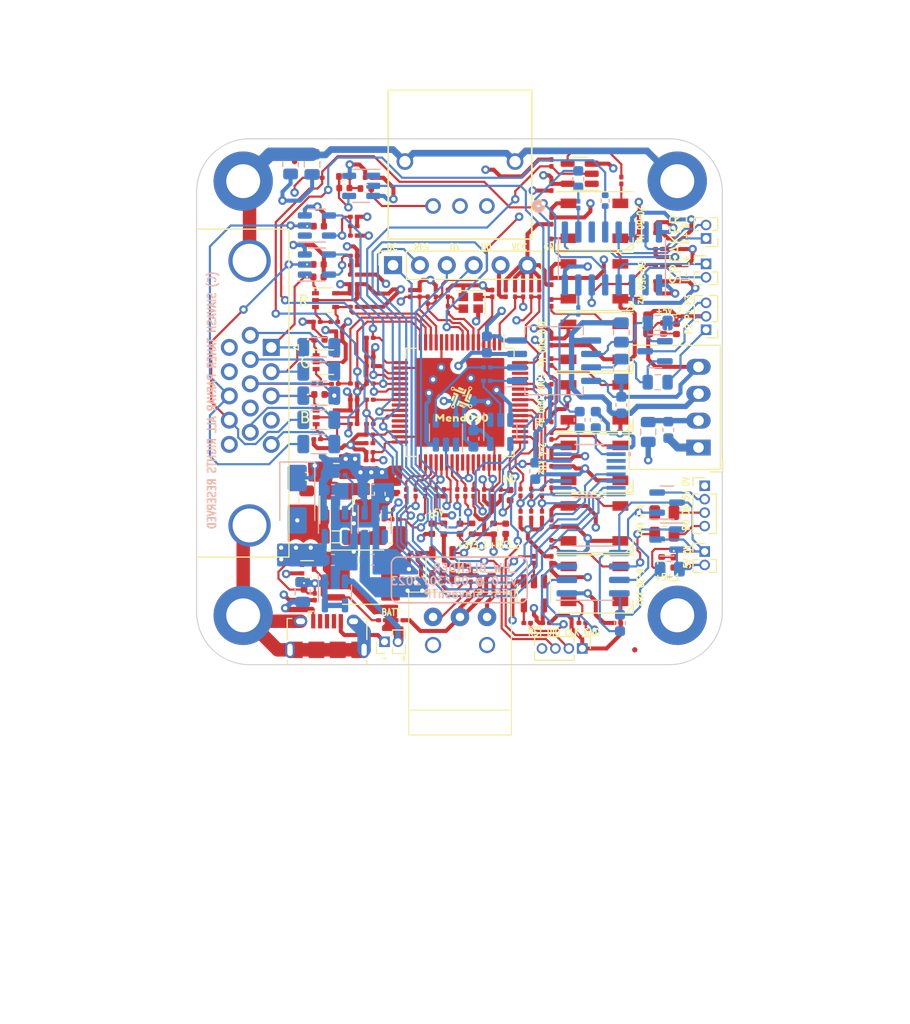
<source format=kicad_pcb>
(kicad_pcb (version 20221018) (generator pcbnew)
  (title_block (title "Blender") (date "2023/09/18") (rev "v1.0") (company "Mend0z0") (comment 1 "v1.0") (comment 2 "RELEASED") (comment 3 "Siavash Taher Parvar") (comment 4 "_HW_Blender.kicad_sch") (comment 5 "_BOM_Blender_v1.0.html") (comment 6 "_GBR_Blender_v1.0") (comment 7 "_ASM_Blender_v1.0") (comment 8 "N/A") (comment 9 "Initial Version"))
  (layers (0 "F.Cu" signal) (1 "In1.Cu" signal) (2 "In2.Cu" signal) (31 "B.Cu" signal) (34 "B.Paste" user) (35 "F.Paste" user) (36 "B.SilkS" user "B.Silkscreen") (37 "F.SilkS" user "F.Silkscreen") (38 "B.Mask" user) (39 "F.Mask" user) (44 "Edge.Cuts" user))
  (net 0 "")
  (net 1 "+5V")
  (net 2 "GND")
  (net 3 "/BLOCK DIAGRAM/1.3\" OLED DRIVER/VCC")
  (net 4 "Net-(C303-Pad1)")
  (net 5 "GND1")
  (net 6 "Net-(U501-VCC)")
  (net 7 "/BLOCK DIAGRAM/ISOLATED_DMX/+5V_2")
  (net 8 "GND2")
  (net 9 "Net-(U502-VCC)")
  (net 10 "Net-(U602-VCC2)")
  (net 11 "Net-(U701-VIN)")
  (net 12 "/BLOCK DIAGRAM/Power Supply/V_USB")
  (net 13 "/BLOCK DIAGRAM/Power Supply/VIN")
  (net 14 "/BLOCK DIAGRAM/MICROCONTROLLER/MCU_~{NRST}")
  (net 15 "/BLOCK DIAGRAM/MICROCONTROLLER/MCU_OSC_I")
  (net 16 "Net-(C801-Pad2)")
  (net 17 "Earth")
  (net 18 "/BLOCK DIAGRAM/MICROCONTROLLER/+3V3_1")
  (net 19 "/BLOCK DIAGRAM/MICROCONTROLLER/MCU_VCAP")
  (net 20 "/BLOCK DIAGRAM/SPEAKER DRIVER/PCM_L_OUT")
  (net 21 "Net-(C802-Pad2)")
  (net 22 "/BLOCK DIAGRAM/SPEAKER DRIVER/PCM_R_OUT")
  (net 23 "Net-(U802-VCOM)")
  (net 24 "Net-(C1001-Pad2)")
  (net 25 "/BLOCK DIAGRAM/SPEAKER DRIVER/PAM8003_VREF")
  (net 26 "Net-(D601-DOUT)")
  (net 27 "Net-(D601-DIN)")
  (net 28 "Net-(D602-DOUT)")
  (net 29 "Net-(D602-DIN)")
  (net 30 "Net-(D603-DOUT)")
  (net 31 "Net-(D603-DIN)")
  (net 32 "Net-(D604-DOUT)")
  (net 33 "Net-(D604-DIN)")
  (net 34 "Net-(D605-DOUT)")
  (net 35 "Net-(D605-DIN)")
  (net 36 "Net-(D606-DOUT)")
  (net 37 "Net-(D606-DIN)")
  (net 38 "/BLOCK DIAGRAM/ISOLATED WS28xx DRIVER/WS2812_DOUT")
  (net 39 "Net-(D607-DIN)")
  (net 40 "/BLOCK DIAGRAM/BUFFERED VGA INPUT/DB_SIG_RED")
  (net 41 "/BLOCK DIAGRAM/BUFFERED VGA INPUT/DB_SIG_GREEN")
  (net 42 "/BLOCK DIAGRAM/BUFFERED VGA INPUT/DB_SIG_BLUE")
  (net 43 "/BLOCK DIAGRAM/BUFFERED VGA INPUT/DB_HSYNC")
  (net 44 "/BLOCK DIAGRAM/BUFFERED VGA INPUT/DB_VSYNC")
  (net 45 "/BLOCK DIAGRAM/ISOLATED_DMX/MAX22028_B")
  (net 46 "/BLOCK DIAGRAM/ISOLATED_DMX/XLR_PIN2")
  (net 47 "/BLOCK DIAGRAM/ISOLATED_DMX/MAX22028_A")
  (net 48 "/BLOCK DIAGRAM/ISOLATED_DMX/XLR_PIN3")
  (net 49 "/BLOCK DIAGRAM/Power Supply/VSW")
  (net 50 "/BLOCK DIAGRAM/ISOLATED WS28xx DRIVER/+5V_1")
  (net 51 "/BLOCK DIAGRAM/ISOLATED WS28xx DRIVER/WS28xx_DOUT")
  (net 52 "/BLOCK DIAGRAM/ISOLATED WS28xx DRIVER/WS28xx_BO")
  (net 53 "/BLOCK DIAGRAM/1.3\" OLED DRIVER/DC")
  (net 54 "/BLOCK DIAGRAM/1.3\" OLED DRIVER/RES")
  (net 55 "/BLOCK DIAGRAM/1.3\" OLED DRIVER/D1")
  (net 56 "/BLOCK DIAGRAM/1.3\" OLED DRIVER/D0")
  (net 57 "VBUS")
  (net 64 "/BLOCK DIAGRAM/MICROCONTROLLER/MCU_SWCLK")
  (net 65 "/BLOCK DIAGRAM/MICROCONTROLLER/MCU_SWDIO")
  (net 66 "/BLOCK DIAGRAM/SPEAKER DRIVER/PAM8003_SPKR+")
  (net 67 "/BLOCK DIAGRAM/SPEAKER DRIVER/PAM8003_SPKR-")
  (net 68 "/BLOCK DIAGRAM/SPEAKER DRIVER/PAM8003_SPKL+")
  (net 69 "/BLOCK DIAGRAM/SPEAKER DRIVER/PAM8003_SPKL-")
  (net 74 "Net-(LED301-Pad1)")
  (net 75 "/BLOCK DIAGRAM/MICROCONTROLLER/MCU_LED")
  (net 76 "Net-(LED701-Pad2)")
  (net 77 "Net-(LED1001-Pad1)")
  (net 78 "/BLOCK DIAGRAM/TOSLINK RXTX/TOSLINK_OUT")
  (net 79 "/BLOCK DIAGRAM/TOSLINK RXTX/TOSLINK_IN")
  (net 80 "/BLOCK DIAGRAM/MICROCONTROLLER/MCU_BOOT0")
  (net 81 "Net-(LED1002-Pad1)")
  (net 82 "/BLOCK DIAGRAM/ISOLATED WS28xx DRIVER/WS2812_DIN")
  (net 83 "Net-(LED1003-Pad1)")
  (net 84 "Net-(Q1001-G)")
  (net 85 "Net-(U601-Y)")
  (net 86 "/BLOCK DIAGRAM/ISOLATED WS28xx DRIVER/WS28xx_BI")
  (net 87 "Net-(U602-INA)")
  (net 88 "Net-(U402-Y)")
  (net 89 "Net-(U602-OUTA)")
  (net 90 "/BLOCK DIAGRAM/ISOLATED_DMX/DMX_RXD")
  (net 91 "Net-(U602-OUTB)")
  (net 92 "Net-(U603-A)")
  (net 93 "Net-(U603-Y)")
  (net 94 "Net-(U602-INB)")
  (net 95 "/BLOCK DIAGRAM/1.3\" OLED DRIVER/OLED_DC")
  (net 96 "/BLOCK DIAGRAM/1.3\" OLED DRIVER/OLED_RES")
  (net 97 "/BLOCK DIAGRAM/Power Supply/TLV_EN_1")
  (net 98 "/BLOCK DIAGRAM/MICROCONTROLLER/MCU_OSC_O")
  (net 99 "/BLOCK DIAGRAM/Power Supply/TLV_EN_2")
  (net 100 "/BLOCK DIAGRAM/MICROCONTROLLER/TOSLINK_DATA")
  (net 101 "/BLOCK DIAGRAM/BUFFERED VGA INPUT/VID_SIG_HSYNC")
  (net 102 "Net-(U704-RXD)")
  (net 103 "/BLOCK DIAGRAM/BUFFERED VGA INPUT/VID_SIG_VSYNC")
  (net 104 "Net-(U702-A)")
  (net 105 "/BLOCK DIAGRAM/SPEAKER DRIVER/PAM8003_~{SHDN}")
  (net 106 "Net-(U705-Y)")
  (net 107 "/BLOCK DIAGRAM/SPEAKER DRIVER/PAM8003_VOLUME")
  (net 108 "/BLOCK DIAGRAM/MICROCONTROLLER/PCM1754_MUTE")
  (net 109 "/BLOCK DIAGRAM/SPEAKER DRIVER/PCM_MUTE")
  (net 110 "/BLOCK DIAGRAM/MICROCONTROLLER/PCM1754_FMT")
  (net 111 "/BLOCK DIAGRAM/SPEAKER DRIVER/PCM_FMT")
  (net 112 "Net-(U704-TXD)")
  (net 113 "/BLOCK DIAGRAM/SPEAKER DRIVER/PAM8003_INL")
  (net 114 "/BLOCK DIAGRAM/MICROCONTROLLER/PCM1754_DEMP")
  (net 115 "/BLOCK DIAGRAM/SPEAKER DRIVER/PCM_DEMP")
  (net 116 "/BLOCK DIAGRAM/SPEAKER DRIVER/PAM8003_INR")
  (net 117 "/BLOCK DIAGRAM/MICROCONTROLLER/I2S_WS")
  (net 118 "/BLOCK DIAGRAM/SPEAKER DRIVER/PCM_LRCK")
  (net 119 "/BLOCK DIAGRAM/MICROCONTROLLER/I2S_SD")
  (net 120 "/BLOCK DIAGRAM/SPEAKER DRIVER/PCM_DATA")
  (net 121 "/BLOCK DIAGRAM/MICROCONTROLLER/I2S_CK")
  (net 122 "/BLOCK DIAGRAM/SPEAKER DRIVER/PCM_BCK")
  (net 123 "/BLOCK DIAGRAM/MICROCONTROLLER/I2S_MCK")
  (net 124 "/BLOCK DIAGRAM/SPEAKER DRIVER/PCM_SCK")
  (net 125 "/BLOCK DIAGRAM/MICROCONTROLLER/EN_PWR")
  (net 126 "/BLOCK DIAGRAM/BUFFERED VGA INPUT/VID_SIG_R")
  (net 127 "/BLOCK DIAGRAM/BUFFERED VGA INPUT/VID_SIG_G")
  (net 128 "/BLOCK DIAGRAM/BUFFERED VGA INPUT/VID_SIG_B")
  (net 129 "Net-(U1201-IN-)")
  (net 130 "Net-(U1301-IN-)")
  (net 131 "Net-(C401-Pad2)")
  (net 133 "Net-(U1401-IN-)")
  (net 134 "/BLOCK DIAGRAM/ISOLATED_DMX/DMX_TXD")
  (net 169 "/BLOCK DIAGRAM/Power Supply/TPS_VO")
  (net 170 "/BLOCK DIAGRAM/Power Supply/TPS_SW")
  (net 171 "/BLOCK DIAGRAM/Power Supply/TPS_IN")
  (net 173 "Net-(LED601-Pad1)")
  (footprint "Resistor_SMD:R_0402_1005Metric" (layer "F.Cu") (at 164.465 236.6075 -90)
    (fp_text reference "R615" hide)
    (fp_text value "470R_1/16W_5%")
  )
  (footprint "Crystal:Crystal_SMD_2016-4Pin_2.0x1.6mm" (layer "F.Cu") (at 146.431 212.0965 180)
    (fp_text reference "X301" hide)
    (fp_text value "16MHz_12pF_10ppm")
  )
  (footprint "Resistor_SMD:R_0201_0603Metric" (layer "F.Cu") (at 136.906 223.5265 180)
    (fp_text reference "R812" hide)
    (fp_text value "47KR_1/20W_1%")
  )
  (footprint "Resistor_SMD:R_0201_0603Metric" (layer "F.Cu") (at 135.382 205.7465 180)
    (fp_text reference "R506" hide)
    (fp_text value "49R9_1/20W_1%")
  )
  (footprint "Resistor_SMD:R_0805_2012Metric" (layer "F.Cu") (at 164.719 231.9085)
    (fp_text reference "R611" hide)
    (fp_text value "1KR_1/8W_5%")
  )
  (footprint "Resistor_SMD:R_0201_0603Metric" (layer "F.Cu") (at 131.948 219.7465)
    (fp_text reference "R1302" hide)
    (fp_text value "4K7R_1/20W_1%")
  )
  (footprint "Connector_Dsub:DSUB-15-HD_Male_Horizontal_P2.29x1.98mm_EdgePinOffset3.03mm_Housed_MountingHolesOffset4.94mm" (layer "F.Cu") (at 127.589331 216.3045 -90)
    (fp_text reference "J501" hide)
    (fp_text value "DSUB_15POS_MALE_RA")
  )
  (footprint "Capacitor_SMD:C_0201_0603Metric" (layer "F.Cu") (at 135.382 221.2405)
    (fp_text reference "C1401" hide)
    (fp_text value "2u2F_6V3_X5R")
  )
  (footprint "Diode_SMD:D_0402_1005Metric" (layer "F.Cu") (at 139.319 229.576772 -90)
    (fp_text reference "D1002" hide)
    (fp_text value "GG040205100N2P")
  )
  (footprint "_PCBLIB_Blender:USB_Micro-B_Amphenol_10118194_Horizontal" (layer "F.Cu") (at 132.858 243.5625)
    (fp_text reference "J1002" hide)
    (fp_text value "MICRO B USB_RA")
  )
  (footprint "MountingHole:MountingHole_3.2mm_M3_DIN965_Pad_TopBottom" (layer "F.Cu") (at 165.939 241.6045)
    (fp_text reference "MH1104" hide)
    (fp_text value "M3")
  )
  (footprint "Capacitor_SMD:C_0201_0603Metric" (layer "F.Cu") (at 135.382 222.2565)
    (fp_text reference "C1402" hide)
    (fp_text value "100nF_6V3_X7R")
  )
  (footprint "_PCBLIB_Blender:LED_WS2812B_PLCC4_5.0x5.0mm_P3.2mm" (layer "F.Cu") (at 158.115 221.4945)
    (fp_text reference "D604" hide)
    (fp_text value "WS2812B")
  )
  (footprint "Connector_PinSocket_2.54mm:PinSocket_1x06_P2.54mm_Vertical" (layer "F.Cu") (at 139.09 208.5405 90)
    (fp_text reference "J901" hide)
    (fp_text value "RECEPT_6X1_VERT_2.54MM")
  )
  (footprint "Capacitor_SMD:C_0201_0603Metric" (layer "F.Cu") (at 144.272 211.2075 90)
    (fp_text reference "C303" hide)
    (fp_text value "12pF_50V_C0G")
  )
  (footprint "Resistor_SMD:R_0201_0603Metric" (layer "F.Cu") (at 153.158593 232.096818 -90)
    (fp_text reference "R814" hide)
    (fp_text value "47KR_1/20W_1%")
  )
  (footprint "Resistor_SMD:R_0201_0603Metric" (layer "F.Cu") (at 143.129 230.0395 90)
    (fp_text reference "R901" hide)
    (fp_text value "47KR_1/20W_1%")
  )
  (footprint "Resistor_SMD:R_0201_0603Metric" (layer "F.Cu") (at 151.133296 232.103945 -90)
    (fp_text reference "R815" hide)
    (fp_text value "47KR_1/20W_1%")
  )
  (footprint "Resistor_SMD:R_0201_0603Metric" (layer "F.Cu") (at 154.051 229.2415 -90)
    (fp_text reference "R607" hide)
    (fp_text value "100R_1/20W_1%")
  )
  (footprint "Capacitor_SMD:C_0201_0603Metric" (layer "F.Cu") (at 164.211 210.0645)
    (fp_text reference "C808" hide)
    (fp_text value "2u2F_6V3_X5R")
  )
  (footprint "_PCBLIB_Blender:LED_WS2812B_PLCC4_5.0x5.0mm_P3.2mm" (layer "F.Cu") (at 158.115 215.7795)
    (fp_text reference "D603" hide)
    (fp_text value "WS2812B")
  )
  (footprint "Capacitor_SMD:C_0201_0603Metric" (layer "F.Cu") (at 135.382 210.3335)
    (fp_text reference "C1201" hide)
    (fp_text value "2u2F_6V3_X5R")
  )
  (footprint "Connector_PinHeader_1.27mm:PinHeader_1x04_P1.27mm_Vertical" (layer "F.Cu") (at 156.967 244.7355 -90)
    (fp_text reference "J301" hide)
    (fp_text value "RECEPT_4X1_VERT_1.27MM")
  )
  (footprint "Package_QFP:LQFP-64_10x10mm_P0.5mm" (layer "F.Cu") (at 145.415 221.4945 -90)
    (fp_text reference "U301" hide)
    (fp_text value "STM32F446RCT6TR")
  )
  (footprint "_PCBLIB_Blender:TOTX1350_TOS" (layer "F.Cu") (at 147.955 202.9525)
    (fp_text reference "J402" hide)
    (fp_text value "TOTX1350(F)")
  )
  (footprint "Resistor_SMD:R_0201_0603Metric" (layer "F.Cu") (at 154.051 198.8885 90)
    (fp_text reference "R604" hide)
    (fp_text value "10KR_1/20W_1%")
  )
  (footprint "Resistor_SMD:R_0201_0603Metric" (layer "F.Cu") (at 152.146 230.0035 -90)
    (fp_text reference "R810" hide)
    (fp_text value "100R_1/20W_1%")
  )
  (footprint "Capacitor_SMD:C_0201_0603Metric" (layer "F.Cu") (at 160.274 242.3225)
    (fp_text reference "C609" hide)
    (fp_text value "2u2F_6V3_X5R")
  )
  (footprint "Capacitor_SMD:C_0201_0603Metric" (layer "F.Cu") (at 154.051 204.3495 -90)
    (fp_text reference "C601" hide)
    (fp_text value "2u2F_6V3_X5R")
  )
  (footprint "Capacitor_SMD:C_0201_0603Metric" (layer "F.Cu") (at 140.716 211.2075 90)
    (fp_text reference "C306" hide)
    (fp_text value "1uF_6V3_X5R")
  )
  (footprint "LED_SMD:LED_0402_1005Metric" (layer "F.Cu") (at 145.415 233.4325 -90)
    (fp_text reference "LED1002" hide)
    (fp_text value "AMBER_2V")
  )
  (footprint "Capacitor_SMD:C_0201_0603Metric" (layer "F.Cu") (at 154.051 201.1745 -90)
    (fp_text reference "C604" hide)
    (fp_text value "2u2F_6V3_X5R")
  )
  (footprint "Resistor_SMD:R_0402_1005Metric" (layer "F.Cu") (at 148.59 233.4325 -90)
    (fp_text reference "R1008" hide)
    (fp_text value "470R_1/16W_5%")
  )
  (footprint "Resistor_SMD:R_0201_0603Metric" (layer "F.Cu") (at 142.113 230.0395 -90)
    (fp_text reference "R806" hide)
    (fp_text value "100R_1/20W_1%")
  )
  (footprint "Resistor_SMD:R_0201_0603Metric" (layer "F.Cu") (at 152.146 232.0965 -90)
    (fp_text reference "R813" hide)
    (fp_text value "47KR_1/20W_1%")
  )
  (footprint "Connector_PinHeader_1.27mm:PinHeader_1x03_P1.27mm_Vertical" (layer "F.Cu") (at 168.656 214.6365 180)
    (fp_text reference "J701" hide)
    (fp_text value "RECEPT_3X1_VERT_1.27MM")
  )
  (footprint "Capacitor_SMD:C_0402_1005Metric" (layer "F.Cu") (at 134.495 201.2595)
    (fp_text reference "C401" hide)
    (fp_text value "680pF_50V_X7R")
  )
  (footprint "Capacitor_SMD:C_0201_0603Metric" (layer "F.Cu") (at 150.622 211.2075 90)
    (fp_text reference "C305" hide)
    (fp_text value "100nF_6V3_X7R")
  )
  (footprint "Resistor_SMD:R_0201_0603Metric" (layer "F.Cu") (at 133.543 213.8895)
    (fp_text reference "R1201" hide)
    (fp_text value "4K7R_1/20W_1%")
  )
  (footprint "Capacitor_SMD:C_0603_1608Metric" (layer "F.Cu") (at 136.271 230.5115 -90)
    (fp_text reference "C1003" hide)
    (fp_text value "10uF_16V_X5R")
  )
  (footprint "Diode_SMD:D_0402_1005Metric" (layer "F.Cu") (at 132.141 220.7475)
    (fp_text reference "D503" hide)
    (fp_text value "GG040205100N2P")
  )
  (footprint "Resistor_SMD:R_0201_0603Metric" (layer "F.Cu") (at 141.224 230.0395 -90)
    (fp_text reference "R804" hide)
    (fp_text value "100R_1/20W_1%")
  )
  (footprint "Resistor_SMD:R_0201_0603Metric" (layer "F.Cu") (at 145.161 230.0395 -90)
    (fp_text reference "R903" hide)
    (fp_text value "100R_1/20W_1%")
  )
  (footprint "Resistor_SMD:R_0201_0603Metric" (layer "F.Cu") (at 154.051 221.3675 -90)
    (fp_text reference "R404" hide)
    (fp_text value "10KR_1/20W_1%")
  )
  (footprint "Resistor_SMD:R_0201_0603Metric" (layer "F.Cu") (at 154.051 224.6695 -90)
    (fp_text reference "R606" hide)
    (fp_text value "100R_1/20W_1%")
  )
  (footprint "LED_SMD:LED_0402_1005Metric" (layer "F.Cu") (at 165.608 236.6075 -90)
    (fp_text reference "LED601" hide)
    (fp_text value "GREEN_2V8")
  )
  (footprint "Converter_DCDC:Converter_DCDC_RECOM_R-78S-0.1_THT" (layer "F.Cu") (at 167.9425 225.76 90)
    (fp_text reference "U701" hide)
    (fp_text value "1S4E_0505S1.5U")
  )
  (footprint "Resistor_SMD:R_0201_0603Metric" (layer "F.Cu") (at 132.08 200.2855)
    (fp_text reference "R801" hide)
    (fp_text value "10KR_1/20W_1%")
  )
  (footprint "Capacitor_SMD:C_0201_0603Metric" (layer "F.Cu") (at 133.98 214.7935)
    (fp_text reference "C1301" hide)
    (fp_text value "2u2F_6V3_X5R")
  )
  (footprint "Capacitor_SMD:C_0201_0603Metric" (layer "F.Cu") (at 154.051 232.9245 -90)
    (fp_text reference "C607" hide)
    (fp_text value "2u2F_6V3_X5R")
  )
  (footprint "Connector_PinHeader_1.27mm:PinHeader_1x02_P1.27mm_Vertical" (layer "F.Cu") (at 138.288 244.1005 90)
    (fp_text reference "J1001" hide)
    (fp_text value "MHDR_2X1_VERT_1.27MM")
  )
  (footprint "Connector_PinHeader_1.27mm:PinHeader_1x02_P1.27mm_Vertical" (layer "F.Cu") (at 168.656 208.4135)
    (fp_text reference "J802" hide)
    (fp_text value "MHDR_2X1_VERT_1.27MM")
  )
  (footprint "Capacitor_SMD:C_0201_0603Metric" (layer "F.Cu") (at 136.906 217.1765 180)
    (fp_text reference "C310" hide)
    (fp_text value "1uF_6V3_X5R")
  )
  (footprint "Resistor_SMD:R_0201_0603Metric" (layer "F.Cu") (at 135.382 209.4295 180)
    (fp_text reference "R509" hide)
    (fp_text value "49R9_1/20W_1%")
  )
  (footprint "Capacitor_SMD:C_0201_0603Metric" (layer "F.Cu") (at 136.906 218.0655 180)
    (fp_text reference "C311" hide)
    (fp_text value "100nF_6V3_X7R")
  )
  (footprint "Capacitor_SMD:C_0201_0603Metric" (layer "F.Cu") (at 135.382 203.9685)
    (fp_text reference "C502" hide)
    (fp_text value "100nF_6V3_X7R")
  )
  (footprint "Capacitor_SMD:C_0201_0603Metric" (layer "F.Cu") (at 135.382 204.8575)
    (fp_text reference "C501" hide)
    (fp_text value "2u2F_6V3_X5R")
  )
  (footprint "Connector_PinHeader_1.27mm:PinHeader_1x04_P1.27mm_Vertical" (layer "F.Cu") (at 168.529 229.3685)
    (fp_text reference "J602" hide)
    (fp_text value "RECEPT_4X1_VERT_1.27MM")
  )
  (footprint "Package_TO_SOT_SMD:SOT-723" (layer "F.Cu") (at 131.064 237.2425)
    (fp_text reference "Q1002" hide)
    (fp_text value "RN1130MFV,L3F")
  )
  (footprint "Capacitor_SMD:C_0201_0603Metric" (layer "F.Cu") (at 141.097 235.7185 180)
    (fp_text reference "C403" hide)
    (fp_text value "100nF_6V3_X7R")
  )
  (footprint "Resistor_SMD:R_0201_0603Metric" (layer "F.Cu") (at 143.891 230.0395 90)
    (fp_text reference "R902" hide)
    (fp_text value "47KR_1/20W_1%")
  )
  (footprint "Resistor_SMD:R_0201_0603Metric" (layer "F.Cu") (at 131.892 213.8895)
    (fp_text reference "R1202" hide)
    (fp_text value "4K7R_1/20W_1%")
  )
  (footprint "Capacitor_SMD:C_0201_0603Metric" (layer "F.Cu") (at 136.87 226.9555 180)
    (fp_text reference "C312" hide)
    (fp_text value "1uF_6V3_X5R")
  )
  (footprint "Resistor_SMD:R_0201_0603Metric" (layer "F.Cu") (at 137.922 232.5435 180)
    (fp_text reference "R1007" hide)
    (fp_text value "10KR_1/20W_1%")
  )
  (footprint "Resistor_SMD:R_0201_0603Metric" (layer "F.Cu") (at 133.599 219.7465)
    (fp_text reference "R1301" hide)
    (fp_text value "4K7R_1/20W_1%")
  )
  (footprint "Resistor_SMD:R_0201_0603Metric" (layer "F.Cu") (at 131.923 224.974009)
    (fp_text reference "R1402" hide)
    (fp_text value "4K7R_1/20W_1%")
  )
  (footprint "Resistor_SMD:R_0201_0603Metric" (layer "F.Cu") (at 136.906 219.7165 180)
    (fp_text reference "R504" hide)
    (fp_text value "10KR_1/20W_1%")
  )
  (footprint "Capacitor_SMD:C_0201_0603Metric" (layer "F.Cu") (at 135.382 211.2225)
    (fp_text reference "C1202" hide)
    (fp_text value "100nF_6V3_X7R")
  )
  (footprint "Diode_SMD:D_0402_1005Metric" (layer "F.Cu") (at 132.057022 208.467423)
    (fp_text reference "D505" hide)
    (fp_text value "GG040205100N2P")
  )
  (footprint "Capacitor_SMD:C_0201_0603Metric" (layer "F.Cu") (at 164.211 205.4925)
    (fp_text reference "C805" hide)
    (fp_text value "2u2F_6V3_X5R")
  )
  (footprint "Resistor_SMD:R_0201_0603Metric" (layer "F.Cu") (at 151.13 230.0035 -90)
    (fp_text reference "R808" hide)
    (fp_text value "100R_1/20W_1%")
  )
  (footprint "Resistor_SMD:R_0402_1005Metric" (layer "F.Cu") (at 134.493 200.1585)
    (fp_text reference "R401" hide)
    (fp_text value "330R_1/16W_1%")
  )
  (footprint "Diode_SMD:D_0402_1005Metric" (layer "F.Cu") (at 132.141 215.5405)
    (fp_text reference "D502" hide)
    (fp_text value "GG040205100N2P")
  )
  (footprint "Resistor_SMD:R_0201_0603Metric" (layer "F.Cu") (at 139.319 232.5435 180)
    (fp_text reference "R1006" hide)
    (fp_text value "100R_1/20W_1%")
  )
  (footprint "LED_SMD:LED_0402_1005Metric" (layer "F.Cu") (at 150.151 230.2575 -90)
    (fp_text reference "LED301" hide)
    (fp_text value "RED_2V")
  )
  (footprint "Capacitor_SMD:C_0201_0603Metric" (layer "F.Cu") (at 136.872481 224.5425 180)
    (fp_text reference "C309" hide)
    (fp_text value "2u2F_6V3_X5R")
  )
  (footprint "Capacitor_SMD:C_0603_1608Metric" (layer "F.Cu") (at 136.271 233.5595 90)
    (fp_text reference "C1002" hide)
    (fp_text value "10uF_16V_X5R")
  )
  (footprint "Capacitor_SMD:C_0201_0603Metric" (layer "F.Cu") (at 148.463 211.2075 90)
    (fp_text reference "C302" hide)
    (fp_text value "12pF_50V_C0G")
  )
  (footprint "Diode_SMD:D_0402_1005Metric" (layer "F.Cu") (at 130.683 239.6555 -90)
    (fp_text reference "D1003" hide)
    (fp_text value "GG040205100N2P")
  )
  (footprint "_PCBLIB_Blender:LED_WS2812B_PLCC4_5.0x5.0mm_P3.2mm" (layer "F.Cu") (at 158.115 227.2095)
    (fp_text reference "D605" hide)
    (fp_text value "WS2812B")
  )
  (footprint "Resistor_SMD:R_0201_0603Metric" (layer "F.Cu") (at 140.335 230.0395 -90)
    (fp_text reference "R803" hide)
    (fp_text value "100R_1/20W_1%")
  )
  (footprint "Package_TO_SOT_SMD:SOT-353_SC-70-5" (layer "F.Cu") (at 132.776 217.6995)
    (fp_text reference "U1301" hide)
    (fp_text value "MIC920YC5-TR")
  )
  (footprint "Resistor_SMD:R_0201_0603Metric" (layer "F.Cu") (at 151.765 242.328)
    (fp_text reference "R614" hide)
    (fp_text value "100R_1/20W_1%")
  )
  (footprint "Resistor_SMD:R_0402_1005Metric" (layer "F.Cu") (at 164.641 214.5095 -90)
    (fp_text reference "R701" hide)
    (fp_text value "470R_1/16W_5%")
  )
  (footprint "Capacitor_SMD:C_0603_1608Metric" (layer "F.Cu") (at 163.195 214.1285 90)
    (fp_text reference "C702" hide)
    (fp_text value "10uF_16V_X5R")
  )
  (footprint "Resistor_SMD:R_0805_2012Metric" (layer "F.Cu") (at 130.937 230.7655 -90)
    (fp_text reference "R1001" hide)
    (fp_text value "4R7_1/4W_1%")
  )
  (footprint "Capacitor_SMD:C_0201_0603Metric" (layer "F.Cu") (at 139.7 242.0685)
    (fp_text reference "C1006" hide)
    (fp_text value "1uF_6V3_X5R")
  )
  (footprint "Package_TO_SOT_SMD:SOT-353_SC-70-5" (layer "F.Cu") (at 132.715 211.8425)
    (fp_text reference "U1201" hide)
    (fp_text value "MIC920YC5-TR")
  )
  (footprint "Capacitor_SMD:C_0201_0603Metric" (layer "F.Cu") (at 148.59 238.1315 90)
    (fp_text reference "C402" hide)
    (fp_text value "100nF_6V3_X7R")
  )
  (footprint "Capacitor_SMD:C_0201_0603Metric" (layer "F.Cu") (at 164.211 207.0165)
    (fp_text reference "C806" hide)
    (fp_text value "2u2F_6V3_X5R")
  )
  (footprint "Capacitor_SMD:C_0201_0603Metric" (layer "F.Cu") (at 133.98 215.6825)
    (fp_text reference "C1302" hide)
    (fp_text value "100nF_6V3_X7R")
  )
  (footprint "Resistor_SMD:R_0402_1005Metric" (layer "F.Cu") (at 143.891 233.4325 -90)
    (fp_text reference "R1003" hide)
    (fp_text value "470R_1/16W_5%")
  )
  (footprint "Resistor_SMD:R_0201_0603Metric" (layer "F.Cu") (at 154.051 234.8295 -90)
    (fp_text reference "R608" hide)
    (fp_text value "100R_1/20W_1%")
  )
  (footprint "Resistor_SMD:R_0402_1005Metric" (layer "F.Cu") (at 146.558 233.4325 -90)
    (fp_text reference "R1005" hide)
    (fp_text value "470R_1/16W_5%")
  )
  (footprint "Diode_SMD:D_0402_1005Metric" (layer "F.Cu") (at 132.051 209.6445)
    (fp_text reference "D501" hide)
    (fp_text value "GG040205100N2P")
  )
  (footprint "Package_TO_SOT_SMD:SOT-23-5" (layer "F.Cu") (at 152.4 239.534 -90)
    (fp_text reference "U603" hide)
    (fp_text value "SN74LVC1G17DBVR")
  )
  (footprint "Fuse:Fuse_0805_2012Metric" (layer "F.Cu") (at 133.731 227.9715)
    (fp_text reference "RV1001" hide)
    (fp_text value "0.5A_6V_0.15R")
  )
  (footprint "MountingHole:MountingHole_3.2mm_M3_DIN965_Pad_TopBottom" (layer "F.Cu") (at 124.939 200.6045)
    (fp_text reference "MH1101" hide)
    (fp_text value "M3")
  )
  (footprint "Capacitor_SMD:C_0201_0603Metric" (layer "F.Cu") (at 164.211 208.5405)
    (fp_text reference "C807" hide)
    (fp_text value "1uF_6V3_X5R")
  )
  (footprint "Resistor_SMD:R_0201_0603Metric" (layer "F.Cu") (at 154.051 212.0965 -90)
    (fp_text reference "R603" hide)
    (fp_text value "100R_1/20W_1%")
  )
  (footprint "Package_TO_SOT_SMD:SOT-23-5" (layer "F.Cu") (at 133.731 231.1465 90)
    (fp_text reference "U1001" hide)
    (fp_text value "TPS613222ADBVR")
  )
  (footprint "Resistor_SMD:R_0201_0603Metric" (layer "F.Cu") (at 146.431 238.1315 90)
    (fp_text reference "R403" hide)
    (fp_text value "47KR_1/20W_1%")
  )
  (footprint "Resistor_SMD:R_0805_2012Metric" (layer "F.Cu") (at 164.719 233.9405)
    (fp_text reference "R612" hide)
    (fp_text value "1KR_1/8W_5%")
  )
  (footprint "Capacitor_SMD:C_0201_0603Metric" (layer "F.Cu") (at 141.605 211.2075 90)
    (fp_text reference "C307" hide)
    (fp_text value "100nF_6V3_X7R")
  )
  (footprint "Resistor_SMD:R_0201_0603Metric" (layer "F.Cu") (at 156.972 242.3225)
    (fp_text reference "R610" hide)
    (fp_text value "100R_1/20W_1%")
  )
  (footprint "Resistor_SMD:R_0201_0603Metric" (layer "F.Cu") (at 144.272 212.7315 90)
    (fp_text reference "R303" hide)
    (fp_text value "49R9_1/20W_1%")
  )
  (footprint "LED_SMD:LED_0402_1005Metric" (layer "F.Cu") (at 142.755678 233.428589 -90)
    (fp_text reference "LED1001" hide)
    (fp_text value "GREEN_2V8")
  )
  (footprint "_PCBLIB_Blender:PLR237T10BK" (layer "F.Cu") (at 150.271235 252.9095 180)
    (fp_text reference "J401" hide)
    (fp_text value "PLR237/T10BK")
  )
  (footprint "Capacitor_SMD:C_0201_0603Metric" (layer "F.Cu") (at 154.051 223.0185 -90)
    (fp_text reference "C605" hide)
    (fp_text value "2u2F_6V3_X5R")
  )
  (footprint "Fuse:Fuse_0805_2012Metric" (layer "F.Cu") (at 138.811 234.0675 180)
    (fp_text reference "F1001" hide)
    (fp_text value "1A_6V_0.06R")
  )
  (footprint "Resistor_SMD:R_0402_1005Metric" (layer "F.Cu") (at 136.525 201.3015)
    (fp_text reference "R402" hide)
    (fp_text value "100R_1/10W_1%")
  )
  (footprint "LED_SMD:LED_0402_1005Metric" (layer "F.Cu") (at 165.862 214.5605 -90)
    (fp_text reference "LED701" hide)
    (fp_text value "GREEN_2V8")
  )
  (footprint "Capacitor_SMD:C_0201_0603Metric" (layer "F.Cu") (at 131.699 239.8485 -90)
    (fp_text reference "C1005" hide)
    (fp_text value "1uF_6V3_X5R")
  )
  (footprint "MountingHole:MountingHole_3.2mm_M3_DIN965_Pad_TopBottom" (layer "F.Cu") (at 165.939 200.6045)
    (fp_text reference "MH1102" hide)
    (fp_text value "M3")
  )
  (footprint "Capacitor_SMD:C_0201_0603Metric" (layer "F.Cu") (at 152.908 211.2075 90)
    (fp_text reference "C317" hide)
    (fp_text value "100nF_6V3_X7R")
  )
  (footprint "Inductor_SMD:L_0805_2012Metric" (layer "F.Cu") (at 133.731 234.1945 180)
    (fp_text reference "L1001" hide)
    (fp_text value "2u2H_2A_0.14R")
  )
  (footprint "Package_TO_SOT_SMD:SOT-353_SC-70-5" (layer "F.Cu") (at 132.776 222.9065)
    (fp_text reference "U1401" hide)
    (fp_text value "MIC920YC5-TR")
  )
  (footprint "Capacitor_SMD:C_0201_0603Metric" (layer "F.Cu") (at 148.463 230.0395 -90)
    (fp_text reference "C315" hide)
    (fp_text value "100nF_6V3_X7R")
  )
  (footprint "_PCBLIB_Blender:LED_WS2812B_PLCC4_5.0x5.0mm_P3.2mm" (layer "F.Cu") (at 158.115 204.3495)
    (fp_text reference "D601" hide)
    (fp_text value "WS2812B")
  )
  (footprint "Fiducial:Fiducial_0.5mm_Mask1mm" (layer "F.Cu") (at 161.925 244.8625)
    (fp_text reference "FD1102" hide)
    (fp_text value "~")
  )
  (footprint "Capacitor_SMD:C_0201_0603Metric" (layer "F.Cu") (at 147.701 230.0395 -90)
    (fp_text reference "C314" hide)
    (fp_text value "1uF_6V3_X5R")
  )
  (footprint "Capacitor_SMD:C_0201_0603Metric" (layer "F.Cu") (at 154.051 236.3535 90)
    (fp_text reference "C608" hide)
    (fp_text value "2u2F_6V3_X5R")
  )
  (footprint "Resistor_SMD:R_0201_0603Metric" (layer "F.Cu") (at 154.051 217.6845 -90)
    (fp_text reference "R605" hide)
    (fp_text value "100R_1/20W_1%")
  )
  (footprint "Resistor_SMD:R_0201_0603Metric" (layer "F.Cu") (at 135.382 212.4775)
    (fp_text reference "R1203" hide)
    (fp_text value "10KR_1/20W_1%")
  )
  (footprint "Capacitor_SMD:C_0201_0603Metric" (layer "F.Cu") (at 154.051 215.7795 -90)
    (fp_text reference "C603" hide)
    (fp_text value "2u2F_6V3_X5R")
  )
  (footprint "Resistor_SMD:R_0201_0603Metric" (layer "F.Cu") (at 154.051 206.3815 -90)
    (fp_text reference "R602" hide)
    (fp_text value "100R_1/20W_1%")
  )
  (footprint "Capacitor_SMD:C_0201_0603Metric" (layer "F.Cu") (at 153.543 242.3225)
    (fp_text reference "C611" hide)
    (fp_text value "2u2F_6V3_X5R")
  )
  (footprint "_PCBLIB_Blender:LED_WS2812B_PLCC4_5.0x5.0mm_P3.2mm" (layer "F.Cu") (at 158.115 238.6395)
    (fp_text reference "D607" hide)
    (fp_text value "WS2812B")
  )
  (footprint "Resistor_SMD:R_0201_0603Metric" (layer "F.Cu") (at 160.655 200.5395 -90)
    (fp_text reference "R601" hide)
    (fp_text value "100R_1/20W_1%")
  )
  (footprint "Capacitor_SMD:C_0201_0603Metric" (layer "F.Cu") (at 151.384 211.2075 90)
    (fp_text reference "C304" hide)
    (fp_text value "1uF_6V3_X5R")
  )
  (footprint "Resistor_SMD:R_0201_0603Metric" (layer "F.Cu") (at 138.049 242.0685 180)
    (fp_text reference "R1002" hide)
    (fp_text value "47KR_1/20W_1%")
  )
  (footprint "Diode_SMD:D_0402_1005Metric" (layer "F.Cu") (at 132.08 204.8575)
    (fp_text reference "D504" hide)
    (fp_text value "GG040205100N2P")
  )
  (footprint "Resistor_SMD:R_0201_0603Metric" (layer "F.Cu") (at 133.487697 224.972525)
    (fp_text reference "R1401" hide)
    (fp_text value "4K7R_1/20W_1%")
  )
  (footprint "_PCBLIB_Blender:Mend0z0_Logo" (layer "F.Cu") (at 143.001558 219.913046)
    (fp_text reference "TXT1101" hide)
    (fp_text value "~")
  )
  (footprint "Capacitor_SMD:C_0201_0603Metric" (layer "F.Cu") (at 152.146 211.2075 90)
    (fp_text reference "C316" hide)
    (fp_text value "1uF_6V3_X5R")
  )
  (footprint "_PCBLIB_Blender:LED_WS2812B_PLCC4_5.0x5.0mm_P3.2mm" (layer "F.Cu") (at 158.115 232.9245)
    (fp_text reference "D606" hide)
    (fp_text value "WS2812B")
  )
  (footprint "MountingHole:MountingHole_3.2mm_M3_DIN965_Pad_TopBottom" (layer "F.Cu") (at 124.939 241.6045)
    (fp_text reference "MH1103" hide)
    (fp_text value "M3")
  )
  (footprint "Resistor_SMD:R_0201_0603Metric" (layer "F.Cu") (at 149.262 230.0395 -90)
    (fp_text reference "R304" hide)
    (fp_text value "100R_1/20W_1%")
  )
  (footprint "LED_SMD:LED_0402_1005Metric" (layer "F.Cu") (at 149.733 233.4325 -90)
    (fp_text reference "LED1003" hide)
    (fp_text value "AMBER_2V")
  )
  (footprint "Resistor_SMD:R_0201_0603Metric" (layer "F.Cu") (at 135.382 223.5265)
    (fp_text reference "R1403" hide)
    (fp_text value "10KR_1/20W_1%")
  )
  (footprint "Capacitor_SMD:C_0201_0603Metric" (layer "F.Cu") (at 136.87 225.349027 180)
    (fp_text reference "C308" hide)
    (fp_text value "2u2F_6V3_X5R")
  )
  (footprint "Capacitor_SMD:C_0201_0603Metric" (layer "F.Cu") (at 136.779 200.2855)
    (fp_text reference "C404" hide)
    (fp_text value "100nF_6V3_X7R")
  )
  (footprint "Capacitor_SMD:C_0201_0603Metric" (layer "F.Cu") (at 135.382 208.5405)
    (fp_text reference "C503" hide)
    (fp_text value "2u2F_6V3_X5R")
  )
  (footprint "Resistor_SMD:R_0201_0603Metric" (layer "F.Cu") (at 152.4 236.3535 -90)
    (fp_text reference "R613" hide)
    (fp_text value "100R_1/20W_1%")
  )
  (footprint "Package_TO_SOT_SMD:SOT-23-5" (layer "F.Cu") (at 143.764 236.8615 90)
    (fp_text reference "U401" hide)
    (fp_text value "SN74LVC1G17DBVR")
  )
  (footprint "Resistor_SMD:R_0201_0603Metric" (layer "F.Cu") (at 146.685 230.0395 -90)
    (fp_text reference "R702" hide)
    (fp_text value "10KR_1/20W_1%")
  )
  (footprint "Package_SO:SO-8_3.9x4.9mm_P1.27mm" (layer "F.Cu") (at 136.271 238.0045)
    (fp_text reference "Q1001" hide)
    (fp_text value "SI4455DY-T1-GE3")
  )
  (footprint "Capacitor_SMD:C_0402_1005Metric" (layer "F.Cu") (at 130.937 228.4795 180)
    (fp_text reference "C1001" hide)
    (fp_text value "680pF_50V_X7R")
  )
  (footprint "Resistor_SMD:R_0201_0603Metric" (layer "F.Cu") (at 154.051 219.4625 -90)
    (fp_text reference "R302" hide)
    (fp_text value "10KR_1/20W_1%")
  )
  (footprint "Capacitor_SMD:C_0201_0603Metric" (layer "F.Cu") (at 154.051 227.2095 -90)
    (fp_text reference "C606" hide)
    (fp_text value "2u2F_6V3_X5R")
  )
  (footprint "Resistor_SMD:R_0201_0603Metric" (layer "F.Cu") (at 145.923 230.0395 -90)
    (fp_text reference "R904" hide)
    (fp_text value "100R_1/20W_1%")
  )
  (footprint "Resistor_SMD:R_0201_0603Metric" (layer "F.Cu") (at 153.162 230.0035 -90)
    (fp_text reference "R809" hide)
    (fp_text value "100R_1/20W_1%")
  )
  (footprint "Capacitor_SMD:C_0201_0603Metric" (layer "F.Cu") (at 143.129 211.2075 90)
    (fp_text reference "C301" hide)
    (fp_text value "1uF_6V3_X5R")
  )
  (footprint "Connector_PinHeader_1.27mm:PinHeader_1x02_P1.27mm_Vertical" (layer "F.Cu") (at 168.529 235.5765)
    (fp_text reference "J601" hide)
    (fp_text value "MHDR_2X1_VERT_1.27MM")
  )
  (footprint "Resistor_SMD:R_0201_0603Metric" (layer "F.Cu") (at 136.906 215.3985 180)
    (fp_text reference "R507" hide)
    (fp_text value "10KR_1/20W_1%")
  )
  (footprint "Capacitor_SMD:C_0201_0603Metric" (layer "F.Cu") (at 135.382 207.6515)
    (fp_text reference "C504" hide)
    (fp_text value "100nF_6V3_X7R")
  )
  (footprint "Capacitor_SMD:C_0201_0603Metric" (layer "F.Cu") (at 149.733 211.2075 90)
    (fp_text reference "C901" hide)
    (fp_text value "1uF_6V3_X5R")
  )
  (footprint "Capacitor_SMD:C_0603_1608Metric" (layer "F.Cu") (at 137.837403 230.12436 -90)
    (fp_text reference "C1004" hide)
    (fp_text value "10uF_16V_X5R")
  )
  (footprint "Connector_PinHeader_1.27mm:PinHeader_1x02_P1.27mm_Vertical" (layer "F.Cu") (at 168.656 206.0155 180)
    (fp_text reference "J801" hide)
    (fp_text value "MHDR_2X1_VERT_1.27MM")
  )
  (footprint "_PCBLIB_Blender:LED_WS2812B_PLCC4_5.0x5.0mm_P3.2mm" (layer "F.Cu") (at 158.115 210.0645)
    (fp_text reference "D602" hide)
    (fp_text value "WS2812B")
  )
  (footprint "Fiducial:Fiducial_0.5mm_Mask1mm" (layer "F.Cu") (at 129.794 198.7615)
    (fp_text reference "FD1101" hide)
    (fp_text value "~")
  )
  (footprint "Capacitor_SMD:C_0201_0603Metric" (layer "F.Cu") (at 154.051 210.0645 -90)
    (fp_text reference "C602" hide)
    (fp_text value "2u2F_6V3_X5R")
  )
  (footprint "Resistor_SMD:R_0201_0603Metric" (layer "F.Cu") (at 135.382 219.7165)
    (fp_text reference "R1303" hide)
    (fp_text value "10KR_1/20W_1%")
  )
  (footprint "Capacitor_SMD:C_0201_0603Metric" (layer "F.Cu") (at 136.87 226.1935 180)
    (fp_text reference "C313" hide)
    (fp_text value "100nF_6V3_X7R")
  )
  (footprint "Package_TO_SOT_SMD:SOT-23-5" (layer "F.Cu") (at 156.718 199.9045 180)
    (fp_text reference "U601" hide)
    (fp_text value "SN74LVC1G17DBVR")
  )
  (footprint "Resistor_SMD:R_0201_0603Metric" (layer "F.Cu") (at 136.906 221.2405 180)
    (fp_text reference "R811" hide)
    (fp_text value "100R_1/20W_1%")
  )
  (footprint "Resistor_SMD:R_0201_0603Metric" (layer "F.Cu") (at 142.367 211.8425 -90)
    (fp_text reference "R301" hide)
    (fp_text value "10KR_1/20W_1%")
  )
  (footprint "Resistor_SMD:R_0402_1005Metric" (layer "B.Cu") (at 159.131 202.4445 -90)
    (fp_text reference "R802" hide)
    (fp_text value "100R_1/10W_1%")
  )
  (footprint "Package_TO_SOT_SMD:SOT-23-5" (layer "B.Cu") (at 149.225 224.2885 -90)
    (fp_text reference "U702" hide)
    (fp_text value "SN74LVC1G17DBVR")
  )
  (footprint "Package_TO_SOT_SMD:SOT-23" (layer "B.Cu") (at 163.83 216.6685 180)
    (fp_text reference "U703" hide)
    (fp_text value "CDSOT23-SM712")
  )
  (footprint "Capacitor_SMD:C_0603_1608Metric" (layer "B.Cu") (at 156.718 223.1455 90)
    (fp_text reference "C801" hide)
    (fp_text value "10uF_16V_X5R")
  )
  (footprint "Resistor_SMD:R_0201_0603Metric" (layer "B.Cu") (at 156.591 202.8255 -90)
    (fp_text reference "R807" hide)
    (fp_text value "100R_1/20W_1%")
  )
  (footprint "Capacitor_SMD:C_0603_1608Metric" (layer "B.Cu") (at 137.16 229.7495)
    (fp_text reference "C1009" hide)
    (fp_text value "10uF_16V_X5R")
  )
  (footprint "Resistor_SMD:R_1206_3216Metric" (layer "B.Cu") (at 132.08 216.2875)
    (fp_text reference "R501" hide)
    (fp_text value "75R_2W_1%")
  )
  (footprint "Diode_SMD:D_SMA" (layer "B.Cu") (at 130.048 230.6385 -90)
    (fp_text reference "D1001" hide)
    (fp_text value "SK510A-LTP")
  )
  (footprint "Resistor_SMD:R_0201_0603Metric" (layer "B.Cu") (at 134.239 228.3525)
    (fp_text reference "R1004" hide)
    (fp_text value "10KR_1/20W_1%")
  )
  (footprint "Capacitor_SMD:C_0603_1608Metric" (layer "B.Cu") (at 160.528 242.3225 -90)
    (fp_text reference "C610" hide)
    (fp_text value "10uF_16V_X5R")
  )
  (footprint "Resistor_SMD:R_0805_2012Metric" (layer "B.Cu") (at 160.655 214.8905 -90)
    (fp_text reference "R706" hide)
    (fp_text value "680R_1/8W_5%")
  )
  (footprint "Resistor_SMD:R_0201_0603Metric" (layer "B.Cu") (at 147.955 219.4625 180)
    (fp_text reference "R704" hide)
    (fp_text value "100R_1/20W_1%")
  )
  (footprint "Capacitor_SMD:C_0603_1608Metric" (layer "B.Cu") (at 133.416 229.7695)
    (fp_text reference "C1007" hide)
    (fp_text value "10uF_16V_X5R")
  )
  (footprint "Fuse:Fuse_0805_2012Metric" (layer "B.Cu") (at 164.084 214.0015)
    (fp_text reference "F703" hide)
    (fp_text value "0.1A_24V_1.5R")
  )
  (footprint "Capacitor_SMD:C_0603_1608Metric" (layer "B.Cu") (at 137.16 236.3535)
    (fp_text reference "C1010" hide)
    (fp_text value "10uF_16V_X5R")
  )
  (footprint "Resistor_SMD:R_1206_3216Metric" (layer "B.Cu") (at 132.08 218.5735)
    (fp_text reference "R502" hide)
    (fp_text value "75R_2W_1%")
  )
  (footprint "Package_TO_SOT_SMD:SOT-23-5" (layer "B.Cu") (at 133.604 239.5285 -90)
    (fp_text reference "U1003" hide)
    (fp_text value "MCP73811T-420I/OT")
  )
  (footprint "Capacitor_SMD:C_0603_1608Metric" (layer "B.Cu") (at 158.242 223.1455 90)
    (fp_text reference "C804" hide)
    (fp_text value "10uF_16V_X5R")
  )
  (footprint "Package_TO_SOT_SMD:SOT-23" (layer "B.Cu") (at 164.973 234.4485 180)
    (fp_text reference "U605" hide)
    (fp_text value "DLPT05A-7")
  )
  (footprint "Capacitor_SMD:C_0603_1608Metric" (layer "B.Cu") (at 133.416 236.3735)
    (fp_text reference "C1008" hide)
    (fp_text value "10uF_16V_X5R")
  )
  (footprint "Capacitor_SMD:C_0603_1608Metric" (layer "B.Cu") (at 152.527 227.9715 -90)
    (fp_text reference "C803" hide)
    (fp_text value "10uF_16V_X5R")
  )
  (footprint "Capacitor_SMD:C_0805_2012Metric" (layer "B.Cu") (at 131.445 199.0155 -90)
    (fp_text reference "C1101" hide)
    (fp_text value "1nF_500V_X7R")
  )
  (footprint "Resistor_SMD:R_0201_0603Metric" (layer "B.Cu") (at 147.955 218.1925)
    (fp_text reference "R705" hide)
    (fp_text value "100R_1/20W_1%")
  )
  (footprint "Package_TO_SOT_SMD:SOT-23-5" (layer "B.Cu") (at 131.8975 204.7965)
    (fp_text reference "U501" hide)
    (fp_text value "SN74LVC1G17DBVR")
  )
  (footprint "_PCBLIB_Blender:SOP-16_3.9x9.9mm_P1.27mm" (layer "B.Cu") (at 159.766 207.9055 90)
    (fp_text reference "U801" hide)
    (fp_text value "PAM8003DR")
  )
  (footprint "Resistor_SMD:R_0805_2012Metric" (layer "B.Cu") (at 165.227 237.2425 180)
    (fp_text reference "R609" hide)
    (fp_text value "100R_1/8W_5%")
  )
  (footprint "Resistor_SMD:R_0201_0603Metric" (layer "B.Cu") (at 156.591 212.8585 90)
    (fp_text reference "R805" hide)
    (fp_text value "100R_1/20W_1%")
  )
  (footprint "Package_TO_SOT_SMD:SOT-23-5" (layer "B.Cu") (at 133.604 233.0515 -90)
    (fp_text reference "U1002" hide)
    (fp_text value "TLV74033PDBVR")
  )
  (footprint "_PCBLIB_Blender:DBQ16" (layer "B.Cu") (at 157.607 227.9715)
    (fp_text reference "U802" hide)
    (fp_text value "PCM1754DBQR")
  )
  (footprint "Fuse:Fuse_0805_2012Metric" (layer "B.Cu") (at 130.556 239.4015 90)
    (fp_text reference "RV1002" hide)
    (fp_text value "0.5A_6V_0.15R")
  )
  (footprint "Package_TO_SOT_SMD:SOT-23-5" (layer "B.Cu") (at 136.083 201.0475 180)
    (fp_text reference "U402" hide)
    (fp_text value "SN74LVC1G17DBVR")
  )
  (footprint "Package_SO:SOIC-8_3.9x4.9mm_P1.27mm" (layer "B.Cu") (at 157.988 237.6235)
    (fp_text reference "U602" hide)
    (fp_text value "ISO7720FDR")
  )
  (footprint "Capacitor_SMD:C_0603_1608Metric" (layer "B.Cu") (at 156.591 200.4125 -90)
    (fp_text reference "C802" hide)
    (fp_text value "10uF_16V_X5R")
  )
  (footprint "Resistor_SMD:R_0805_2012Metric" (layer "B.Cu") (at 129.413 199.0155 -90)
    (fp_text reference "R1101" hide)
    (fp_text value "1MR_1/2W_5%")
  )
  (footprint "Package_TO_SOT_SMD:SOT-23" (layer "B.Cu") (at 164.973 230.9585)
    (fp_text reference "U604" hide)
    (fp_text value "DLPT05A-7")
  )
  (footprint "Package_TO_SOT_SMD:SOT-23-5" (layer "B.Cu") (at 137.358 233.0515 -90)
    (fp_text reference "U1004" hide)
    (fp_text value "TLV74033PDBVR")
  )
  (footprint "Fuse:Fuse_0805_2012Metric" (layer "B.Cu") (at 164.084 219.5895)
    (fp_text reference "F702" hide)
    (fp_text value "0.1A_24V_1.5R")
  )
  (footprint "Capacitor_SMD:C_0603_1608Metric" (layer "B.Cu") (at 147.955 216.0335 90)
    (fp_text reference "C705" hide)
    (fp_text value "10uF_16V_X5R")
  )
  (footprint "Package_SO:SO-8_5.3x6.2mm_P1.27mm" (layer "B.Cu") (at 154.305 217.5575)
    (fp_text reference "U704" hide)
    (fp_text value "MAX22028AWA+")
  )
  (footprint "Resistor_SMD:R_1206_3216Metric" (layer "B.Cu") (at 132.08 223.1455)
    (fp_text reference "R508" hide)
    (fp_text value "75R_2W_1%")
  )
  (footprint "Resistor_SMD:R_0805_2012Metric" (layer "B.Cu") (at 160.655 218.3195 90)
    (fp_text reference "R703" hide)
    (fp_text value "680R_1/8W_5%")
  )
  (footprint "Capacitor_SMD:C_0603_1608Metric" (layer "B.Cu") (at 165.094015 224.090638 -90)
    (fp_text reference "C701" hide)
    (fp_text value "10uF_16V_X5R")
  )
  (footprint "Capacitor_SMD:C_0603_1608Metric" (layer "B.Cu") (at 146.685 224.9235 -90)
    (fp_text reference "C703" hide)
    (fp_text value "10uF_16V_X5R")
  )
  (footprint "Capacitor_SMD:C_0603_1608Metric" (layer "B.Cu") (at 160.655 221.7485 -90)
    (fp_text reference "C704" hide)
    (fp_text value "10uF_16V_X5R")
  )
  (footprint "Package_TO_SOT_SMD:SOT-23-5" (layer "B.Cu") (at 131.8975 208.4795)
    (fp_text reference "U502" hide)
    (fp_text value "SN74LVC1G17DBVR")
  )
  (footprint "Resistor_SMD:R_1206_3216Metric" (layer "B.Cu") (at 132.08 220.8595)
    (fp_text reference "R503" hide)
    (fp_text value "75R_2W_1%")
  )
  (footprint "Resistor_SMD:R_1206_3216Metric" (layer "B.Cu") (at 132.08 225.4315)
    (fp_text reference "R505" hide)
    (fp_text value "75R_2W_1%")
  )
  (footprint "Capacitor_SMD:C_0603_1608Metric" (layer "B.Cu") (at 145.796 221.3675)
    (fp_text reference "C706" hide)
    (fp_text value "10uF_16V_X5R")
  )
  (footprint "Fuse:Fuse_0805_2012Metric" (layer "B.Cu") (at 163.195 224.2885 90)
    (fp_text reference "F701" hide)
    (fp_text value "0.1A_24V_1.5R")
  )
  (footprint "Package_TO_SOT_SMD:SOT-23-5" (layer "B.Cu") (at 144.088615 224.345088 90)
    (fp_text reference "U705" hide)
    (fp_text value "SN74LVC1G17DBVR")
  )
  (gr_line (start 139.573 236.0995) (end 151.13 236.0995) (stroke (width 0.15)) (layer "B.SilkS"))
  (gr_arc (start 138.938 236.7345) (mid 139.123987 236.285487) (end 139.573 236.0995) (stroke (width 0.15)) (layer "B.SilkS"))
  (gr_arc (start 139.573 240.4175) (mid 139.123987 240.231513) (end 138.938 239.7825) (stroke (width 0.15)) (layer "B.SilkS"))
  (gr_line (start 151.765 236.7345) (end 151.765 239.7825) (stroke (width 0.15)) (layer "B.SilkS"))
  (gr_arc (start 151.765 239.7825) (mid 151.579013 240.231513) (end 151.13 240.4175) (stroke (width 0.15)) (layer "B.SilkS"))
  (gr_line (start 138.938 239.7825) (end 138.938 236.7345) (stroke (width 0.15)) (layer "B.SilkS"))
  (gr_arc (start 151.13 236.0995) (mid 151.579013 236.285487) (end 151.765 236.7345) (stroke (width 0.15)) (layer "B.SilkS"))
  (gr_line (start 151.13 240.4175) (end 139.573 240.4175) (stroke (width 0.15)) (layer "B.SilkS"))
  (gr_line (start 165.1922 246.2615) (end 125.5352 246.2615) (stroke (width 0.1)) (layer "Edge.Cuts"))
  (gr_arc (start 125.5352 246.2615) (mid 121.999666 244.797034) (end 120.5352 241.2615) (stroke (width 0.1)) (layer "Edge.Cuts"))
  (gr_line (start 120.5352 241.2615) (end 120.5352 201.6045) (stroke (width 0.1)) (layer "Edge.Cuts"))
  (gr_arc (start 170.1922 241.2615) (mid 168.727734 244.797034) (end 165.1922 246.2615) (stroke (width 0.1)) (layer "Edge.Cuts"))
  (gr_arc (start 120.5352 201.6045) (mid 121.999666 198.068966) (end 125.5352 196.6045) (stroke (width 0.1)) (layer "Edge.Cuts"))
  (gr_line (start 170.1922 201.6045) (end 170.1922 241.2615) (stroke (width 0.1)) (layer "Edge.Cuts"))
  (gr_line (start 165.1922 196.6045) (end 125.5352 196.6045) (stroke (width 0.1)) (layer "Edge.Cuts"))
  (gr_arc (start 165.1922 196.6045) (mid 168.727734 198.068966) (end 170.1922 201.6045) (stroke (width 0.1)) (layer "Edge.Cuts"))
  (gr_text "_HW_BLENDER\nv1.0 @ 09/30/2023\nDES: SiavashTP" (at 150.876 240.0365) (layer "B.SilkS") (effects (font (size 0.762 0.762)) (justify left bottom mirror)))
  (gr_text "(C) SIAVASH TAHER PARVAR ALL RIGHTS RESERVED" (at 122.428 209.0485 90) (layer "B.SilkS") (effects (font (size 0.762 0.635)) (justify left bottom mirror)))
  (gr_text "+5V_2" (at 163.83 213.2395) (layer "F.SilkS") (effects (font (size 0.635 0.508) (thickness 0.127)) (justify left bottom)))
  (gr_text "4~6 kHz" (at 162.052 231.0195 270) (layer "F.SilkS") (effects (font (size 0.635 0.508) (thickness 0.127)) (justify left bottom)))
  (gr_text "20~60 Hz" (at 162.052 202.8255 -90) (layer "F.SilkS") (effects (font (size 0.635 0.508) (thickness 0.127)) (justify left bottom)))
  (gr_text "L- L+" (at 167.132 210.1915 90) (layer "F.SilkS") (effects (font (size 0.635 0.508) (thickness 0.127)) (justify left bottom)))
  (gr_text "IND" (at 149.352 229.1145) (layer "F.SilkS") (effects (font (size 0.635 0.508) (thickness 0.127)) (justify left bottom)))
  (gr_text "+3V3_2" (at 148.082 235.3375) (layer "F.SilkS") (effects (font (size 0.635 0.508) (thickness 0.127)) (justify left bottom)))
  (gr_text "B" (at 130.175 223.5265) (layer "F.SilkS") (effects (font (size 1 1)) (justify left bottom)))
  (gr_text "BATT" (at 137.922 241.6875) (layer "F.SilkS") (effects (font (size 0.635 0.508) (thickness 0.127)) (justify left bottom)))
  (gr_text "250~500 Hz" (at 152.781 213.4935 270) (layer "F.SilkS") (effects (font (size 0.635 0.508) (thickness 0.127)) (justify left bottom)))
  (gr_text "R+ R-" (at 167.132 206.6355 90) (layer "F.SilkS") (effects (font (size 0.635 0.508) (thickness 0.127)) (justify left bottom)))
  (gr_text "P2 P1 P3" (at 167.386 215.1445 90) (layer "F.SilkS") (effects (font (size 0.635 0.508) (thickness 0.127)) (justify left bottom)))
  (gr_text "+3V3_1" (at 145.034 235.3375) (layer "F.SilkS") (effects (font (size 0.635 0.508) (thickness 0.127)) (justify left bottom)))
  (gr_text "SPEAKER" (at 166.37 210.4455 90) (layer "F.SilkS") (effects (font (size 1 1)) (justify left bottom)))
  (gr_text "R" (at 130.048 212.4775) (layer "F.SilkS") (effects (font (size 1 1)) (justify left bottom)))
  (gr_text "+5V_1" (at 163.703 238.3855) (layer "F.SilkS") (effects (font (size 0.635 0.508) (thickness 0.127)) (justify left bottom)))
  (gr_text "5V 0V" (at 167.259 237.2425 90) (layer "F.SilkS") (effects (font (size 0.635 0.508) (thickness 0.127)) (justify left bottom)))
  (gr_text "+5V" (at 142.24 232.2895) (layer "F.SilkS") (effects (font (size 0.635 0.508) (thickness 0.127)) (justify left bottom)))
  (gr_text "G" (at 130.175 218.3195) (layer "F.SilkS") (effects (font (size 1 1)) (justify left bottom)))
  (gr_text "500~2000 Hz" (at 152.654 218.7005 270) (layer "F.SilkS") (effects (font (size 0.635 0.508) (thickness 0.127)) (justify left bottom)))
  (gr_text "DC    RES     D1     D0     VCC    GND" (at 138.425 207.2105) (layer "F.SilkS") (effects (font (size 0.635 0.508) (thickness 0.127)) (justify left bottom)))
  (gr_text "2~4 kHz" (at 152.781 225.1775 270) (layer "F.SilkS") (effects (font (size 0.635 0.508) (thickness 0.127)) (justify left bottom)))
  (gr_text "6~20 kHz" (at 162.052 237.1155 270) (layer "F.SilkS") (effects (font (size 0.635 0.508) (thickness 0.127)) (justify left bottom)))
  (gr_text "BO DO 5V 0V" (at 167.132 233.6865 90) (layer "F.SilkS") (effects (font (size 0.635 0.508) (thickness 0.127) bold) (justify left bottom)))
  (gr_text "60~250 Hz" (at 162.179 208.0325 270) (layer "F.SilkS") (effects (font (size 0.635 0.508) (thickness 0.127)) (justify left bottom)))
  (gr_text "~{RST} DIO CLK GND" (at 151.765 243.5925) (layer "F.SilkS") (effects (font (size 0.635 0.508) (thickness 0.127)) (justify left bottom)))
  (gr_text "-   +" (at 137.922 246.0055) (layer "F.SilkS") (effects (font (size 0.635 0.508) (thickness 0.127)) (justify left bottom)))
  (segment (start 155.321 222.1295) (end 155.542 221.9085) (width 0.381) (layer "F.Cu") (net 1))
  (segment (start 165.553167 205.003) (end 165.026667 204.4765) (width 0.381) (layer "F.Cu") (net 1))
  (segment (start 155.665 215.0545) (end 155.26 215.4595) (width 0.381) (layer "F.Cu") (net 1))
  (segment (start 164.211 211.2075) (end 165.735 211.2075) (width 0.381) (layer "F.Cu") (net 1))
  (segment (start 154.558 202.6995) (end 154.051 203.2065) (width 0.381) (layer "F.Cu") (net 1))
  (segment (start 154.051 232.6045) (end 154.051 231.6545) (width 0.381) (layer "F.Cu") (net 1))
  (segment (start 163.891 207.5855) (end 163.891 207.0165) (width 0.381) (layer "F.Cu") (net 1))
  (segment (start 163.891 210.0645) (end 163.891 210.8875) (width 0.381) (layer "F.Cu") (net 1))
  (segment (start 157.734 203.4605) (end 157.734 202.6985) (width 0.381) (layer "F.Cu") (net 1))
  (segment (start 154.431 225.5595) (end 155.665 225.5595) (width 0.381) (layer "F.Cu") (net 1))
  (segment (start 164.084 204.4765) (end 163.891 204.6695) (width 0.381) (layer "F.Cu") (net 1))
  (segment (start 154.051 214.8905) (end 154.051 215.4595) (width 0.381) (layer "F.Cu") (net 1))
  (segment (start 153.67 214.5095) (end 154.051 214.8905) (width 0.381) (layer "F.Cu") (net 1))
  (segment (start 154.051 222.6985) (end 154.62 222.1295) (width 0.381) (layer "F.Cu") (net 1))
  (segment (start 148.59 238.4515) (end 148.59 239.7825) (width 0.381) (layer "F.Cu") (net 1))
  (segment (start 136.459 199.5845) (end 136.459 200.2855) (width 0.381) (layer "F.Cu") (net 1))
  (segment (start 148.59 239.7825) (end 147.971235 240.401265) (width 0.381) (layer "F.Cu") (net 1))
  (segment (start 154.051 204.0295) (end 157.165 204.0295) (width 0.381) (layer "F.Cu") (net 1))
  (segment (start 155.665 208.4145) (end 154.431 208.4145) (width 0.381) (layer "F.Cu") (net 1))
  (segment (start 154.051 237.3695) (end 154.686 238.0045) (width 0.381) (layer "F.Cu") (net 1))
  (segment (start 154.371 236.6735) (end 154.686 236.9885) (width 0.381) (layer "F.Cu") (net 1))
  (segment (start 155.895 226.8895) (end 156.21 226.5745) (width 0.381) (layer "F.Cu") (net 1))
  (segment (start 164.084 207.7785) (end 163.891 207.5855) (width 0.381) (layer "F.Cu") (net 1))
  (segment (start 154.051 203.2065) (end 154.051 204.0295) (width 0.381) (layer "F.Cu") (net 1))
  (segment (start 165.735 207.7785) (end 164.084 207.7785) (width 0.381) (layer "F.Cu") (net 1))
  (segment (start 135.9085 199.034) (end 136.459 199.5845) (width 0.381) (layer "F.Cu") (net 1))
  (segment (start 154.051 209.7445) (end 158.308 209.7445) (width 0.381) (layer "F.Cu") (net 1))
  (segment (start 156.21 226.5745) (end 157.226 226.5745) (width 0.381) (layer "F.Cu") (net 1))
  (segment (start 158.308 209.7445) (end 159.004 209.0485) (width 0.381) (layer "F.Cu") (net 1))
  (segment (start 152.4 240.9255) (end 152.4 241.5605) (width 0.381) (layer "F.Cu") (net 1))
  (segment (start 158.242 232.1625) (end 157.354 231.2745) (width 0.381) (layer "F.Cu") (net 1))
  (segment (start 153.814595 200.049095) (end 154.051 200.2855) (width 0.381) (layer "F.Cu") (net 1))
  (segment (start 135.001 199.034) (end 135.9085 199.034) (width 0.381) (layer "F.Cu") (net 1))
  (segment (start 154.051 225.9395) (end 154.431 225.5595) (width 0.381) (layer "F.Cu") (net 1))
  (segment (start 155.542 221.9085) (end 155.542 221.2075) (width 0.381) (layer "F.Cu") (net 1))
  (segment (start 159.004 242.3225) (end 159.954 242.3225) (width 0.381) (layer "F.Cu") (net 1))
  (segment (start 153.35 240.6715) (end 153.223 240.7985) (width 0.381) (layer "F.Cu") (net 1))
  (segment (start 163.891 210.8875) (end 164.211 211.2075) (width 0.381) (layer "F.Cu") (net 1))
  (segment (start 159.004 209.0485) (end 159.004 208.0135) (width 0.381) (layer "F.Cu") (net 1))
  (segment (start 155.665 202.6995) (end 154.558 202.6995) (width 0.381) (layer "F.Cu") (net 1))
  (segment (start 154.686 238.0045) (end 157.48 238.0045) (width 0.381) (layer "F.Cu") (net 1))
  (segment (start 152.4 241.5605) (end 152.654 241.8145) (width 0.381) (layer "F.Cu") (net 1))
  (segment (start 152.654 242.0685) (end 152.908 242.3225) (width 0.381) (layer "F.Cu") (net 1))
  (segment (start 154.051 231.6545) (end 154.431 231.2745) (width 0.381) (layer "F.Cu") (net 1))
  (segment (start 154.431 231.2745) (end 155.665 231.2745) (width 0.381) (layer "F.Cu") (net 1))
  (segment (start 152.908 242.3225) (end 153.223 242.3225) (width 0.381) (layer "F.Cu") (net 1))
  (segment (start 154.051 226.8895) (end 154.051 225.9395) (width 0.381) (layer "F.Cu") (net 1))
  (segment (start 142.755678 233.913589) (end 142.139911 233.913589) (width 0.381) (layer "F.Cu") (net 1))
  (segment (start 157.165 204.0295) (end 157.734 203.4605) (width 0.381) (layer "F.Cu") (net 1))
  (segment (start 155.26 215.4595) (end 154.051 215.4595) (width 0.381) (layer "F.Cu") (net 1))
  (segment (start 155.665 221.0845) (end 155.665 219.8445) (width 0.381) (layer "F.Cu") (net 1))
  (segment (start 153.289 200.049095) (end 153.814595 200.049095) (width 0.381) (layer "F.Cu") (net 1))
  (segment (start 155.665 214.1295) (end 155.665 215.0545) (width 0.381) (layer "F.Cu") (net 1))
  (segment (start 165.026667 204.4765) (end 164.084 204.4765) (width 0.381) (layer "F.Cu") (net 1))
  (segment (start 153.223 240.7985) (end 153.223 242.3225) (width 0.381) (layer "F.Cu") (net 1))
  (segment (start 152.654 241.8145) (end 152.654 242.0685) (width 0.381) (layer "F.Cu") (net 1))
  (segment (start 154.051 236.6735) (end 154.051 237.3695) (width 0.381) (layer "F.Cu") (net 1))
  (segment (start 154.051 236.6735) (end 154.371 236.6735) (width 0.381) (layer "F.Cu") (net 1))
  (segment (start 154.051 200.2855) (end 154.051 200.8545) (width 0.381) (layer "F.Cu") (net 1))
  (segment (start 155.664 236.9885) (end 155.665 236.9895) (width 0.381) (layer "F.Cu") (net 1))
  (segment (start 154.431 208.4145) (end 154.051 208.7945) (width 0.381) (layer "F.Cu") (net 1))
  (segment (start 147.971235 240.401265) (end 147.971235 241.7595) (width 0.381) (layer "F.Cu") (net 1))
  (segment (start 142.139911 233.913589) (end 141.732 234.3215) (width 0.381) (layer "F.Cu") (net 1))
  (segment (start 154.686 236.9885) (end 155.664 236.9885) (width 0.381) (layer "F.Cu") (net 1))
  (segment (start 158.242 241.5605) (end 159.004 242.3225) (width 0.381) (layer "F.Cu") (net 1))
  (segment (start 158.242 240.2905) (end 158.242 241.5605) (width 0.381) (layer "F.Cu") (net 1))
  (segment (start 152.4 214.5095) (end 153.67 214.5095) (width 0.381) (layer "F.Cu") (net 1))
  (segment (start 157.354 231.2745) (end 155.665 231.2745) (width 0.381) (layer "F.Cu") (net 1))
  (segment (start 157.48 239.5285) (end 158.242 240.2905) (width 0.381) (layer "F.Cu") (net 1))
  (segment (start 154.051 226.8895) (end 155.895 226.8895) (width 0.381) (layer "F.Cu") (net 1))
  (segment (start 158.242 233.3055) (end 158.242 232.1625) (width 0.381) (layer "F.Cu") (net 1))
  (segment (start 155.542 221.2075) (end 155.559595 221.189905) (width 0.2032) (layer "F.Cu") (net 1))
  (segment (start 154.051 208.7945) (end 154.051 209.7445) (width 0.381) (layer "F.Cu") (net 1))
  (segment (start 163.891 204.6695) (end 163.891 205.4925) (width 0.381) (layer "F.Cu") (net 1))
  (segment (start 154.62 222.1295) (end 155.321 222.1295) (width 0.381) (layer "F.Cu") (net 1))
  (segment (start 155.5805 200.8545) (end 154.051 200.8545) (width 0.381) (layer "F.Cu") (net 1))
  (via (at 157.226 226.5745) (size 0.8) (drill 0.4) (layers "F.Cu" "B.Cu") (net 1))
  (via (at 152.4 240.9255) (size 0.8) (drill 0.4) (layers "F.Cu" "B.Cu") (net 1))
  (via (at 145.270405 218.047905) (size 0.8) (drill 0.4) (layers "F.Cu" "B.Cu") (net 1))
  (via (at 155.559595 221.189905) (size 0.8) (drill 0.4) (layers "F.Cu" "B.Cu") (net 1))
  (via (at 157.48 239.5285) (size 0.8) (drill 0.4) (layers "F.Cu" "B.Cu") (net 1))
  (via (at 143.891 221.3675) (size 0.8) (drill 0.4) (layers "F.Cu" "B.Cu") (net 1))
  (via (at 137.033 228.0985) (size 0.8) (drill 0.4) (layers "F.Cu" "B.Cu") (net 1))
  (via (at 136.017 228.0985) (size 0.8) (drill 0.4) (layers "F.Cu" "B.Cu") (net 1))
  (via (at 158.242 233.3055) (size 0.8) (drill 0.4) (layers "F.Cu" "B.Cu") (net 1))
  (via (at 163.195 226.9555) (size 0.8) (drill 0.4) (layers "F.Cu" "B.Cu") (net 1))
  (via (at 165.735 207.7785) (size 0.8) (drill 0.4) (layers "F.Cu" "B.Cu") (net 1))
  (via (at 153.0535 219.3355) (size 0.8) (drill 0.4) (layers "F.Cu" "B.Cu") (net 1))
  (via (at 134.62 226.8285) (size 0.8) (drill 0.4) (layers "F.Cu" "B.Cu") (net 1))
  (via (at 153.289 200.049095) (size 0.8) (drill 0.4) (layers "F.Cu" "B.Cu") (net 1))
  (via (at 135.509 226.8285) (size 0.8) (drill 0.4) (layers "F.Cu" "B.Cu") (net 1))
  (via (at 159.004 208.0135) (size 0.8) (drill 0.4) (layers "F.Cu" "B.Cu") (net 1))
  (via (at 165.735 211.2075) (size 0.8) (drill 0.4) (layers "F.Cu" "B.Cu") (net 1))
  (via (at 138.049 228.0985) (size 0.8) (drill 0.4) (layers "F.Cu" "B.Cu") (net 1))
  (via (at 157.734 202.6985) (size 0.8) (drill 0.4) (layers "F.Cu" "B.Cu") (net 1))
  (via (at 152.4 214.5095) (size 0.8) (drill 0.4) (layers "F.Cu" "B.Cu") (net 1))
  (via (at 135.001 199.034) (size 0.8) (drill 0.4) (layers "F.Cu" "B.Cu") (net 1))
  (via (at 141.732 234.3215) (size 0.8) (drill 0.4) (layers "F.Cu" "B.Cu") (net 1))
  (via (at 157.48 238.0045) (size 0.8) (drill 0.4) (layers "F.Cu" "B.Cu") (net 1))
  (via (at 165.553167 205.003) (size 0.8) (drill 0.4) (layers "F.Cu" "B.Cu") (net 1))
  (segment (start 153.0535 219.3355) (end 153.924 220.206) (width 0.381) (layer "B.Cu") (net 1))
  (segment (start 150.805 216.9225) (end 148.069 216.9225) (width 0.381) (layer "B.Cu") (net 1))
  (segment (start 159.512 207.1435) (end 155.702 207.1435) (width 0.2032) (layer "B.Cu") (net 1))
  (segment (start 157.48 239.5285) (end 155.513 239.5285) (width 0.381) (layer "B.Cu") (net 1))
  (segment (start 153.924 220.206) (end 153.924 223.0185) (width 0.381) (layer "B.Cu") (net 1))
  (segment (start 152.527 224.4155) (end 152.527 227.1965) (width 0.381) (layer "B.Cu") (net 1))
  (segment (start 135.001 199.034) (end 135.001 200.042) (width 0.381) (layer "B.Cu") (net 1))
  (segment (start 165.553167 205.003) (end 165.150667 205.4055) (width 0.381) (layer "B.Cu") (net 1))
  (segment (start 163.195 225.226) (end 163.195 226.9555) (width 0.508) (layer "B.Cu") (net 1))
  (segment (start 155.702 207.1435) (end 155.321 206.7625) (width 0.2032) (layer "B.Cu") (net 1))
  (segment (start 153.924 223.0185) (end 152.527 224.4155) (width 0.381) (layer "B.Cu") (net 1))
  (segment (start 148.069 216.9225) (end 147.955 216.8085) (width 0.2032) (layer "B.Cu") (net 1))
  (segment (start 145.021 223.189973) (end 145.038615 223.207588) (width 0.2032) (layer "B.Cu") (net 1))
  (segment (start 155.0543 227.019) (end 152.7045 227.019) (width 0.254) (layer "B.Cu") (net 1))
  (segment (start 146.50981 216.8085) (end 145.270405 218.047905) (width 0.381) (layer "B.Cu") (net 1))
  (segment (start 145.021 221.3675) (end 145.021 223.189973) (width 0.381) (layer "B.Cu") (net 1))
  (segment (start 164.933 210.4055) (end 164.211 210.4055) (width 0.381) (layer "B.Cu") (net 1))
  (segment (start 165.150667 205.4055) (end 164.211 205.4055) (width 0.381) (layer "B.Cu") (net 1))
  (segment (start 145.021 221.3675) (end 143.891 221.3675) (width 0.381) (layer "B.Cu") (net 1))
  (segment (start 165.735 211.2075) (end 164.933 210.4055) (width 0.381) (layer "B.Cu") (net 1))
  (segment (start 165.735 207.7785) (end 160.147 207.7785) (width 0.2032) (layer "B.Cu") (net 1))
  (segment (start 155.321 206.7625) (end 155.321 205.4055) (width 0.2032) (layer "B.Cu") (net 1))
  (segment (start 135.001 200.042) (end 134.9455 200.0975) (width 0.2032) (layer "B.Cu") (net 1))
  (segment (start 152.7045 227.019) (end 152.527 227.1965) (width 0.2032) (layer "B.Cu") (net 1))
  (segment (start 160.147 207.7785) (end 159.512 207.1435) (width 0.2032) (layer "B.Cu") (net 1))
  (segment (start 147.955 216.8085) (end 146.50981 216.8085) (width 0.381) (layer "B.Cu") (net 1))
  (segment (start 152.908 209.6585) (end 151.79 208.5405) (width 0.381) (layer "F.Cu") (net 2))
  (segment (start 134.62 217.4305) (end 134.351 217.6995) (width 0.381) (layer "F.Cu") (net 2))
  (segment (start 146.841229 231.459813) (end 146.841229 232.101332) (width 0.2032) (layer "F.Cu") (net 2))
  (segment (start 136.55 226.9555) (end 136.55 226.1935) (width 0.381) (layer "F.Cu") (net 2))
  (segment (start 135.509 225.9395) (end 136.296 225.9395) (width 0.381) (layer "F.Cu") (net 2))
  (segment (start 149.262 230.7285) (end 149.262 230.3595) (width 0.381) (layer "F.Cu") (net 2))
  (segment (start 151.8285 233.496) (end 152.146 233.1785) (width 0.381) (layer "F.Cu") (net 2))
  (segment (start 152.908 208.5405) (end 151.79 208.5405) (width 0.381) (layer "F.Cu") (net 2))
  (segment (start 135.079227 225.260893) (end 135.79762 224.5425) (width 0.381) (layer "F.Cu") (net 2))
  (segment (start 160.782 212.7315) (end 161.544 212.7315) (width 0.381) (layer "F.Cu") (net 2))
  (segment (start 152.715 204.6695) (end 151.79 205.5945) (width 0.381) (layer "F.Cu") (net 2))
  (segment (start 150.738 238.3965) (end 150.368 238.7665) (width 0.381) (layer "F.Cu") (net 2))
  (segment (start 151.3205 233.496) (end 151.133296 233.308796) (width 0.381) (layer "F.Cu") (net 2))
  (segment (start 140.589 235.9065) (end 140.777 235.7185) (width 0.381) (layer "F.Cu") (net 2))
  (segment (start 155.956 241.9415) (end 155.956 242.8305) (width 0.381) (layer "F.Cu") (net 2))
  (segment (start 135.702 220.4785) (end 135.824 220.4785) (width 0.2032) (layer "F.Cu") (net 2))
  (segment (start 154.051 223.3385) (end 153.609 223.3385) (width 0.2032) (layer "F.Cu") (net 2))
  (segment (start 135.702 223.5265) (end 135.702 222.2565) (width 0.381) (layer "F.Cu") (net 2))
  (segment (start 147.701 233.9425) (end 146.558 233.9425) (width 0.381) (layer "F.Cu") (net 2))
  (segment (start 144.714 237.999) (end 144.9015 237.8115) (width 0.2032) (layer "F.Cu") (net 2))
  (segment (start 159.451 198.9545) (end 159.893 199.3965) (width 0.381) (layer "F.Cu") (net 2))
  (segment (start 137.653 243.4655) (end 138.288 244.1005) (width 0.381) (layer "F.Cu") (net 2))
  (segment (start 128.995345 237.695345) (end 129.04819 237.6425) (width 0.2032) (layer "F.Cu") (net 2))
  (segment (start 160.565 228.8595) (end 158.349 228.8595) (width 0.381) (layer "F.Cu") (net 2))
  (segment (start 148.665 227.1695) (end 148.665 222.0775) (width 0.2032) (layer "F.Cu") (net 2))
  (segment (start 151.257 200.1585) (end 152.847 198.5685) (width 0.381) (layer "F.Cu") (net 2))
  (segment (start 131.699 240.1685) (end 130.711 240.1685) (width 0.381) (layer "F.Cu") (net 2))
  (segment (start 136.54 210.3335) (end 135.702 210.3335) (width 0.381) (layer "F.Cu") (net 2))
  (segment (start 160.565 223.1445) (end 160.565 224.3785) (width 0.381) (layer "F.Cu") (net 2))
  (segment (start 152.908 210.8875) (end 152.908 209.6585) (width 0.381) (layer "F.Cu") (net 2))
  (segment (start 165.058 206.0195) (end 164.531 205.4925) (width 0.381) (layer "F.Cu") (net 2))
  (segment (start 151.384 208.9465) (end 151.79 208.5405) (width 0.381) (layer "F.Cu") (net 2))
  (segment (start 151.45 238.3965) (end 150.738 238.3965) (width 0.381) (layer "F.Cu") (net 2))
  (segment (start 161.545 217.4295) (end 160.565 217.4295) (width 0.381) (layer "F.Cu") (net 2))
  (segment (start 159.003 217.4295) (end 160.565 217.4295) (width 0.381) (layer "F.Cu") (net 2))
  (segment (start 146.939 213.83931) (end 147.131 213.64731) (width 0.2032) (layer "F.Cu") (net 2))
  (segment (start 154.053 219.1405) (end 154.334368 219.1405) (width 0.2032) (layer "F.Cu") (net 2))
  (segment (start 149.733 209.9375) (end 151.13 208.5405) (width 0.381) (layer "F.Cu") (net 2))
  (segment (start 146.685 231.303584) (end 146.841229 231.459813) (width 0.2032) (layer "F.Cu") (net 2))
  (segment (start 162.306 205.6195) (end 161.926 205.9995) (width 0.381) (layer "F.Cu") (net 2))
  (segment (start 138.669 211.2225) (end 137.429 211.2225) (width 0.381) (layer "F.Cu") (net 2))
  (segment (start 154.117 221.6215) (end 154.051 221.6875) (width 0.2032) (layer "F.Cu") (net 2))
  (segment (start 135.079227 225.509727) (end 135.363 225.7935) (width 0.2032) (layer "F.Cu") (net 2))
  (segment (start 138.176 212.4775) (end 135.702 212.4775) (width 0.381) (layer "F.Cu") (net 2))
  (segment (start 154.051 210.3845) (end 153.609 210.3845) (width 0.381) (layer "F.Cu") (net 2))
  (segment (start 167.64 210.6995) (end 166.243 212.0965) (width 0.381) (layer "F.Cu") (net 2))
  (segment (start 147.701 230.3595) (end 147.701 230.7655) (width 0.381) (layer "F.Cu") (net 2))
  (segment (start 151.79 205.5945) (end 151.79 208.5405) (width 0.381) (layer "F.Cu") (net 2))
  (segment (start 144.272 236.8615) (end 146.05 236.8615) (width 0.381) (layer "F.Cu") (net 2))
  (segment (start 154.051 221.6875) (end 153.4668 222.2717) (width 0.2032) (layer "F.Cu") (net 2))
  (segment (start 136.586 215.3985) (end 136.586 217.1765) (width 0.381) (layer "F.Cu") (net 2))
  (segment (start 155.575 241.5605) (end 155.956 241.9415) (width 0.381) (layer "F.Cu") (net 2))
  (segment (start 148.844 231.1465) (end 149.262 230.7285) (width 0.381) (layer "F.Cu") (net 2))
  (segment (start 131.945381 203.005836) (end 132.565 203.625455) (width 0.381) (layer "F.Cu") (net 2))
  (segment (start 135.079227 225.509727) (end 135.239927 225.349027) (width 0.381) (layer "F.Cu") (net 2))
  (segment (start 154.432 221.6215) (end 154.117 221.6215) (width 0.2032) (layer "F.Cu") (net 2))
  (segment (start 161.544 212.7315) (end 161.925 213.1125) (width 0.381) (layer "F.Cu") (net 2))
  (segment (start 151.8285 234.385) (end 153.477 236.0335) (width 0.381) (layer "F.Cu") (net 2))
  (segment (start 151.8285 233.496) (end 151.8285 234.385) (width 0.381) (layer "F.Cu") (net 2))
  (segment (start 167.64 210.6995) (end 167.005 210.0645) (width 0.381) (layer "F.Cu") (net 2))
  (segment (start 132.565 207.6285) (end 132.565 208.4135) (width 0.381) (layer "F.Cu") (net 2))
  (segment (start 150.622 209.7085) (end 151.79 208.5405) (width 0.381) (layer "F.Cu") (net 2))
  (segment (start 135.702 220.4785) (end 135.702 221.3675) (width 0.381) (layer "F.Cu") (net 2))
  (segment (start 167.259 204.2225) (end 167.259 205.2385) (width 0.381) (layer "F.Cu") (net 2))
  (segment (start 131.572 214.4865) (end 131.572 213.8895) (width 0.381) (layer "F.Cu") (net 2))
  (segment (start 135.702 204.8575) (end 135.702 203.9685) (width 0.381) (layer "F.Cu") (net 2))
  (segment (start 136.586 224.508981) (end 136.552481 224.5425) (width 0.2032) (layer "F.Cu") (net 2))
  (segment (start 136.586 223.5265) (end 136.586 224.508981) (width 0.381) (layer "F.Cu") (net 2))
  (segment (start 166.878 208.5405) (end 164.531 208.5405) (width 0.381) (layer "F.Cu") (net 2))
  (segment (start 162.305 211.7145) (end 160.565 211.7145) (width 0.381) (layer "F.Cu") (net 2))
  (segment (start 156.967 243.8415) (end 156.967 244.7355) (width 0.381) (layer "F.Cu") (net 2))
  (segment (start 132.536 209.6445) (end 132.536 208.473445) (width 0.381) (layer "F.Cu") (net 2))
  (segment (start 140.589 237.2425) (end 140.589 235.9065) (width 0.381) (layer "F.Cu") (net 2))
  (segment (start 153.924 242.3225) (end 154.686 241.5605) (width 0.381) (layer "F.Cu") (net 2))
  (segment (start 136.586 218.0655) (end 136.586 217.1765) (width 0.381) (layer "F.Cu") (net 2))
  (segment (start 131.628 219.7465) (end 131.621 219.7395) (width 0.2032) (layer "F.Cu") (net 2))
  (segment (start 156.149 227.5295) (end 154.051 227.5295) (width 0.381) (layer "F.Cu") (net 2))
  (segment (start 142.621 209.9375) (end 141.859 209.9375) (width 0.381) (layer "F.Cu") (net 2))
  (segment (start 160.594 242.3225) (end 160.594 243.3995) (width 0.381) (layer "F.Cu") (net 2))
  (segment (start 147.284604 232.544707) (end 147.701 232.544707) (width 0.381) (layer "F.Cu") (net 2))
  (segment (start 147.131 213.64731) (end 147.131 212.6465) (width 0.381) (layer "F.Cu") (net 2))
  (segment (start 162.306 202.5715) (end 162.306 205.6195) (width 0.381) (layer "F.Cu") (net 2))
  (segment (start 144.714 210.4455) (end 144.272 210.8875) (width 0.381) (layer "F.Cu") (net 2))
  (segment (start 145.669 241.6875) (end 145.415 241.6875) (width 0.381) (layer "F.Cu") (net 2))
  (segment (start 153.416 218.5075) (end 154.051 219.1425) (width 0.2032) (layer "F.Cu") (net 2))
  (segment (start 139.131 201.2405) (end 138.176 200.2855) (width 0.381) (layer "F.Cu") (net 2))
  (segment (start 162.687 212.0965) (end 162.305 211.7145) (width 0.381) (layer "F.Cu") (net 2))
  (segment (start 140.02 242.0685) (end 140.6525 242.0685) (width 0.381) (layer "F.Cu") (net 2))
  (segment (start 135.509 211.8425) (end 135.702 211.6495) (width 0.381) (layer "F.Cu") (net 2))
  (segment (start 131.765 211.8425) (end 135.509 211.8425) (width 0.2032) (layer "F.Cu") (net 2))
  (segment (start 147.574 210.4455) (end 144.714 210.4455) (width 0.381) (layer "F.Cu") (net 2))
  (segment (start 134.158 242.1625) (end 134.158 243.1305) (width 0.381) (layer "F.Cu") (net 2))
  (segment (start 136.586 218.0655) (end 136.5822 218.0693) (width 0.2032) (layer "F.Cu") (net 2))
  (segment (start 138.176 200.2855) (end 137.099 200.2855) (width 0.381) (layer "F.Cu") (net 2))
  (segment (start 153.416 216.506311) (end 153.416 218.5075) (width 0.2032) (layer "F.Cu") (net 2))
  (segment (start 145.415 240.9255) (end 147.32 239.0205) (width 0.381) (layer "F.Cu") (net 2))
  (segment (start 141.784 218.2445) (end 142.875 219.3355) (width 0.2032) (layer "F.Cu") (net 2))
  (segment (start 147 237.8115) (end 146.431 237.8115) (width 0.381) (layer "F.Cu") (net 2))
  (segment (start 151.384 210.8875) (end 151.384 208.9465) (width 0.381) (layer "F.Cu") (net 2))
  (segment (start 147.828 199.5235) (end 148.59 199.5235) (width 0.381) (layer "F.Cu") (net 2))
  (segment (start 153.863 242.3225) (end 153.924 242.3225) (width 0.2032) (layer "F.Cu") (net 2))
  (segment (start 160.565 211.7145) (end 160.565 212.5145) (width 0.381) (layer "F.Cu") (net 2))
  (segment (start 134.3 214.41331) (end 134.3 214.7025) (width 0.381) (layer "F.Cu") (net 2))
  (segment (start 129.263 240.1405) (end 130.683 240.1405) (width 0.381) (layer "F.Cu") (net 2))
  (segment (start 147.701 230.7655) (end 148.082 231.1465) (width 0.381) (layer "F.Cu") (net 2))
  (segment (start 160.565 224.3785) (end 160.528 224.4155) (width 0.2032) (layer "F.Cu") (net 2))
  (segment (start 154.334368 219.1405) (end 154.559 219.365132) (width 0.2032) (layer "F.Cu") (net 2))
  (segment (start 133.4305 220.7475) (end 133.5425 220.8595) (width 0.2032) (layer "F.Cu") (net 2))
  (segment (start 152.9715 233.496) (end 153.158593 233.308907) (width 0.381) (layer "F.Cu") (net 2))
  (segment (start 146.841229 232.101332) (end 147.284604 232.544707) (width 0.381) (layer "F.Cu") (net 2))
  (segment (start 148.082 231.1465) (end 148.844 231.1465) (width 0.381) (layer "F.Cu") (net 2))
  (segment (start 141.6685 243.0845) (end 144.09 243.0845) (width 0.381) (layer "F.Cu") (net 2))
  (segment (start 147.701 233.9425) (end 148.59 233.9425) (width 0.381) (layer "F.Cu") (net 2))
  (segment (start 142.621 209.9375) (end 143.129 210.4455) (width 0.381) (layer "F.Cu") (net 2))
  (segment (start 167.386 208.0325) (end 166.878 208.5405) (width 0.381) (layer "F.Cu") (net 2))
  (segment (start 143.891 233.9425) (end 143.891 236.4805) (width 0.381) (layer "F.Cu") (net 2))
  (segment (start 157.226 227.7365) (end 156.356 227.7365) (width 0.381) (layer "F.Cu") (net 2))
  (segment (start 153.4668 222.3835) (end 153.4668 222.3073) (width 0.2032) (layer "F.Cu") (net 2))
  (segment (start 134.3 214.7025) (end 134.3 215.6825) (width 0.381) (layer "F.Cu") (net 2))
  (segment (start 139.74 218.2445) (end 141.784 218.2445) (width 0.2032) (layer "F.Cu") (net 2))
  (segment (start 154.686 241.5605) (end 155.575 241.5605) (width 0.381) (layer "F.Cu") (net 2))
  (segment (start 156.356 227.7365) (end 156.149 227.5295) (width 0.381) (layer "F.Cu") (net 2))
  (segment (start 153.609 223.3385) (end 153.4668 223.1963) (width 0.2032) (layer "F.Cu") (net 2))
  (segment (start 153.416 210.1915) (end 153.416 209.0485) (width 0.381) (layer "F.Cu") (net 2))
  (segment (start 160.565 212.5145) (end 160.782 212.7315) (width 0.381) (layer "F.Cu") (net 2))
  (segment (start 161.926 205.9995) (end 160.565 205.9995) (width 0.381) (layer "F.Cu") (net 2))
  (segment (start 131.9375 225.8125) (end 134.239 225.8125) (width 0.381) (layer "F.Cu") (net 2))
  (segment (start 153.4668 223.1963) (end 153.4668 222.3835) (width 0.2032) (layer "F.Cu") (net 2))
  (segment (start 144.09 243.0845) (end 145.415 241.7595) (width 0.381) (layer "F.Cu") (net 2))
  (segment (start 156.403 233.2445) (end 157.48 234.3215) (width 0.381) (layer "F.Cu") (net 2))
  (segment (start 134.239 225.8125) (end 134.493 225.5585) (width 0.381) (layer "F.Cu") (net 2))
  (segment (start 152.288974 201.498091) (end 154.047409 201.498091) (width 0.381) (layer "F.Cu") (net 2))
  (segment (start 135.702 208.5405) (end 135.702 207.6515) (width 0.381) (layer "F.Cu") (net 2))
  (segment (start 164.531 207.0165) (end 167.386 207.0165) (width 0.381) (layer "F.Cu") (net 2))
  (segment (start 135.824 220.4785) (end 136.586 219.7165) (width 0.381) (layer "F.Cu") (net 2))
  (segment (start 158.349 228.8595) (end 157.226 227.7365) (width 0.381) (layer "F.Cu") (net 2))
  (segment (start 167.005 210.0645) (end 164.531 210.0645) (width 0.381) (layer "F.Cu") (net 2))
  (segment (start 147.8915 239.465) (end 145.669 241.6875) (width 0.381) (layer "F.Cu") (net 2))
  (segment (start 142.485115 224.043385) (end 141.784 224.7445) (width 0.2032) (layer "F.Cu") (net 2))
  (segment (start 137.429 211.2225) (end 136.54 210.3335) (width 0.381) (layer "F.Cu") (net 2))
  (segment (start 154.051 219.1425) (end 154.053 219.1405) (width 0.2032) (layer "F.Cu") (net 2))
  (segment (start 135.363 225.7935) (end 135.509 225.9395) (width 0.381) (layer "F.Cu") (net 2))
  (segment (start 150.368 242.05) (end 150.3865 242.0685) (width 0.2032) (layer "F.Cu") (net 2))
  (segment (start 135.702 211.6495) (end 135.702 211.2225) (width 0.381) (layer "F.Cu") (net 2))
  (segment (start 160.565 234.5745) (end 157.733 234.5745) (width 0.381) (layer "F.Cu") (net 2))
  (segment (start 140.6525 242.0685) (end 141.6685 243.0845) (width 0.381) (layer "F.Cu") (net 2))
  (segment (start 153.4668 222.2717) (end 153.4668 222.3835) (width 0.2032) (layer "F.Cu") (net 2))
  (segment (start 148.016 210.8875) (end 148.463 210.8875) (width 0.381) (layer "F.Cu") (net 2))
  (segment (start 143.665 218.1645) (end 143.637 218.1925) (width 0.2032) (layer "F.Cu") (net 2))
  (segment (start 146.05 236.8615) (end 146.431 237.2425) (width 0.381) (layer "F.Cu") (net 2))
  (segment (start 144.9015 237.8115) (end 146.431 237.8115) (width 0.381) (layer "F.Cu") (net 2))
  (segment (start 134.3 215.6825) (end 134.62 216.0025) (width 0.381) (layer "F.Cu") (net 2))
  (segment (start 131.603 225.478) (end 131.9375 225.8125) (width 0.381) (layer "F.Cu") (net 2))
  (segment (start 131.603 224.974009) (end 131.603 225.478) (width 0.381) (layer "F.Cu") (net 2))
  (segment (start 157.673 216.0995) (end 159.003 217.4295) (width 0.381) (layer "F.Cu") (net 2))
  (segment (start 132.536 208.473445) (end 132.542022 208.467423) (width 0.381) (layer "F.Cu") (net 2))
  (segment (start 152.146 208.8965) (end 151.79 208.5405) (width 0.2032) (layer "F.Cu") (net 2))
  (segment (start 160.565 240.2895) (end 160.565 242.2935) (width 0.381) (layer "F.Cu") (net 2))
  (segment (start 160.565 242.2935) (end 160.594 242.3225) (width 0.381) (layer "F.Cu") (net 2))
  (segment (start 139.827 210.8265) (end 139.065 210.8265) (width 0.381) (layer "F.Cu") (net 2))
  (segment (start 147.395 218.2445) (end 146.431 219.2085) (width 0.2032) (layer "F.Cu") (net 2))
  (segment (start 150.622 210.8875) (end 150.622 209.7085) (width 0.381) (layer "F.Cu") (net 2))
  (segment (start 151.09 218.2445) (end 147.395 218.2445) (width 0.2032) (layer "F.Cu") (net 2))
  (segment (start 154.051 204.6695) (end 152.715 204.6695) (width 0.381) (layer "F.Cu") (net 2))
  (segment (start 134.351 217.6995) (end 131.826 217.6995) (width 0.2032) (layer "F.Cu") (net 2))
  (segment (start 148.463 231.798896) (end 147.717189 232.544707) (width 0.381) (layer "F.Cu") (net 2))
  (segment (start 128.778 239.6555) (end 129.263 240.1405) (width 0.381) (layer "F.Cu") (net 2))
  (segment (start 167.259 205.2385) (end 166.478 206.0195) (width 0.381) (layer "F.Cu") (net 2))
  (segment (start 148.59 237.8115) (end 148.17975 237.8115) (width 0.381) (layer "F.Cu") (net 2))
  (segment (start 129.04819 237.6425) (end 130.489 237.6425) (width 0.381) (layer "F.Cu") (net 2))
  (segment (start 149.225 200.1585) (end 151.257 200.1585) (width 0.381) (layer "F.Cu") (net 2))
  (segment (start 135.702 222.2565) (end 135.702 221.3675) (width 0.381) (layer "F.Cu") (net 2))
  (segment (start 142.485115 220.6055) (end 142.485115 224.043385) (width 0.2032) (layer "F.Cu") (net 2))
  (segment (start 145.415 241.7595) (end 145.415 240.9255) (width 0.2032) (layer "F.Cu") (net 2))
  (segment (start 151.8285 233.496) (end 152.9715 233.496) (width 0.381) (layer "F.Cu") (net 2))
  (segment (start 145.415 241.6875) (end 145.415 241.7595) (width 0.2032) (layer "F.Cu") (net 2))
  (segment (start 159.258 244.7355) (end 156.967 244.7355) (width 0.381) (layer "F.Cu") (net 2))
  (segment (start 146.431 237.2425) (end 146.431 237.8115) (width 0.381) (layer "F.Cu") (net 2))
  (segment (start 129.667 206.6355) (end 131.572 206.6355) (width 0.381) (layer "F.Cu") (net 2))
  (segment (start 147.8915 238.09975) (end 147.8915 239.465) (width 0.381) (layer "F.Cu") (net 2))
  (segment (start 135.702 222.9065) (end 135.702 222.2565) (width 0.2032) (layer "F.Cu") (net 2))
  (segment (start 149.733 210.8875) (end 149.733 209.9375) (width 0.381) (layer "F.Cu") (net 2))
  (segment (start 135.702 203.9685) (end 136.652 203.9685) (width 0.381) (layer "F.Cu") (net 2))
  (segment (start 132.626 220.7475) (end 133.4305 220.7475) (width 0.381) (layer "F.Cu") (net 2))
  (segment (start 130.571 213.8895) (end 130.556 213.8745) (width 0.2032) (layer "F.Cu") (net 2))
  (segment (start 131.572 206.6355) (end 132.565 207.6285) (width 0.381) (layer "F.Cu") (net 2))
  (segment (start 160.594 243.3995) (end 159.258 244.7355) (width 0.381) (layer "F.Cu") (net 2))
  (segment (start 135.382 206.7625) (end 134.747 206.7625) (width 0.381) (layer "F.Cu") (net 2))
  (segment (start 134.493 243.4655) (end 137.653 243.4655) (width 0.381) (layer "F.Cu") (net 2))
  (segment (start 131.621 219.7395) (end 125.609331 219.7395) (width 0.2032) (layer "F.Cu") (net 2))
  (segment (start 148.665 222.0775) (end 148.082 221.4945) (width 0.2032) (layer "F.Cu") (net 2))
  (segment (start 134.158 243.1305) (end 134.493 243.4655) (width 0.381) (layer "F.Cu") (net 2))
  (segment (start 135.702 207.6515) (end 135.702 207.0825) (width 0.381) (layer "F.Cu") (net 2))
  (segment (start 132.565 203.625455) (end 132.565 204.8575) (width 0.381) (layer "F.Cu") (net 2))
  (segment (start 147.32 239.0205) (end 147.32 238.1315) (width 0.381) (layer "F.Cu") (net 2))
  (segment (start 151.133296 233.308796) (end 151.133296 232.423945) (width 0.381) (layer "F.Cu") (net 2))
  (segment (start 141.605 210.1915) (end 141.605 210.8875) (width 0.381) (layer "F.Cu") (net 2))
  (segment (start 140.716 210.8875) (end 141.605 210.8875) (width 0.381) (layer "F.Cu") (net 2))
  (segment (start 139.131 202.299) (end 139.131 201.2405) (width 0.381) (layer "F.Cu") (net 2))
  (segment (start 150.368 238.7665) (end 150.368 242.05) (width 0.381) (layer "F.Cu") (net 2))
  (segment (start 135.239927 225.349027) (end 136.55 225.349027) (width 0.381) (layer "F.Cu") (net 2))
  (segment (start 131.826 222.9065) (end 135.702 222.9065) (width 0.2032) (layer "F.Cu") (net 2))
  (segment (start 152.146 233.1785) (end 152.146 232.4165) (width 0.381) (layer "F.Cu") (net 2))
  (segment (start 134.3 214.7025) (end 134.3 214.7935) (width 0.2032) (layer "F.Cu") (net 2))
  (segment (start 143.129 210.4455) (end 143.129 210.8875) (width 0.381) (layer "F.Cu") (net 2))
  (segment (start 143.891 236.4805) (end 144.272 236.8615) (width 0.381) (layer "F.Cu") (net 2))
  (segment (start 152.5085 215.598811) (end 153.416 216.506311) (width 0.2032) (layer "F.Cu") (net 2))
  (segment (start 141.784 224.7445) (end 139.74 224.7445) (width 0.2032) (layer "F.Cu") (net 2))
  (segment (start 139.827 210.8265) (end 138.176 212.4775) (width 0.381) (layer "F.Cu") (net 2))
  (segment (start 135.702 210.3335) (end 135.702 211.2225) (width 0.381) (layer "F.Cu") (net 2))
  (segment (start 136.296 225.9395) (end 136.55 226.1935) (width 0.381) (layer "F.Cu") (net 2))
  (segment (start 154.047409 201.498091) (end 154.051 201.4945) (width 0.2032) (layer "F.Cu") (net 2))
  (segment (start 134.838258 213.875052) (end 134.3 214.41331) (width 0.381) (layer "F.Cu") (net 2))
  (segment (start 148.59 235.5915) (end 148.59 233.9425) (width 0.381) (layer "F.Cu") (net 2))
  (segment (start 166.478 206.0195) (end 165.058 206.0195) (width 0.381) (layer "F.Cu") (net 2))
  (segment (start 146.685 230.3595) (end 146.685 231.303584) (width 0.2032) (layer "F.Cu") (net 2))
  (segment (start 151.13 208.5405) (end 151.79 208.5405) (width 0.2032) (layer "F.Cu") (net 2))
  (segment (start 147.32 238.1315) (end 147 237.8115) (width 0.381) (layer "F.Cu") (net 2))
  (segment (start 148.17975 237.8115) (end 147.8915 238.09975) (width 0.381) (layer "F.Cu") (net 2))
  (segment (start 147.717189 232.544707) (end 147.701 232.560896) (width 0.381) (layer "F.Cu") (net 2))
  (segment (start 132.626 215.5405) (end 131.572 214.4865) (width 0.2032) (layer "F.Cu") (net 2))
  (segment (start 153.416 209.0485) (end 152.908 208.5405) (width 0.381) (layer "F.Cu") (net 2))
  (segment (start 134.62 216.0025) (end 134.62 217.4305) (width 0.381) (layer "F.Cu") (net 2))
  (segment (start 153.477 236.0335) (end 154.051 236.0335) (width 0.381) (layer "F.Cu") (net 2))
  (segment (start 135.030454 225.5585) (end 135.079227 225.509727) (width 0.381) (layer "F.Cu") (net 2))
  (segment (start 152.146 210.8875) (end 152.146 208.8965) (width 0.381) (layer "F.Cu") (net 2))
  (segment (start 154.051 216.0995) (end 157.673 216.0995) (width 0.381) (layer "F.Cu") (net 2))
  (segment (start 141.859 209.9375) (end 141.605 210.1915) (width 0.381) (layer "F.Cu") (net 2))
  (segment (start 136.5822 218.0693) (end 136.5822 219.7127) (width 0.381) (layer "F.Cu") (net 2))
  (segment (start 154.559 221.4945) (end 154.432 221.6215) (width 0.2032) (layer "F.Cu") (net 2))
  (segment (start 151.8285 233.496) (end 151.3205 233.496) (width 0.381) (layer "F.Cu") (net 2))
  (segment (start 131.572 213.8895) (end 130.571 213.8895) (width 0.381) (layer "F.Cu") (net 2))
  (segment (start 135.702 220.4785) (end 135.702 219.7165) (width 0.381) (layer "F.Cu") (net 2))
  (segment (start 147.717189 232.544707) (end 147.701 232.544707) (width 0.2032) (layer "F.Cu") (net 2))
  (segment (start 154.051 233.2445) (end 156.403 233.2445) (width 0.381) (layer "F.Cu") (net 2))
  (segment (start 136.5822 219.7127) (end 136.586 219.7165) (width 0.2032) (layer "F.Cu") (net 2))
  (segment (start 153.609 210.3845) (end 153.416 210.1915) (width 0.381) (layer "F.Cu") (net 2))
  (segment (start 157.733 234.5745) (end 157.48 234.3215) (width 0.2032) (layer "F.Cu") (net 2))
  (segment (start 148.59 199.5235) (end 149.225 200.1585) (width 0.381) (layer "F.Cu") (net 2))
  (segment (start 134.493 225.5585) (end 135.030454 225.5585) (width 0.381) (layer "F.Cu") (net 2))
  (segment (start 135.079227 225.509727) (end 135.079227 225.260893) (width 0.381) (layer "F.Cu") (net 2))
  (segment (start 135.79762 224.5425) (end 136.552481 224.5425) (width 0.381) (layer "F.Cu") (net 2))
  (segment (start 130.711 240.1685) (end 130.683 240.1405) (width 0.2032) (layer "F.Cu") (net 2))
  (segment (start 147.574 210.4455) (end 148.016 210.8875) (width 0.381) (layer "F.Cu") (net 2))
  (segment (start 155.956 242.8305) (end 156.967 243.8415) (width 0.381) (layer "F.Cu") (net 2))
  (segment (start 143.665 215.8195) (end 143.665 218.1645) (width 0.2032) (layer "F.Cu") (net 2))
  (segment (start 139.065 210.8265) (end 138.669 211.2225) (width 0.381) (layer "F.Cu") (net 2))
  (segment (start 161.925 213.1125) (end 161.925 217.0495) (width 0.381) (layer "F.Cu") (net 2))
  (segment (start 148.463 230.3595) (end 148.463 231.798896) (width 0.381) (layer "F.Cu") (net 2))
  (segment (start 166.243 212.0965) (end 162.687 212.0965) (width 0.381) (layer "F.Cu") (net 2))
  (segment (start 135.702 207.0825) (end 135.382 206.7625) (width 0.381) (layer "F.Cu") (net 2))
  (segment (start 157.8555 198.9545) (end 159.451 198.9545) (width 0.381) (layer "F.Cu") (net 2))
  (segment (start 152.847 198.5685) (end 154.051 198.5685) (width 0.381) (layer "F.Cu") (net 2))
  (segment (start 147.701 232.560896) (end 147.701 233.9425) (width 0.381) (layer "F.Cu") (net 2))
  (segment (start 167.386 207.0165) (end 167.386 208.0325) (width 0.381) (layer "F.Cu") (net 2))
  (segment (start 153.158593 233.308907) (end 153.158593 232.416818) (width 0.381) (layer "F.Cu") (net 2))
  (segment (start 161.925 217.0495) (end 161.545 217.4295) (width 0.381) (layer "F.Cu") (net 2))
  (segment (start 145.731 211.5465) (end 145.731 210.4455) (width 0.381) (layer "F.Cu") (net 2))
  (segment (start 154.559 219.365132) (end 154.559 221.4945) (width 0.2032) (layer "F.Cu") (net 2))
  (via (at 129.667 206.6355) (size 0.8) (drill 0.4) (layers "F.Cu" "B.Cu") (net 2))
  (via (at 133.5425 220.8595) (size 0.8) (drill 0.4) (layers "F.Cu" "B.Cu") (net 2))
  (via (at 139.131 202.299) (size 0.8) (drill 0.4) (layers "F.Cu" "B.Cu") (net 2))
  (via (at 147.574 210.4455) (size 0.8) (drill 0.4) (layers "F.Cu" "B.Cu") (net 2))
  (via (at 147.828 199.5235) (size 0.8) (drill 0.4) (layers "F.Cu" "B.Cu") (net 2))
  (via (at 135.4059 232.0355) (size 0.8) (drill 0.4) (layers "F.Cu" "B.Cu") (net 2))
  (via (at 157.48 234.3215) (size 0.8) (drill 0.4) (layers "F.Cu" "B.Cu") (net 2))
  (via (at 159.893 199.3965) (size 0.8) (drill 0.4) (layers "F.Cu" "B.Cu") (net 2))
  (via (at 149.352 212.8585) (size 0.8) (drill 0.4) (layers "F.Cu" "B.Cu") (net 2))
  (via (at 151.8285 233.496) (size 0.8) (drill 0.4) (layers "F.Cu" "B.Cu") (net 2))
  (via (at 135.702 220.4785) (size 0.8) (drill 0.4) (layers "F.Cu" "B.Cu") (net 2))
  (via (at 130.556 213.8745) (size 0.8) (drill 0.4) (layers "F.Cu" "B.Cu") (net 2))
  (via (at 152.5085 215.598811) (size 0.8) (drill 0.4) (layers "F.Cu" "B.Cu") (net 2))
  (via (at 139.827 210.8265) (size 0.8) (drill 0.4) (layers "F.Cu" "B.Cu") (net 2))
  (via (at 128.651 202.4445) (size 0.8) (drill 0.4) (layers "F.Cu" "B.Cu") (net 2))
  (via (at 142.485115 220.6055) (size 0.8) (drill 0.4) (layers "F.Cu" "B.Cu") (net 2))
  (via (at 148.082 221.4945) (size 0.8) (drill 0.4) (layers "F.Cu" "B.Cu") (net 2))
  (via (at 157.48 208.6675) (size 0.8) (drill 0.4) (layers "F.Cu" "B.Cu") (net 2))
  (via (at 135.382 235.5915) (size 0.8) (drill 0.4) (layers "F.Cu" "B.Cu") (net 2))
  (via (at 142.875 219.3355) (size 0.8) (drill 0.4) (layers "F.Cu" "B.Cu") (net 2))
  (via (at 136.652 203.9685) (size 0.8) (drill 0.4) (layers "F.Cu" "B.Cu") (net 2))
  (via (at 135.382 232.9245) (size 0.8) (drill 0.4) (layers "F.Cu" "B.Cu") (net 2))
  (via (at 160.528 224.4155) (size 0.8) (drill 0.4) (layers "F.Cu" "B.Cu") (net 2))
  (via (at 146.939 213.83931) (size 0.8) (drill 0.4) (layers "F.Cu" "B.Cu") (net 2))
  (via (at 128.778 239.6555) (size 0.8) (drill 0.4) (layers "F.Cu" "B.Cu") (net 2))
  (via (at 142.621 209.9375) (size 0.8) (drill 0.4) (layers "F.Cu" "B.Cu") (net 2))
  (via (at 167.386 207.0165) (size 0.8) (drill 0.4) (layers "F.Cu" "B.Cu") (net 2))
  (via (at 148.861595 220.333905) (size 0.8) (drill 0.4) (layers "F.Cu" "B.Cu") (net 2))
  (via (at 143.637 218.1925) (size 0.8) (drill 0.4) (layers "F.Cu" "B.Cu") (net 2))
  (via (at 138.557 230.6385) (size 0.8) (drill 0.4) (layers "F.Cu" "B.Cu") (net 2))
  (via (at 148.59 235.5915) (size 0.8) (drill 0.4) (layers "F.Cu" "B.Cu") (net 2))
  (via (at 167.259 204.2225) (size 0.8) (drill 0.4) (layers "F.Cu" "B.Cu") (net 2))
  (via (at 167.64 210.6995) (size 0.8) (drill 0.4) (layers "F.Cu" "B.Cu") (net 2))
  (via (at 131.945381 203.005836) (size 0.8) (drill 0.4) (layers "F.Cu" "B.Cu") (net 2))
  (via (at 128.995345 237.695345) (size 0.8) (drill 0.4) (layers "F.Cu" "B.Cu") (net 2))
  (via (at 157.226 227.7365) (size 0.8) (drill 0.4) (layers "F.Cu" "B.Cu") (net 2))
  (via (at 150.3865 242.0685) (size 0.8) (drill 0.4) (layers "F.Cu" "B.Cu") (net 2))
  (via (at 134.747 206.7625) (size 0.8) (drill 0.4) (layers "F.Cu" "B.Cu") (net 2))
  (via (at 135.079227 225.509727) (size 0.8) (drill 0.4) (layers "F.Cu" "B.Cu") (net 2))
  (via (at 162.306 202.5715) (size 0.8) (drill 0.4) (layers "F.Cu" "B.Cu") (net 2))
  (via (at 140.589 237.2425) (size 0.8) (drill 0.4) (layers "F.Cu" "B.Cu") (net 2))
  (via (at 146.431 219.2085) (size 0.8) (drill 0.4) (layers "F.Cu" "B.Cu") (net 2))
  (via (at 134.838258 213.875052) (size 0.8) (drill 0.4) (layers "F.Cu" "B.Cu") (net 2))
  (via (at 152.288974 201.498091) (size 0.8) (drill 0.4) (layers "F.Cu" "B.Cu") (net 2))
  (segment (start 162.052 212.0965) (end 161.671 211.7155) (width 0.381) (layer "B.Cu") (net 2))
  (segment (start 132.588 216.2875) (end 131.239996 214.939496) (width 0.2032) (layer "B.Cu") (net 2))
  (segment (start 142.494 221.3675) (end 142.494 220.614385) (width 0.381) (layer "B.Cu") (net 2))
  (segment (start 142.494 220.614385) (end 142.485115 220.6055) (width 0.2032) (layer "B.Cu") (net 2))
  (segment (start 133.5425 216.2875) (end 132.588 216.2875) (width 0.2032) (layer "B.Cu") (net 2))
  (segment (start 166.243 212.0965) (end 162.052 212.0965) (width 0.381) (layer "B.Cu") (net 2))
  (segment (start 131.010664 203.005836) (end 130.76 203.2565) (width 0.381) (layer "B.Cu") (net 2))
  (segment (start 167.64 210.6995) (end 166.243 212.0965) (width 0.381) (layer "B.Cu") (net 2))
  (segment (start 130.76 206.903) (end 130.76 207.5295) (width 0.381) (layer "B.Cu") (net 2))
  (segment (start 165.988377 225.76) (end 167.9425 225.76) (width 0.762) (layer "B.Cu") (net 2))
  (segment (start 161.417 224.4155) (end 160.528 224.4155) (width 0.381) (layer "B.Cu") (net 2))
  (segment (start 146.685 225.6985) (end 145.796 224.8095) (width 0.381) (layer "B.Cu") (net 2))
  (segment (start 132.4135 222.0165) (end 127.24 222.0165) (width 0.2032) (layer "B.Cu") (net 2))
  (segment (start 130.76 203.2565) (end 130.76 203.8465) (width 0.381) (layer "B.Cu") (net 2))
  (segment (start 159.385 223.5135) (end 159.385 224.1615) (width 0.381) (layer "B.Cu") (net 2))
  (segment (start 131.945381 203.005836) (end 131.010664 203.005836) (width 0.381) (layer "B.Cu") (net 2))
  (segment (start 164.719 203.5875) (end 162.179 203.5875) (width 0.381) (layer "B.Cu") (net 2))
  (segment (start 159.639 224.4155) (end 160.528 224.4155) (width 0.381) (layer "B.Cu") (net 2))
  (segment (start 157.48 208.6675) (end 155.702 208.6675) (width 0.381) (layer "B.Cu") (net 2))
  (segment (start 125.646331 219.7025) (end 125.609331 219.7395) (width 0.2032) (layer "B.Cu") (net 2))
  (segment (start 148.844 220.3515) (end 148.861595 220.333905) (width 0.2032) (layer "B.Cu") (net 2))
  (segment (start 150.805 215.6525) (end 149.479 215.6525) (width 0.381) (layer "B.Cu") (net 2))
  (segment (start 161.671 204.0955) (end 161.671 205.4055) (width 0.381) (layer "B.Cu") (net 2))
  (segment (start 161.798 225.5585) (end 161.798 224.7965) (width 0.381) (layer "B.Cu") (net 2))
  (segment (start 131.239996 214.939496) (end 125.829335 214.939496) (width 0.2032) (layer "B.Cu") (net 2))
  (segment (start 125.829335 214.939496) (end 125.609331 215.1595) (width 0.2032) (layer "B.Cu") (net 2))
  (segment (start 132.4135 224.3025) (end 128.751331 224.3025) (width 0.2032) (layer "B.Cu") (net 2))
  (segment (start 133.5425 223.1455) (end 132.4135 222.0165) (width 0.2032) (layer "B.Cu") (net 2))
  (segment (start 142.24 225.1775) (end 142.545088 225.482588) (width 0.381) (layer "B.Cu") (net 2))
  (segment (start 157.099 235.7185) (end 155.513 235.7185) (width 0.381) (layer "B.Cu") (net 2))
  (segment (start 142.545088 225.482588) (end 143.138615 225.482588) (width 0.381) (layer "B.Cu") (net 2))
  (segment (start 133.5425 225.4315) (end 132.4135 224.3025) (width 0.2032) (layer "B.Cu") (net 2))
  (segment (start 131.445 201.3015) (end 130.302 202.4445) (width 0.381) (layer "B.Cu") (net 2))
  (segment (start 131.445 199.9655) (end 131.445 201.3015) (width 0.381) (layer "B.Cu") (net 2))
  (segment (start 165.354 204.2225) (end 164.719 203.5875) (width 0.381) (layer "B.Cu") (net 2))
  (segment (start 133.5425 218.5735) (end 132.4135 217.4445) (width 0.2032) (layer "B.Cu") (net 2))
  (segment (start 162.179 203.5875) (end 161.671 204.0955) (width 0.381) (layer "B.Cu") (net 2))
  (segment (start 128.651 201.601052) (end 128.651 202.4445) (width 0.381) (layer "B.Cu") (net 2))
  (segment (start 156.6735 228.289) (end 157.226 227.7365) (width 0.381) (layer "B.Cu") (net 2))
  (segment (start 155.702 208.6675) (end 155.321 209.0485) (width 0.381) (layer "B.Cu") (net 2))
  (segment (start 157.48 234.3215) (end 157.48 235.3375) (width 0.381) (layer "B.Cu") (net 2))
  (segment (start 128.751331 224.3025) (end 127.589331 225.4645) (width 0.2032) (layer "B.Cu") (net 2))
  (segment (start 155.0543 228.289) (end 156.6735 228.289) (width 0.381) (layer "B.Cu") (net 2))
  (segment (start 161.671 211.7155) (end 161.671 210.4055) (width 0.381) (layer "B.Cu") (net 2))
  (segment (start 155.321 209.0485) (end 155.321 210.4055) (width 0.381) (layer "B.Cu") (net 2))
  (segment (start 132.4135 217.4445) (end 125.614331 217.4445) (width 0.2032) (layer "B.Cu") (net 2))
  (segment (start 161.798 224.7965) (end 161.417 224.4155) (width 0.381) (layer "B.Cu") (net 2))
  (segment (start 125.609331 223.647169) (end 125.609331 224.3195) (width 0.2032) (layer "B.Cu") (net 2))
  (segment (start 167.259 204.2225) (end 165.354 204.2225) (width 0.381) (layer "B.Cu") (net 2))
  (segment (start 138.557 202.3175) (end 139.1125 202.3175) (width 0.381) (layer "B.Cu") (net 2))
  (segment (start 138.237 201.9975) (end 138.557 202.3175) (width 0.381) (layer "B.Cu") (net 2))
  (segment (start 130.302 202.4445) (end 128.651 202.4445) (width 0.381) (layer "B.Cu") (net 2))
  (segment (start 152.9845 228.289) (end 152.527 228.7465) (width 0.381) (layer "B.Cu") (net 2))
  (segment (start 129.413 200.839052) (end 128.651 201.601052) (width 0.381) (layer "B.Cu") (net 2))
  (segment (start 157.48 235.3375) (end 157.099 235.7185) (width 0.381) (layer "B.Cu") (net 2))
  (segment (start 146.571 221.3675) (end 147.955 221.3675) (width 0.381) (layer "B.Cu") (net 2))
  (segment (start 147.955 215.2585) (end 147.955 214.2555) (width 0.381) (layer "B.Cu") (net 2))
  (segment (start 147.955 214.2555) (end 149.352 212.8585) (width 0.381) (layer "B.Cu") (net 2))
  (segment (start 150.175 223.151) (end 150.175 221.6825) (width 0.381) (layer "B.Cu") (net 2))
  (segment (start 137.2205 201.9975) (end 138.237 201.9975) (width 0.381) (layer "B.Cu") (net 2))
  (segment (start 129.413 199.928) (end 129.413 200.839052) (width 0.381) (layer "B.Cu") (net 2))
  (segment (start 125.614331 217.4445) (end 125.609331 217.4495) (width 0.2032) (layer "B.Cu") (net 2))
  (segment (start 165.094015 224.865638) (end 165.988377 225.76) (width 0.762) (layer "B.Cu") (net 2))
  (segment (start 132.3855 219.7025) (end 125.646331 219.7025) (width 0.2032) (layer "B.Cu") (net 2))
  (segment (start 147.955 221.3675) (end 148.082 221.4945) (width 0.2032) (layer "B.Cu") (net 2))
  (segment (start 127.24 222.0165) (end 125.609331 223.647169) (width 0.2032) (layer "B.Cu") (net 2))
  (segment (start 142.24 221.6215) (end 142.24 225.1775) (width 0.381) (layer "B.Cu") (net 2))
  (segment (start 130.4925 206.6355) (end 130.76 206.903) (width 0.381) (layer "B.Cu") (net 2))
  (segment (start 161.6075 225.749) (end 161.798 225.5585) (width 0.381) (layer "B.Cu") (net 2))
  (segment (start 139.1125 202.3175) (end 139.131 202.299) (width 0.2032) (layer "B.Cu") (net 2))
  (segment (start 158.242 222.3705) (end 159.385 223.5135) (width 0.381) (layer "B.Cu") (net 2))
  (segment (start 145.796 224.8095) (end 145.796 222.1425) (width 0.381) (layer "B.Cu") (net 2))
  (segment (start 159.385 224.1615) (end 159.639 224.4155) (width 0.381) (layer "B.Cu") (net 2))
  (segment (start 150.175 221.6825) (end 148.844 220.3515) (width 0.381) (layer "B.Cu") (net 2))
  (segment (start 149.085 215.2585) (end 147.955 215.2585) (width 0.381) (layer "B.Cu") (net 2))
  (segment (start 142.494 221.3675) (end 142.24 221.6215) (width 0.381) (layer "B.Cu") (net 2))
  (segment (start 160.1597 225.749) (end 161.6075 225.749) (width 0.381) (layer "B.Cu") (net 2))
  (segment (start 155.0543 228.289) (end 152.9845 228.289) (width 0.381) (layer "B.Cu") (net 2))
  (segment (start 145.796 222.1425) (end 146.571 221.3675) (width 0.381) (layer "B.Cu") (net 2))
  (segment (start 133.5425 220.8595) (end 132.3855 219.7025) (width 0.2032) (layer "B.Cu") (net 2))
  (segment (start 129.667 206.6355) (end 130.4925 206.6355) (width 0.381) (layer "B.Cu") (net 2))
  (segment (start 149.479 215.6525) (end 149.085 215.2585) (width 0.381) (layer "B.Cu") (net 2))
  (segment (start 142.8085 235.7185) (end 141.417 235.7185) (width 0.381) (layer "F.Cu") (net 3))
  (segment (start 133.665 211.1925) (end 134.971 211.1925) (width 0.381) (layer "F.Cu") (net 3))
  (segment (start 133.726 217.0495) (end 133.726 214.8595) (width 0.381) (layer "F.Cu") (net 3))
  (segment (start 133.726 214.8595) (end 133.66 214.7935) (width 0.2032) (layer "F.Cu") (net 3))
  (segment (start 134.112 210.3335) (end 135.001 210.3335) (width 0.381) (layer "F.Cu") (net 3))
  (segment (start 141.732 236.7345) (end 141.417 236.4195) (width 0.381) (layer "F.Cu") (net 3))
  (segment (start 149.098 208.6925) (end 149.25 208.5405) (width 0.2032) (layer "F.Cu") (net 3))
  (segment (start 134.971 211.1925) (end 135.001 211.2225) (width 0.2032) (layer "F.Cu") (net 3))
  (segment (start 138.43 210.3) (end 138.4115 210.3) (width 0.2032) (layer "F.Cu") (net 3))
  (segment (start 141.732 238.0045) (end 141.732 236.7345) (width 0.381) (layer "F.Cu") (net 3))
  (segment (start 149.733 235.0835) (end 149.733 233.9175) (width 0.381) (layer "F.Cu") (net 3))
  (segment (start 143.891 230.3595) (end 143.129 230.3595) (width 0.381) (layer "F.Cu") (net 3))
  (segment (start 133.726 222.2565) (end 135.062 222.2565) (width 0.381) (layer "F.Cu") (net 3))
  (segment (start 149.098 211.3345) (end 149.098 208.6925) (width 0.381) (layer "F.Cu") (net 3))
  (segment (start 135.001 211.2225) (end 135.001 210.3335) (width 0.381) (layer "F.Cu") (net 3))
  (segment (start 134.747 220.4785) (end 135.062 220.7935) (width 0.381) (layer "F.Cu") (net 3))
  (segment (start 149.733 211.5275) (end 149.291 211.5275) (width 0.381) (layer "F.Cu") (net 3))
  (segment (start 141.224 238.5125) (end 141.732 238.0045) (width 0.381) (layer "F.Cu") (net 3))
  (segment (start 143.764 232.1625) (end 143.129 231.5275) (width 0.381) (layer "F.Cu") (net 3))
  (segment (start 144.653 232.1625) (end 143.764 232.1625) (width 0.381) (layer "F.Cu") (net 3))
  (segment (start 137.541 209.4295) (end 135.702 209.4295) (width 0.381) (layer "F.Cu") (net 3))
  (segment (start 132.8399 214.7935) (end 132.715 214.6686) (width 0.2032) (layer "F.Cu") (net 3))
  (segment (start 135.062 220.7935) (end 135.062 222.2565) (width 0.381) (layer "F.Cu") (net 3))
  (segment (start 149.291 211.5275) (end 149.098 211.3345) (width 0.381) (layer "F.Cu") (net 3))
  (segment (start 138.4115 210.3) (end 137.541 209.4295) (width 0.381) (layer "F.Cu") (net 3))
  (segment (start 136.7975 205.7465) (end 135.702 205.7465) (width 0.381) (layer "F.Cu") (net 3))
  (segment (start 133.66 214.7935) (end 132.8399 214.7935) (width 0.381) (layer "F.Cu") (net 3))
  (segment (start 141.417 236.4195) (end 141.417 235.7185) (width 0.381) (layer "F.Cu") (net 3))
  (segment (start 142.814 235.724) (end 142.8085 235.7185) (width 0.2032) (layer "F.Cu") (net 3))
  (segment (start 143.129 231.5275) (end 143.129 230.3595) (width 0.381) (layer "F.Cu") (net 3))
  (via (at 132.715 214.6686) (size 0.8) (drill 0.4) (layers "F.Cu" "B.Cu") (net 3))
  (via (at 138.43 210.3) (size 0.8) (drill 0.4) (layers "F.Cu" "B.Cu") (net 3))
  (via (at 141.859 239.2745) (size 0.8) (drill 0.4) (layers "F.Cu" "B.Cu") (net 3))
  (via (at 146.685 222.8915) (size 0.8) (drill 0.4) (layers "F.Cu" "B.Cu") (net 3))
  (via (at 149.733 235.0835) (size 0.8) (drill 0.4) (layers "F.Cu" "B.Cu") (net 3))
  (via (at 134.112 210.3335) (size 0.8) (drill 0.4) (layers "F.Cu" "B.Cu") (net 3))
  (via (at 140.462 239.2745) (size 0.8) (drill 0.4) (layers "F.Cu" "B.Cu") (net 3))
  (via (at 141.224 238.5125) (size 0.8) (drill 0.4) (layers "F.Cu" "B.Cu") (net 3))
  (via (at 134.747 220.4785) (size 0.8) (drill 0.4) (layers "F.Cu" "B.Cu") (net 3))
  (via (at 136.7975 205.7465) (size 0.8) (drill 0.4) (layers "F.Cu" "B.Cu") (net 3))
  (via (at 144.653 232.1625) (size 0.8) (drill 0.4) (layers "F.Cu" "B.Cu") (net 3))
  (segment (start 147.434 224.1485) (end 146.685 224.1485) (width 0.381) (layer "B.Cu") (net 3))
  (segment (start 146.685 224.1485) (end 146.685 222.8915) (width 0.381) (layer "B.Cu") (net 3))
  (segment (start 148.275 224.9895) (end 147.434 224.1485) (width 0.381) (layer "B.Cu") (net 3))
  (segment (start 136.408 236.3305) (end 136.385 236.3535) (width 0.2032) (layer "B.Cu") (net 3))
  (segment (start 148.275 225.426) (end 148.275 224.9895) (width 0.381) (layer "B.Cu") (net 3))
  (segment (start 144.592 211.5275) (end 144.78 211.7155) (width 0.2032) (layer "F.Cu") (net 4))
  (segment (start 144.272 211.5275) (end 144.592 211.5275) (width 0.2032) (layer "F.Cu") (net 4))
  (segment (start 145.0778 212.6465) (end 145.731 212.6465) (width 0.2032) (layer "F.Cu") (net 4))
  (segment (start 144.78 212.3487) (end 145.0778 212.6465) (width 0.2032) (layer "F.Cu") (net 4))
  (segment (start 144.272 212.4115) (end 144.272 211.5275) (width 0.2032) (layer "F.Cu") (net 4))
  (segment (start 144.78 211.7155) (end 144.78 212.3487) (width 0.2032) (layer "F.Cu") (net 4))
  (segment (start 163.703 237.1155) (end 164.463 237.1155) (width 0.2032) (layer "F.Cu") (net 5))
  (segment (start 168.529 235.5765) (end 166.863 235.5765) (width 0.2032) (layer "F.Cu") (net 5))
  (segment (start 166.624 235.3375) (end 163.83 235.3375) (width 0.2032) (layer "F.Cu") (net 5))
  (segment (start 164.463 237.1155) (end 164.465 237.1175) (width 0.2032) (layer "F.Cu") (net 5))
  (segment (start 163.83 235.3375) (end 163.576 235.5915) (width 0.2032) (layer "F.Cu") (net 5))
  (segment (start 163.576 235.5915) (end 163.576 236.9885) (width 0.2032) (layer "F.Cu") (net 5))
  (segment (start 163.576 236.9885) (end 163.703 237.1155) (width 0.2032) (layer "F.Cu") (net 5))
  (segment (start 166.863 235.5765) (end 166.624 235.3375) (width 0.2032) (layer "F.Cu") (net 5))
  (segment (start 160.528 243.0975) (end 159.525 243.0975) (width 0.2032) (layer "B.Cu") (net 5))
  (segment (start 167.625 235.5765) (end 168.529 235.5765) (width 0.2032) (layer "B.Cu") (net 5))
  (segment (start 166.523342 234.4485) (end 166.902 234.827158) (width 0.2032) (layer "B.Cu") (net 5))
  (segment (start 159.525 243.0975) (end 158.623 242.1955) (width 0.2032) (layer "B.Cu") (net 5))
  (segment (start 167.386 231.4005) (end 167.386 234.4335) (width 0.2032) (layer "B.Cu") (net 5))
  (segment (start 166.902 234.827158) (end 166.902 234.8535) (width 0.2032) (layer "B.Cu") (net 5))
  (segment (start 160.463 235.7185) (end 160.463 232.1005) (width 0.2032) (layer "B.Cu") (net 5))
  (segment (start 164.0355 234.4485) (end 166.523342 234.4485) (width 0.2032) (layer "B.Cu") (net 5))
  (segment (start 166.944 230.9585) (end 167.386 231.4005) (width 0.2032) (layer "B.Cu") (net 5))
  (segment (start 159.131 235.7185) (end 160.463 235.7185) (width 0.2032) (layer "B.Cu") (net 5))
  (segment (start 167.386 234.4335) (end 168.529 235.5765) (width 0.2032) (layer "B.Cu") (net 5))
  (segment (start 158.623 242.1955) (end 158.623 236.2265) (width 0.2032) (layer "B.Cu") (net 5))
  (segment (start 166.902 234.8535) (end 167.625 235.5765) (width 0.2032) (layer "B.Cu") (net 5))
  (segment (start 160.463 232.1005) (end 161.605 230.9585) (width 0.2032) (layer "B.Cu") (net 5))
  (segment (start 161.605 230.9585) (end 165.9105 230.9585) (width 0.2032) (layer "B.Cu") (net 5))
  (segment (start 165.9105 230.9585) (end 166.944 230.9585) (width 0.2032) (layer "B.Cu") (net 5))
  (segment (start 158.623 236.2265) (end 159.131 235.7185) (width 0.2032) (layer "B.Cu") (net 5))
  (segment (start 134.493 203.9685) (end 134.2801 204.1814) (width 0.2032) (layer "F.Cu") (net 6))
  (segment (start 134.2801 204.1814) (end 134.2801 205.7465) (width 0.2032) (layer "F.Cu") (net 6))
  (segment (start 135.062 203.9685) (end 134.493 203.9685) (width 0.2032) (layer "F.Cu") (net 6))
  (segment (start 135.062 205.7465) (end 135.062 203.9685) (width 0.2032) (layer "F.Cu") (net 6))
  (via (at 134.2801 205.7465) (size 0.8) (drill 0.4) (layers "F.Cu" "B.Cu") (net 6))
  (segment (start 133.035 205.7465) (end 134.2801 205.7465) (width 0.2032) (layer "B.Cu") (net 6))
  (segment (start 163.9045 218.14) (end 167.9425 218.14) (width 0.381) (layer "F.Cu") (net 7))
  (segment (start 163.195 214.9035) (end 163.195 217.4305) (width 0.381) (layer "F.Cu") (net 7))
  (segment (start 163.195 217.4305) (end 163.9045 218.14) (width 0.381) (layer "F.Cu") (net 7))
  (segment (start 164.099 213.9995) (end 163.195 214.9035) (width 0.2032) (layer "F.Cu") (net 7))
  (segment (start 164.641 213.9995) (end 164.099 213.9995) (width 0.2032) (layer "F.Cu") (net 7))
  (segment (start 159.88 220.9735) (end 160.655 220.9735) (width 0.2032) (layer "B.Cu") (net 7))
  (segment (start 166.243 219.8395) (end 167.9425 218.14) (width 0.381) (layer "B.Cu") (net 7))
  (segment (start 160.655 220.9735) (end 165.875 220.9735) (width 0.381) (layer "B.Cu") (net 7))
  (segment (start 159.385 220.4785) (end 159.88 220.9735) (width 0.2032) (layer "B.Cu") (net 7))
  (segment (start 166.243 220.6055) (end 166.243 219.8395) (width 0.381) (layer "B.Cu") (net 7))
  (segment (start 159.004 219.4625) (end 159.385 219.8435) (width 0.2032) (layer "B.Cu") (net 7))
  (segment (start 160.655 220.9735) (end 160.655 219.232) (width 0.381) (layer "B.Cu") (net 7))
  (segment (start 159.385 219.8435) (end 159.385 220.4785) (width 0.2032) (layer "B.Cu") (net 7))
  (segment (start 165.875 220.9735) (end 166.243 220.6055) (width 0.381) (layer "B.Cu") (net 7))
  (segment (start 157.805 219.4625) (end 159.004 219.4625) (width 0.2032) (layer "B.Cu") (net 7))
  (segment (start 163.195 213.3535) (end 163.208 213.3665) (width 0.2032) (layer "F.Cu") (net 8))
  (segment (start 165.862 213.3665) (end 165.595 213.0995) (width 0.381) (layer "F.Cu") (net 8))
  (segment (start 168.656 213.3665) (end 165.862 213.3665) (width 0.381) (layer "F.Cu") (net 8))
  (segment (start 165.862 213.3665) (end 165.862 214.0755) (width 0.381) (layer "F.Cu") (net 8))
  (segment (start 163.208 213.3665) (end 163.716 212.8585) (width 0.381) (layer "F.Cu") (net 8))
  (segment (start 165.354 212.8585) (end 165.595 213.0995) (width 0.381) (layer "F.Cu") (net 8))
  (segment (start 163.716 212.8585) (end 165.354 212.8585) (width 0.381) (layer "F.Cu") (net 8))
  (segment (start 161.531 222.5235) (end 160.655 222.5235) (width 0.508) (layer "B.Cu") (net 8))
  (segment (start 155.956 220.0975) (end 156.845 220.9865) (width 0.508) (layer "B.Cu") (net 8))
  (segment (start 166.624 215.7795) (end 165.735 216.6685) (width 0.2032) (layer "B.Cu") (net 8))
  (segment (start 167.9425 220.68) (end 166.747 221.8755) (width 0.508) (layer "B.Cu") (net 8))
  (segment (start 165.735 216.6685) (end 162.8925 216.6685) (width 0.2032) (layer "B.Cu") (net 8))
  (segment (start 157.805 215.6525) (end 155.956 215.6525) (width 0.508) (layer "B.Cu") (net 8))
  (segment (start 159.779 222.5235) (end 160.655 222.5235) (width 0.508) (layer "B.Cu") (net 8))
  (segment (start 160.655 213.978) (end 156.9955 213.978) (width 0.508) (layer "B.Cu") (net 8))
  (segment (start 166.747 221.8755) (end 162.179 221.8755) (width 0.508) (layer "B.Cu") (net 8))
  (segment (start 155.956 216.1605) (end 155.956 220.0975) (width 0.508) (layer "B.Cu") (net 8))
  (segment (start 159.512 222.2565) (end 159.779 222.5235) (width 0.508) (layer "B.Cu") (net 8))
  (segment (start 158.877 220.9865) (end 159.512 221.6215) (width 0.508) (layer "B.Cu") (net 8))
  (segment (start 156.845 220.9865) (end 158.877 220.9865) (width 0.508) (layer "B.Cu") (net 8))
  (segment (start 155.956 215.6525) (end 155.956 216.1605) (width 0.508) (layer "B.Cu") (net 8))
  (segment (start 159.512 221.6215) (end 159.512 222.2565) (width 0.508) (layer "B.Cu") (net 8))
  (segment (start 155.956 215.0175) (end 155.956 215.6525) (width 0.508) (layer "B.Cu") (net 8))
  (segment (start 166.624 214.5095) (end 166.624 215.7795) (width 0.2032) (layer "B.Cu") (net 8))
  (segment (start 168.656 213.3665) (end 167.767 213.3665) (width 0.2032) (layer "B.Cu") (net 8))
  (segment (start 156.9955 213.978) (end 155.956 215.0175) (width 0.508) (layer "B.Cu") (net 8))
  (segment (start 162.179 221.8755) (end 161.531 222.5235) (width 0.508) (layer "B.Cu") (net 8))
  (segment (start 167.767 213.3665) (end 166.624 214.5095) (width 0.2032) (layer "B.Cu") (net 8))
  (segment (start 135.062 207.6515) (end 135.062 209.4295) (width 0.2032) (layer "F.Cu") (net 9))
  (segment (start 134.2801 208.5405) (end 134.2801 207.8644) (width 0.2032) (layer "F.Cu") (net 9))
  (segment (start 134.493 207.6515) (end 135.062 207.6515) (width 0.2032) (layer "F.Cu") (net 9))
  (segment (start 134.2801 207.8644) (end 134.493 207.6515) (width 0.2032) (layer "F.Cu") (net 9))
  (via (at 134.2801 208.5405) (size 0.8) (drill 0.4) (layers "F.Cu" "B.Cu") (net 9))
  (segment (start 134.2801 209.1344) (end 134.2801 208.5405) (width 0.2032) (layer "B.Cu") (net 9))
  (segment (start 133.035 209.4295) (end 133.985 209.4295) (width 0.2032) (layer "B.Cu") (net 9))
  (segment (start 133.985 209.4295) (end 134.2801 209.1344) (width 0.2032) (layer "B.Cu") (net 9))
  (segment (start 160.528 241.5475) (end 160.528 239.5935) (width 0.2032) (layer "B.Cu") (net 10))
  (segment (start 161.684 241.5475) (end 162.433 240.7985) (width 0.2032) (layer "B.Cu") (net 10))
  (segment (start 162.433 239.124) (end 164.3145 237.2425) (width 0.2032) (layer "B.Cu") (net 10))
  (segment (start 160.528 241.5475) (end 161.684 241.5475) (width 0.2032) (layer "B.Cu") (net 10))
  (segment (start 162.433 240.7985) (end 162.433 239.124) (width 0.2032) (layer "B.Cu") (net 10))
  (segment (start 160.528 239.5935) (end 160.463 239.5285) (width 0.2032) (layer "B.Cu") (net 10))
  (segment (start 163.326 223.22) (end 167.9425 223.22) (width 0.508) (layer "B.Cu") (net 11))
  (segment (start 163.195 223.351) (end 163.326 223.22) (width 0.2032) (layer "B.Cu") (net 11))
  (segment (start 131.041 239.5285) (end 131.704986 239.5285) (width 0.2032) (layer "F.Cu") (net 12))
  (segment (start 128.27 238.1315) (end 129.309 239.1705) (width 0.2032) (layer "F.Cu") (net 12))
  (segment (start 130.683 239.1705) (end 131.041 239.5285) (width 0.2032) (layer "F.Cu") (net 12))
  (segment (start 128.27 237.4965) (end 128.27 238.1315) (width 0.2032) (layer "F.Cu") (net 12))
  (segment (start 131.699 239.5895) (end 131.699 238.598863) (width 0.2032) (layer "F.Cu") (net 12))
  (segment (start 131.704986 239.5285) (end 131.704986 238.592877) (width 0.2032) (layer "F.Cu") (net 12))
  (segment (start 130.489 236.8425) (end 128.924 236.8425) (width 0.2032) (layer "F.Cu") (net 12))
  (segment (start 129.309 239.1705) (end 130.683 239.1705) (width 0.2032) (layer "F.Cu") (net 12))
  (segment (start 128.924 236.8425) (end 128.27 237.4965) (width 0.2032) (layer "F.Cu") (net 12))
  (segment (start 131.699 238.598863) (end 131.704986 238.592877) (width 0.2032) (layer "F.Cu") (net 12))
  (via (at 131.704986 238.592877) (size 0.8) (drill 0.4) (layers "F.Cu" "B.Cu") (net 12))
  (segment (start 130.684877 238.592877) (end 132.706123 238.592877) (width 0.635) (layer "B.Cu") (net 12))
  (segment (start 132.654 240.666) (end 134.554 240.666) (width 0.508) (layer "B.Cu") (net 12))
  (segment (start 132.654 238.645) (end 132.7205 238.5785) (width 0.2032) (layer "B.Cu") (net 12))
  (segment (start 132.706123 238.592877) (end 132.7205 238.5785) (width 0.635) (layer "B.Cu") (net 12))
  (segment (start 130.556 238.464) (end 130.684877 238.592877) (width 0.635) (layer "B.Cu") (net 12))
  (segment (start 132.606 238.464) (end 132.7205 238.5785) (width 0.2032) (layer "B.Cu") (net 12))
  (segment (start 132.654 240.412) (end 132.654 238.645) (width 0.508) (layer "B.Cu") (net 12))
  (segment (start 132.7205 240.4785) (end 132.654 240.412) (width 0.2032) (layer "B.Cu") (net 12))
  (segment (start 135.2605 238.391) (end 139.558 242.6885) (width 0.508) (layer "B.Cu") (net 13))
  (segment (start 139.558 242.6885) (end 139.558 244.1005) (width 0.508) (layer "B.Cu") (net 13))
  (segment (start 134.554 238.391) (end 135.2605 238.391) (width 0.508) (layer "B.Cu") (net 13))
  (segment (start 151.003 203.9685) (end 147.955 207.0165) (width 0.2032) (layer "F.Cu") (net 14))
  (segment (start 143.444 211.5275) (end 143.129 211.5275) (width 0.2032) (layer "F.Cu") (net 14))
  (segment (start 144.434955 213.728) (end 143.3635 213.728) (width 0.2032) (layer "F.Cu") (net 14))
  (segment (start 143.129 211.9085) (end 143.129 211.5275) (width 0.2032) (layer "F.Cu") (net 14))
  (segment (start 147.066 209.9375) (end 144.1196 209.9375) (width 0.2032) (layer "F.Cu") (net 14))
  (segment (start 142.367 212.1625) (end 142.875 212.1625) (width 0.2032) (layer "F.Cu") (net 14))
  (segment (start 142.367 212.7315) (end 142.367 212.1625) (width 0.2032) (layer "F.Cu") (net 14))
  (segment (start 145.415 214.0015) (end 144.708455 214.0015) (width 0.2032) (layer "F.Cu") (net 14))
  (segment (start 147.955 209.0485) (end 147.066 209.9375) (width 0.2032) (layer "F.Cu") (net 14))
  (segment (start 142.875 212.1625) (end 143.129 211.9085) (width 0.2032) (layer "F.Cu") (net 14))
  (segment (start 147.955 207.0165) (end 147.955 209.0485) (width 0.2032) (layer "F.Cu") (net 14))
  (segment (start 144.1196 209.9375) (end 143.7386 210.3185) (width 0.2032) (layer "F.Cu") (net 14))
  (segment (start 143.3635 213.728) (end 142.367 212.7315) (width 0.2032) (layer "F.Cu") (net 14))
  (segment (start 144.708455 214.0015) (end 144.434955 213.728) (width 0.2032) (layer "F.Cu") (net 14))
  (segment (start 143.7386 210.3185) (end 143.7386 211.2329) (width 0.2032) (layer "F.Cu") (net 14))
  (segment (start 143.7386 211.2329) (end 143.444 211.5275) (width 0.2032) (layer "F.Cu") (net 14))
  (segment (start 146.165 214.7515) (end 145.415 214.0015) (width 0.2032) (layer "F.Cu") (net 14))
  (segment (start 146.165 215.8195) (end 146.165 214.7515) (width 0.2032) (layer "F.Cu") (net 14))
  (via (at 151.003 203.9685) (size 0.8) (drill 0.4) (layers "F.Cu" "B.Cu") (net 14))
  (segment (start 148.463 211.5275) (end 148.463 213.3665) (width 0.2032) (layer "F.Cu") (net 15))
  (segment (start 148.463 213.3665) (end 147.165 214.6645) (width 0.2032) (layer "F.Cu") (net 15))
  (segment (start 148.444 211.5465) (end 148.463 211.5275) (width 0.2032) (layer "F.Cu") (net 15))
  (segment (start 147.131 211.5465) (end 148.444 211.5465) (width 0.2032) (layer "F.Cu") (net 15))
  (segment (start 147.165 214.6645) (end 147.165 215.8195) (width 0.2032) (layer "F.Cu") (net 15))
  (segment (start 155.816 222.3705) (end 156.718 222.3705) (width 0.2032) (layer "B.Cu") (net 16))
  (segment (start 154.813 221.3675) (end 155.816 222.3705) (width 0.2032) (layer "B.Cu") (net 16))
  (segment (start 156.591 213.1785) (end 155.763 213.1785) (width 0.2032) (layer "B.Cu") (net 16))
  (segment (start 155.763 213.1785) (end 154.813 214.1285) (width 0.2032) (layer "B.Cu") (net 16))
  (segment (start 154.813 214.1285) (end 154.813 221.3675) (width 0.2032) (layer "B.Cu") (net 16))
  (segment (start 125.539331 201.204831) (end 124.939 200.6045) (width 1.27) (layer "F.Cu") (net 17))
  (segment (start 125.497 242.1625) (end 124.939 241.6045) (width 0.2032) (layer "F.Cu") (net 17))
  (segment (start 125.539331 208.1195) (end 125.539331 201.204831) (width 1.27) (layer "F.Cu") (net 17))
  (segment (start 124.939 241.6045) (end 124.939 233.719831) (width 1.27) (layer "F.Cu") (net 17))
  (segment (start 136.358 244.8625) (end 129.358 244.8625) (width 1.27) (layer "F.Cu") (net 17))
  (segment (start 124.939 233.719831) (end 125.539331 233.1195) (width 1.27) (layer "F.Cu") (net 17))
  (segment (start 129.358 244.8625) (end 128.197 244.8625) (width 1.27) (layer "F.Cu") (net 17))
  (segment (start 130.358 242.1625) (end 125.497 242.1625) (width 1.27) (layer "F.Cu") (net 17))
  (segment (start 128.197 244.8625) (end 124.939 241.6045) (width 1.27) (layer "F.Cu") (net 17))
  (segment (start 150.615 198.752501) (end 151.622001 197.7455) (width 0.635) (layer "B.Cu") (net 17))
  (segment (start 131.445 198.0655) (end 127.478 198.0655) (width 1.27) (layer "B.Cu") (net 17))
  (segment (start 149.827601 197.965102) (end 150.615 198.752501) (width 0.635) (layer "B.Cu") (net 17))
  (segment (start 131.506 198.1265) (end 132.715 198.1265) (width 0.635) (layer "B.Cu") (net 17))
  (segment (start 136.358 243.1625) (end 136.358 244.8625) (width 1.27) (layer "B.Cu") (net 17))
  (segment (start 127.478 198.0655) (end 124.939 200.6045) (width 1.27) (layer "B.Cu") (net 17))
  (segment (start 133.223 197.6185) (end 139.080999 197.6185) (width 0.635) (layer "B.Cu") (net 17))
  (segment (start 135.358 242.1625) (end 136.358 243.1625) (width 1.27) (layer "B.Cu") (net 17))
  (segment (start 132.715 198.1265) (end 133.223 197.6185) (width 0.635) (layer "B.Cu") (net 17))
  (segment (start 131.445 198.0655) (end 131.506 198.1265) (width 0.635) (layer "B.Cu") (net 17))
  (segment (start 139.080999 197.6185) (end 140.215 198.752501) (width 0.635) (layer "B.Cu") (net 17))
  (segment (start 140.215 198.752501) (end 141.002399 197.965102) (width 0.635) (layer "B.Cu") (net 17))
  (segment (start 163.08 197.7455) (end 165.939 200.6045) (width 0.635) (layer "B.Cu") (net 17))
  (segment (start 141.002399 197.965102) (end 149.827601 197.965102) (width 0.635) (layer "B.Cu") (net 17))
  (segment (start 151.622001 197.7455) (end 163.08 197.7455) (width 0.635) (layer "B.Cu") (net 17))
  (segment (start 152.146 212.9855) (end 152.146 211.5275) (width 0.2032) (layer "F.Cu") (net 18))
  (segment (start 147.557222 228.767918) (end 147.701 228.911696) (width 0.2032) (layer "F.Cu") (net 18))
  (segment (start 151.638 214.192) (end 152.908 212.922) (width 0.2032) (layer "F.Cu") (net 18))
  (segment (start 141.605 211.5275) (end 140.716 211.5275) (width 0.2032) (layer "F.Cu") (net 18))
  (segment (start 152.908 212.922) (end 152.908 211.5275) (width 0.2032) (layer "F.Cu") (net 18))
  (segment (start 141.61 211.5225) (end 141.605 211.5275) (width 0.2032) (layer "F.Cu") (net 18))
  (segment (start 152.467 217.7445) (end 152.781 217.4305) (width 0.2032) (layer "F.Cu") (net 18))
  (segment (start 151.384 211.5275) (end 151.384 212.4775) (width 0.2032) (layer "F.Cu") (net 18))
  (segment (start 138.303 225.4315) (end 138.303 225.9395) (width 0.2032) (layer "F.Cu") (net 18))
  (segment (start 137.226 216.4755) (end 137.226 217.1765) (width 0.381) (layer "F.Cu") (net 18))
  (segment (start 138.049 226.1935) (end 137.19 226.1935) (width 0.2032) (layer "F.Cu") (net 18))
  (segment (start 138.601 218.7445) (end 137.922 218.0655) (width 0.2032) (layer "F.Cu") (net 18))
  (segment (start 146.1885 235.0835) (end 145.415 234.31) (width 0.2032) (layer "F.Cu") (net 18))
  (segment (start 152.781 217.4305) (end 152.781 216.7955) (width 0.2032) (layer "F.Cu") (net 18))
  (segment (start 150.622 212.6045) (end 150.622 211.5275) (width 0.2032) (layer "F.Cu") (net 18))
  (segment (start 148.911 229.2715) (end 148.463 229.7195) (width 0.2032) (layer "F.Cu") (net 18))
  (segment (start 143.165 215.8195) (end 143.165 214.2915) (width 0.2032) (layer "F.Cu") (net 18))
  (segment (start 147.447 235.0835) (end 146.1885 235.0835) (width 0.2032) (layer "F.Cu") (net 18))
  (segment (start 151.384 213.7475) (end 152.146 212.9855) (width 0.2032) (layer "F.Cu") (net 18))
  (segment (start 139.827 211.9695) (end 140.269 211.5275) (width 0.2032) (layer "F.Cu") (net 18))
  (segment (start 150.622 211.5275) (end 151.384 211.5275) (width 0.2032) (layer "F.Cu") (net 18))
  (segment (start 129.794 201.0475) (end 130.556 200.2855) (width 0.2032) (layer "F.Cu") (net 18))
  (segment (start 138.303 225.9395) (end 138.049 226.1935) (width 0.2032) (layer "F.Cu") (net 18))
  (segment (start 139.74 218.7445) (end 138.601 218.7445) (width 0.2032) (layer "F.Cu") (net 18))
  (segment (start 152.781 216.7955) (end 151.638 215.6525) (width 0.2032) (layer "F.Cu") (net 18))
  (segment (start 149.165 215.8195) (end 149.165 214.0615) (width 0.2032) (layer "F.Cu") (net 18))
  (segment (start 147.701 229.165696) (end 147.701 229.7195) (width 0.2032) (layer "F.Cu") (net 18))
  (segment (start 142.494 211.5225) (end 141.61 211.5225) (width 0.2032) (layer "F.Cu") (net 18))
  (segment (start 141.605 212.7315) (end 141.605 211.5275) (width 0.2032) (layer "F.Cu") (net 18))
  (segment (start 137.922 218.0655) (end 137.226 218.0655) (width 0.381) (layer "F.Cu") (net 18))
  (segment (start 130.556 200.2855) (end 131.76 200.2855) (width 0.2032) (layer "F.Cu") (net 18))
  (segment (start 145.415 234.31) (end 145.415 233.9175) (width 0.2032) (layer "F.Cu") (net 18))
  (segment (start 151.09 217.7445) (end 152.467 217.7445) (width 0.2032) (layer "F.Cu") (net 18))
  (segment (start 149.165 227.1695) (end 149.165 229.0175) (width 0.2032) (layer "F.Cu") (net 18))
  (segment (start 150.749 213.7475) (end 151.384 213.7475) (width 0.2032) (layer "F.Cu") (net 18))
  (segment (start 152.908 211.5275) (end 152.146 211.5275) (width 0.2032) (layer "F.Cu") (net 18))
  (segment (start 151.638 215.6525) (end 151.638 214.192) (width 0.2032) (layer "F.Cu") (net 18))
  (segment (start 148.463 229.7195) (end 147.701 229.7195) (width 0.2032) (layer "F.Cu") (net 18))
  (segment (start 137.414 216.2875) (end 137.226 216.4755) (width 0.381) (layer "F.Cu") (net 18))
  (segment (start 149.165 229.0175) (end 148.911 229.2715) (width 0.2032) (layer "F.Cu") (net 18))
  (segment (start 149.165 214.0615) (end 150.622 212.6045) (width 0.2032) (layer "F.Cu") (net 18))
  (segment (start 137.226 218.0655) (end 137.226 217.1765) (width 0.381) (layer "F.Cu") (net 18))
  (segment (start 143.165 214.2915) (end 141.605 212.7315) (width 0.2032) (layer "F.Cu") (net 18))
  (segment (start 129.794 201.6825) (end 129.794 201.0475) (width 0.2032) (layer "F.Cu") (net 18))
  (segment (start 147.701 228.911696) (end 147.701 229.165696) (width 0.2032) (layer "F.Cu") (net 18))
  (segment (start 139.74 225.2445) (end 138.49 225.2445) (width 0.2032) (layer "F.Cu") (net 18))
  (segment (start 137.19 226.1935) (end 137.19 226.9555) (width 0.2032) (layer "F.Cu") (net 18))
  (segment (start 137.19 226.9555) (end 138.176 226.9555) (width 0.2032) (layer "F.Cu") (net 18))
  (segment (start 140.269 211.5275) (end 140.716 211.5275) (width 0.2032) (layer "F.Cu") (net 18))
  (segment (start 138.49 225.2445) (end 138.303 225.4315) (width 0.2032) (layer "F.Cu") (net 18))
  (via (at 129.921 235.2105) (size 0.8) (drill 0.4) (layers "F.Cu" "B.Cu") (net 18))
  (via (at 129.794 201.6825) (size 0.8) (drill 0.4) (layers "F.Cu" "B.Cu") (net 18))
  (via (at 150.749 213.7475) (size 0.8) (drill 0.4) (layers "F.Cu" "B.Cu") (net 18))
  (via (at 151.384 212.4775) (size 0.8) (drill 0.4) (layers "F.Cu" "B.Cu") (net 18))
  (via (at 139.827 211.9695) (size 0.8) (drill 0.4) (layers "F.Cu" "B.Cu") (net 18))
  (via (at 147.557222 228.767918) (size 0.8) (drill 0.4) (layers "F.Cu" "B.Cu") (net 18))
  (via (at 131.318 235.2105) (size 0.8) (drill 0.4) (layers "F.Cu" "B.Cu") (net 18))
  (via (at 138.176 226.9555) (size 0.8) (drill 0.4) (layers "F.Cu" "B.Cu") (net 18))
  (via (at 137.414 216.2875) (size 0.8) (drill 0.4) (layers "F.Cu" "B.Cu") (net 18))
  (via (at 147.447 235.0835) (size 0.8) (drill 0.4) (layers "F.Cu" "B.Cu") (net 18))
  (via (at 128.530517 236.320739) (size 0.8) (drill 0.4) (layers "F.Cu" "B.Cu") (net 18))
  (via (at 128.524 235.2105) (size 0.8) (drill 0.4) (layers "F.Cu" "B.Cu") (net 18))
  (segment (start 137.192481 224.5425) (end 137.192481 225.346546) (width 0.2032) (layer "F.Cu") (net 19))
  (segment (start 137.192481 225.346546) (end 137.19 225.349027) (width 0.2032) (layer "F.Cu") (net 19))
  (segment (start 138.601 224.2445) (end 138.303 224.5425) (width 0.2032) (layer "F.Cu") (net 19))
  (segment (start 139.74 224.2445) (end 138.601 224.2445) (width 0.2032) (layer "F.Cu") (net 19))
  (segment (start 138.303 224.5425) (end 137.192481 224.5425) (width 0.2032) (layer "F.Cu") (net 19))
  (segment (start 156.591 226.1935) (end 156.591 224.0475) (width 0.2032) (layer "B.Cu") (net 20))
  (segment (start 155.0543 226.384) (end 156.4005 226.384) (width 0.2032) (layer "B.Cu") (net 20))
  (segment (start 156.4005 226.384) (end 156.591 226.1935) (width 0.2032) (layer "B.Cu") (net 20))
  (segment (start 156.591 224.0475) (end 156.718 223.9205) (width 0.2032) (layer "B.Cu") (net 20))
  (segment (start 156.591 201.1875) (end 156.591 202.5055) (width 0.2032) (layer "B.Cu") (net 21))
  (segment (start 153.797 218.9545) (end 153.797 204.4765) (width 0.2032) (layer "B.Cu") (net 22))
  (segment (start 154.432 223.7805) (end 154.432 219.5895) (width 0.2032) (layer "B.Cu") (net 22))
  (segment (start 152.527 203.2065) (end 152.527 202.3175) (width 0.2032) (layer "B.Cu") (net 22))
  (segment (start 154.432 219.5895) (end 153.797 218.9545) (width 0.2032) (layer "B.Cu") (net 22))
  (segment (start 152.527 202.3175) (end 155.207 199.6375) (width 0.2032) (layer "B.Cu") (net 22))
  (segment (start 153.416 225.4315) (end 153.416 224.7965) (width 0.2032) (layer "B.Cu") (net 22))
  (segment (start 153.7335 225.749) (end 153.416 225.4315) (width 0.2032) (layer "B.Cu") (net 22))
  (segment (start 155.207 199.6375) (end 156.591 199.6375) (width 0.2032) (layer "B.Cu") (net 22))
  (segment (start 155.0543 225.749) (end 153.7335 225.749) (width 0.2032) (layer "B.Cu") (net 22))
  (segment (start 153.797 204.4765) (end 152.527 203.2065) (width 0.2032) (layer "B.Cu") (net 22))
  (segment (start 153.416 224.7965) (end 154.432 223.7805) (width 0.2032) (layer "B.Cu") (net 22))
  (segment (start 158.8135 226.384) (end 158.242 225.8125) (width 0.2032) (layer "B.Cu") (net 23))
  (segment (start 158.242 225.8125) (end 158.242 223.9205) (width 0.2032) (layer "B.Cu") (net 23))
  (segment (start 160.1597 226.384) (end 158.8135 226.384) (width 0.2032) (layer "B.Cu") (net 23))
  (segment (start 130.457 229.373) (end 130.937 229.853) (width 0.2032) (layer "F.Cu") (net 24))
  (segment (start 130.457 228.4795) (end 130.457 229.373) (width 0.381) (layer "F.Cu") (net 24))
  (segment (start 157.861 211.2075) (end 157.861 212.0965) (width 0.2032) (layer "F.Cu") (net 25))
  (segment (start 163.891 208.5405) (end 163.068 208.5405) (width 0.2032) (layer "F.Cu") (net 25))
  (segment (start 161.29 210.3185) (end 158.75 210.3185) (width 0.2032) (layer "F.Cu") (net 25))
  (segment (start 158.75 210.3185) (end 157.861 211.2075) (width 0.2032) (layer "F.Cu") (net 25))
  (segment (start 163.068 208.5405) (end 161.29 210.3185) (width 0.2032) (layer "F.Cu") (net 25))
  (via (at 157.861 212.0965) (size 0.8) (drill 0.4) (layers "F.Cu" "B.Cu") (net 25))
  (segment (start 157.861 212.0965) (end 157.861 210.4055) (width 0.2032) (layer "B.Cu") (net 25))
  (segment (start 155.665 205.9995) (end 154.113 205.9995) (width 0.2032) (layer "F.Cu") (net 26))
  (segment (start 154.113 205.9995) (end 154.051 206.0615) (width 0.2032) (layer "F.Cu") (net 26))
  (segment (start 160.655 202.6095) (end 160.565 202.6995) (width 0.2032) (layer "F.Cu") (net 27))
  (segment (start 160.655 200.8595) (end 160.655 202.6095) (width 0.2032) (layer "F.Cu") (net 27))
  (segment (start 154.113 211.7145) (end 154.051 211.7765) (width 0.2032) (layer "F.Cu") (net 28))
  (segment (start 155.665 211.7145) (end 154.113 211.7145) (width 0.2032) (layer "F.Cu") (net 28))
  (segment (start 160.565 207.6885) (end 160.02 207.1435) (width 0.2032) (layer "F.Cu") (net 29))
  (segment (start 154.051 206.7015) (end 154.493 207.1435) (width 0.2032) (layer "F.Cu") (net 29))
  (segment (start 160.565 208.4145) (end 160.565 207.6885) (width 0.2032) (layer "F.Cu") (net 29))
  (segment (start 154.493 207.1435) (end 160.02 207.1435) (width 0.2032) (layer "F.Cu") (net 29))
  (segment (start 155.665 217.4295) (end 154.116 217.4295) (width 0.2032) (layer "F.Cu") (net 30))
  (segment (start 154.116 217.4295) (end 154.051 217.3645) (width 0.2032) (layer "F.Cu") (net 30))
  (segment (start 154.305 213.1125) (end 158.115 213.1125) (width 0.2032) (layer "F.Cu") (net 31))
  (segment (start 154.051 212.8585) (end 154.305 213.1125) (width 0.2032) (layer "F.Cu") (net 31))
  (segment (start 154.051 212.4165) (end 154.051 212.8585) (width 0.2032) (layer "F.Cu") (net 31))
  (segment (start 158.115 213.1125) (end 159.132 214.1295) (width 0.2032) (layer "F.Cu") (net 31))
  (segment (start 159.132 214.1295) (end 160.565 214.1295) (width 0.2032) (layer "F.Cu") (net 31))
  (segment (start 155.665 223.8175) (end 155.665 223.1445) (width 0.2032) (layer "F.Cu") (net 32))
  (segment (start 154.051 224.3495) (end 154.366 224.0345) (width 0.2032) (layer "F.Cu") (net 32))
  (segment (start 154.366 224.0345) (end 155.448 224.0345) (width 0.2032) (layer "F.Cu") (net 32))
  (segment (start 155.448 224.0345) (end 155.665 223.8175) (width 0.2032) (layer "F.Cu") (net 32))
  (segment (start 154.117 218.0045) (end 154.686 218.5735) (width 0.2032) (layer "F.Cu") (net 33))
  (segment (start 154.686 218.5735) (end 157.48 218.5735) (width 0.2032) (layer "F.Cu") (net 33))
  (segment (start 158.751 219.8445) (end 160.565 219.8445) (width 0.2032) (layer "F.Cu") (net 33))
  (segment (start 157.48 218.5735) (end 158.751 219.8445) (width 0.2032) (layer "F.Cu") (net 33))
  (segment (start 154.051 218.0045) (end 154.117 218.0045) (width 0.2032) (layer "F.Cu") (net 33))
  (segment (start 155.665 228.8595) (end 154.113 228.8595) (width 0.2032) (layer "F.Cu") (net 34))
  (segment (start 154.113 228.8595) (end 154.051 228.9215) (width 0.2032) (layer "F.Cu") (net 34))
  (segment (start 154.813 224.6695) (end 157.988 224.6695) (width 0.2032) (layer "F.Cu") (net 35))
  (segment (start 157.988 224.6695) (end 158.878 225.5595) (width 0.2032) (layer "F.Cu") (net 35))
  (segment (start 154.493 224.9895) (end 154.813 224.6695) (width 0.2032) (layer "F.Cu") (net 35))
  (segment (start 158.878 225.5595) (end 160.565 225.5595) (width 0.2032) (layer "F.Cu") (net 35))
  (segment (start 154.051 224.9895) (end 154.493 224.9895) (width 0.2032) (layer "F.Cu") (net 35))
  (segment (start 154.051 234.5095) (end 155.6 234.5095) (width 0.2032) (layer "F.Cu") (net 36))
  (segment (start 155.6 234.5095) (end 155.665 234.5745) (width 0.2032) (layer "F.Cu") (net 36))
  (segment (start 159.005 231.2745) (end 160.565 231.2745) (width 0.2032) (layer "F.Cu") (net 37))
  (segment (start 154.305 230.2575) (end 157.988 230.2575) (width 0.2032) (layer "F.Cu") (net 37))
  (segment (start 157.988 230.2575) (end 159.005 231.2745) (width 0.2032) (layer "F.Cu") (net 37))
  (segment (start 154.051 229.5615) (end 154.051 230.0035) (width 0.2032) (layer "F.Cu") (net 37))
  (segment (start 154.051 230.0035) (end 154.305 230.2575) (width 0.2032) (layer "F.Cu") (net 37))
  (segment (start 156.652 241.7535) (end 156.972 241.4335) (width 0.2032) (layer "F.Cu") (net 38))
  (segment (start 156.972 241.4335) (end 156.972 240.6715) (width 0.2032) (layer "F.Cu") (net 38))
  (segment (start 156.652 242.3225) (end 156.652 241.7535) (width 0.2032) (layer "F.Cu") (net 38))
  (segment (start 156.59 240.2895) (end 155.665 240.2895) (width 0.2032) (layer "F.Cu") (net 38))
  (segment (start 156.972 240.6715) (end 156.59 240.2895) (width 0.2032) (layer "F.Cu") (net 38))
  (segment (start 155.194 235.8455) (end 157.734 235.8455) (width 0.2032) (layer "F.Cu") (net 39))
  (segment (start 154.051 235.1495) (end 154.498 235.1495) (width 0.2032) (layer "F.Cu") (net 39))
  (segment (start 157.734 235.8455) (end 158.878 236.9895) (width 0.2032) (layer "F.Cu") (net 39))
  (segment (start 154.498 235.1495) (end 155.194 235.8455) (width 0.2032) (layer "F.Cu") (net 39))
  (segment (start 158.878 236.9895) (end 160.565 236.9895) (width 0.2032) (layer "F.Cu") (net 39))
  (segment (start 131.572 209.6505) (end 131.566 209.6445) (width 0.2032) (layer "F.Cu") (net 40))
  (segment (start 129.794 214.099831) (end 127.589331 216.3045) (width 0.2032) (layer "F.Cu") (net 40))
  (segment (start 129.794 210.5725) (end 129.794 214.099831) (width 0.2032) (layer "F.Cu") (net 40))
  (segment (start 131.566 209.6445) (end 131.527 209.6835) (width 0.2032) (layer "F.Cu") (net 40))
  (segment (start 131.572 210.4455) (end 131.572 209.6505) (width 0.2032) (layer "F.Cu") (net 40))
  (segment (start 131.527 209.6835) (end 130.683 209.6835) (width 0.2032) (layer "F.Cu") (net 40))
  (segment (start 130.683 209.6835) (end 129.794 210.5725) (width 0.2032) (layer "F.Cu") (net 40))
  (segment (start 131.765 210.6385) (end 131.572 210.4455) (width 0.2032) (layer "F.Cu") (net 40))
  (segment (start 131.765 211.1925) (end 131.765 210.6385) (width 0.2032) (layer "F.Cu") (net 40))
  (segment (start 130.6005 216.3045) (end 127.589331 216.3045) (width 0.2032) (layer "B.Cu") (net 40))
  (segment (start 130.6175 216.2875) (end 130.6005 216.3045) (width 0.2032) (layer "B.Cu") (net 40))
  (segment (start 129.011 218.5945) (end 127.589331 218.5945) (width 0.2032) (layer "F.Cu") (net 41))
  (segment (start 130.048 216.4145) (end 130.048 217.5575) (width 0.2032) (layer "F.Cu") (net 41))
  (segment (start 131.826 216.4145) (end 131.656 216.2445) (width 0.2032) (layer "F.Cu") (net 41))
  (segment (start 131.656 215.5405) (end 130.922 215.5405) (width 0.2032) (layer "F.Cu") (net 41))
  (segment (start 131.826 217.0495) (end 131.826 216.4145) (width 0.2032) (layer "F.Cu") (net 41))
  (segment (start 130.922 215.5405) (end 130.048 216.4145) (width 0.2032) (layer "F.Cu") (net 41))
  (segment (start 130.048 217.5575) (end 129.011 218.5945) (width 0.2032) (layer "F.Cu") (net 41))
  (segment (start 131.656 216.2445) (end 131.656 215.5405) (width 0.2032) (layer "F.Cu") (net 41))
  (segment (start 130.6175 218.5735) (end 130.5965 218.5945) (width 0.2032) (layer "B.Cu") (net 41))
  (segment (start 130.5965 218.5945) (end 127.589331 218.5945) (width 0.2032) (layer "B.Cu") (net 41))
  (segment (start 131.826 221.7485) (end 131.656 221.5785) (width 0.2032) (layer "F.Cu") (net 42))
  (segment (start 131.656 221.5785) (end 131.656 220.7475) (width 0.2032) (layer "F.Cu") (net 42))
  (segment (start 131.826 222.2565) (end 131.826 221.7485) (width 0.2032) (layer "F.Cu") (net 42))
  (segment (start 131.656 220.7475) (end 131.519 220.8845) (width 0.2032) (layer "F.Cu") (net 42))
  (segment (start 131.519 220.8845) (end 127.589331 220.8845) (width 0.2032) (layer "F.Cu") (net 42))
  (segment (start 130.5925 220.8845) (end 127.589331 220.8845) (width 0.2032) (layer "B.Cu") (net 42))
  (segment (start 130.6175 220.8595) (end 130.5925 220.8845) (width 0.2032) (layer "B.Cu") (net 42))
  (segment (start 129.474 204.8575) (end 129.413 204.7965) (width 0.2032) (layer "F.Cu") (net 43))
  (segment (start 131.595 204.8575) (end 129.474 204.8575) (width 0.2032) (layer "F.Cu") (net 43))
  (via (at 129.413 204.7965) (size 0.8) (drill 0.4) (layers "F.Cu" "B.Cu") (net 43))
  (segment (start 121.793 222.720831) (end 121.793 226.5745) (width 0.2032) (layer "B.Cu") (net 43))
  (segment (start 127.381 227.3365) (end 129.286 225.4315) (width 0.2032) (layer "B.Cu") (net 43))
  (segment (start 129.413 204.7965) (end 123.759 204.7965) (width 0.2032) (layer "B.Cu") (net 43))
  (segment (start 122.555 227.3365) (end 127.381 227.3365) (width 0.2032) (layer "B.Cu") (net 43))
  (segment (start 121.793 219.048169) (end 123.629331 220.8845) (width 0.2032) (layer "B.Cu") (net 43))
  (segment (start 123.759 204.7965) (end 121.793 206.7625) (width 0.2032) (layer "B.Cu") (net 43))
  (segment (start 129.286 225.4315) (end 130.6175 225.4315) (width 0.2032) (layer "B.Cu") (net 43))
  (segment (start 129.413 204.7965) (end 130.76 204.7965) (width 0.2032) (layer "B.Cu") (net 43))
  (segment (start 121.793 206.7625) (end 121.793 219.048169) (width 0.2032) (layer "B.Cu") (net 43))
  (segment (start 123.629331 220.8845) (end 121.793 222.720831) (width 0.2032) (layer "B.Cu") (net 43))
  (segment (start 121.793 226.5745) (end 122.555 227.3365) (width 0.2032) (layer "B.Cu") (net 43))
  (segment (start 131.521923 208.467423) (end 131.5315 208.477) (width 0.2032) (layer "F.Cu") (net 44))
  (segment (start 129.255577 208.467423) (end 131.521923 208.467423) (width 0.2032) (layer "F.Cu") (net 44))
  (segment (start 129.2435 208.4795) (end 129.255577 208.467423) (width 0.2032) (layer "F.Cu") (net 44))
  (segment (start 124.968 212.7315) (end 121.92 215.7795) (width 0.2032) (layer "F.Cu") (net 44))
  (segment (start 121.92 221.465169) (end 123.629331 223.1745) (width 0.2032) (layer "F.Cu") (net 44))
  (segment (start 121.92 215.7795) (end 121.92 221.465169) (width 0.2032) (layer "F.Cu") (net 44))
  (via (at 129.2435 208.4795) (size 0.8) (drill 0.4) (layers "F.Cu" "B.Cu") (net 44))
  (via (at 124.968 212.7315) (size 0.8) (drill 0.4) (layers "F.Cu" "B.Cu") (net 44))
  (segment (start 129.2435 208.4795) (end 129.22 208.4795) (width 0.2032) (layer "B.Cu") (net 44))
  (segment (start 130.6175 223.1455) (end 129.405437 223.1455) (width 0.2032) (layer "B.Cu") (net 44))
  (segment (start 129.405437 223.1455) (end 128.262437 224.2885) (width 0.2032) (layer "B.Cu") (net 44))
  (segment (start 128.262437 224.2885) (end 127.254 224.2885) (width 0.2032) (layer "B.Cu") (net 44))
  (segment (start 129.22 208.4795) (end 124.968 212.7315) (width 0.2032) (layer "B.Cu") (net 44))
  (segment (start 126.111 225.4315) (end 125.095 225.4315) (width 0.2032) (layer "B.Cu") (net 44))
  (segment (start 123.629331 223.203831) (end 123.629331 223.1745) (width 0.2032) (layer "B.Cu") (net 44))
  (segment (start 125.095 225.4315) (end 124.46 224.7965) (width 0.2032) (layer "B.Cu") (net 44))
  (segment (start 124.46 224.0345) (end 123.629331 223.203831) (width 0.2032) (layer "B.Cu") (net 44))
  (segment (start 127.254 224.2885) (end 126.111 225.4315) (width 0.2032) (layer "B.Cu") (net 44))
  (segment (start 129.2435 208.4795) (end 130.76 208.4795) (width 0.2032) (layer "B.Cu") (net 44))
  (segment (start 124.46 224.7965) (end 124.46 224.0345) (width 0.2032) (layer "B.Cu") (net 44))
  (segment (start 159.8695 218.1925) (end 160.655 217.407) (width 0.2032) (layer "B.Cu") (net 45))
  (segment (start 160.655 217.407) (end 161.6475 217.407) (width 0.2032) (layer "B.Cu") (net 45))
  (segment (start 163.1465 218.114) (end 163.642 217.6185) (width 0.2032) (layer "B.Cu") (net 45))
  (segment (start 163.642 217.6185) (end 164.7675 217.6185) (width 0.2032) (layer "B.Cu") (net 45))
  (segment (start 157.805 218.1925) (end 159.8695 218.1925) (width 0.2032) (layer "B.Cu") (net 45))
  (segment (start 162.052 219.2085) (end 162.433 219.5895) (width 0.2032) (layer "B.Cu") (net 45))
  (segment (start 163.1465 219.5895) (end 163.1465 218.114) (width 0.2032) (layer "B.Cu") (net 45))
  (segment (start 162.052 217.8115) (end 162.052 219.2085) (width 0.2032) (layer "B.Cu") (net 45))
  (segment (start 161.6475 217.407) (end 162.052 217.8115) (width 0.2032) (layer "B.Cu") (net 45))
  (segment (start 162.433 219.5895) (end 163.1465 219.5895) (width 0.2032) (layer "B.Cu") (net 45))
  (segment (start 168.656 214.6365) (end 166.243 217.0495) (width 0.2032) (layer "B.Cu") (net 46))
  (segment (start 166.243 217.0495) (end 166.243 218.368) (width 0.2032) (layer "B.Cu") (net 46))
  (segment (start 166.243 218.368) (end 165.0215 219.5895) (width 0.2032) (layer "B.Cu") (net 46))
  (segment (start 159.7425 215.803) (end 159.385 216.1605) (width 0.2032) (layer "B.Cu") (net 47))
  (segment (start 164.7675 215.7185) (end 163.515 215.7185) (width 0.2032) (layer "B.Cu") (net 47))
  (segment (start 160.655 215.803) (end 161.6475 215.803) (width 0.2032) (layer "B.Cu") (net 47))
  (segment (start 163.1465 215.35) (end 163.1465 214.0015) (width 0.2032) (layer "B.Cu") (net 47))
  (segment (start 162.179 214.0015) (end 163.1465 214.0015) (width 0.2032) (layer "B.Cu") (net 47))
  (segment (start 161.6475 215.803) (end 161.925 215.5255) (width 0.2032) (layer "B.Cu") (net 47))
  (segment (start 161.925 214.2555) (end 162.179 214.0015) (width 0.2032) (layer "B.Cu") (net 47))
  (segment (start 160.655 215.803) (end 159.7425 215.803) (width 0.2032) (layer "B.Cu") (net 47))
  (segment (start 159.004 216.9225) (end 157.805 216.9225) (width 0.2032) (layer "B.Cu") (net 47))
  (segment (start 159.385 216.5415) (end 159.004 216.9225) (width 0.2032) (layer "B.Cu") (net 47))
  (segment (start 163.515 215.7185) (end 163.1465 215.35) (width 0.2032) (layer "B.Cu") (net 47))
  (segment (start 159.385 216.1605) (end 159.385 216.5415) (width 0.2032) (layer "B.Cu") (net 47))
  (segment (start 161.925 215.5255) (end 161.925 214.2555) (width 0.2032) (layer "B.Cu") (net 47))
  (segment (start 165.989 214.0015) (end 167.894 212.0965) (width 0.2032) (layer "B.Cu") (net 48))
  (segment (start 165.0215 214.0015) (end 165.989 214.0015) (width 0.2032) (layer "B.Cu") (net 48))
  (segment (start 167.894 212.0965) (end 168.656 212.0965) (width 0.2032) (layer "B.Cu") (net 48))
  (segment (start 166.878 237.1155) (end 165.631 237.1155) (width 0.2032) (layer "F.Cu") (net 50))
  (segment (start 167.147 236.8465) (end 166.878 237.1155) (width 0.2032) (layer "F.Cu") (net 50))
  (segment (start 165.631 237.1155) (end 165.608 237.0925) (width 0.2032) (layer "F.Cu") (net 50))
  (segment (start 168.529 236.8465) (end 167.147 236.8465) (width 0.2032) (layer "F.Cu") (net 50))
  (segment (start 167.821894 230.6385) (end 168.529 230.6385) (width 0.2032) (layer "B.Cu") (net 50))
  (segment (start 167.132 237.2425) (end 165.9105 237.2425) (width 0.2032) (layer "B.Cu") (net 50))
  (segment (start 167.528 236.8465) (end 167.132 237.2425) (width 0.2032) (layer "B.Cu") (net 50))
  (segment (start 164.0355 230.0085) (end 167.191894 230.0085) (width 0.2032) (layer "B.Cu") (net 50))
  (segment (start 168.529 236.8465) (end 167.528 236.8465) (width 0.2032) (layer "B.Cu") (net 50))
  (segment (start 167.191894 230.0085) (end 167.821894 230.6385) (width 0.2032) (layer "B.Cu") (net 50))
  (segment (start 165.9105 237.2425) (end 165.9105 235.3985) (width 0.2032) (layer "B.Cu") (net 50))
  (segment (start 168.529 231.9085) (end 165.6315 231.9085) (width 0.2032) (layer "F.Cu") (net 51))
  (segment (start 166.624 233.9405) (end 167.386 233.1785) (width 0.2032) (layer "F.Cu") (net 52))
  (segment (start 167.386 233.1785) (end 168.529 233.1785) (width 0.2032) (layer "F.Cu") (net 52))
  (segment (start 165.6315 233.9405) (end 166.624 233.9405) (width 0.2032) (layer "F.Cu") (net 52))
  (segment (start 145.161 230.3595) (end 145.161 231.2735) (width 0.2032) (layer "F.Cu") (net 53))
  (via (at 145.161 231.2735) (size 0.8) (drill 0.4) (layers "F.Cu" "B.Cu") (net 53))
  (segment (start 143.4846 232.6451) (end 144.145 233.3055) (width 0.2032) (layer "B.Cu") (net 53))
  (segment (start 145.415 232.9245) (end 145.415 231.5275) (width 0.2032) (layer "B.Cu") (net 53))
  (segment (start 145.034 233.3055) (end 145.415 232.9245) (width 0.2032) (layer "B.Cu") (net 53))
  (segment (start 143.4846 230.2321) (end 143.4846 232.6451) (width 0.2032) (layer "B.Cu") (net 53))
  (segment (start 140.843 227.5905) (end 143.4846 230.2321) (width 0.2032) (layer "B.Cu") (net 53))
  (segment (start 139.09 208.5405) (end 140.843 210.2935) (width 0.2032) (layer "B.Cu") (net 53))
  (segment (start 140.843 210.2935) (end 140.843 227.5905) (width 0.2032) (layer "B.Cu") (net 53))
  (segment (start 145.415 231.5275) (end 145.161 231.2735) (width 0.2032) (layer "B.Cu") (net 53))
  (segment (start 144.145 233.3055) (end 145.034 233.3055) (width 0.2032) (layer "B.Cu") (net 53))
  (segment (start 145.923 231.0195) (end 145.923 230.3595) (width 0.2032) (layer "F.Cu") (net 54))
  (segment (start 146.187729 231.284229) (end 145.923 231.0195) (width 0.2032) (layer "F.Cu") (net 54))
  (segment (start 146.187729 231.880567) (end 146.187729 231.284229) (width 0.2032) (layer "F.Cu") (net 54))
  (via (at 146.187729 231.880567) (size 0.8) (drill 0.4) (layers "F.Cu" "B.Cu") (net 54))
  (segment (start 145.542 233.8135) (end 146.187729 233.167771) (width 0.2032) (layer "B.Cu") (net 54))
  (segment (start 137.668 207.5245) (end 137.668 210.9535) (width 0.2032) (layer "B.Cu") (net 54))
  (segment (start 137.668 210.9535) (end 140.335 213.6205) (width 0.2032) (layer "B.Cu") (net 54))
  (segment (start 138.176 207.0165) (end 137.668 207.5245) (width 0.2032) (layer "B.Cu") (net 54))
  (segment (start 141.63 208.5405) (end 140.106 207.0165) (width 0.2032) (layer "B.Cu") (net 54))
  (segment (start 140.335 213.6205) (end 140.335 227.5905) (width 0.2032) (layer "B.Cu") (net 54))
  (segment (start 140.106 207.0165) (end 138.176 207.0165) (width 0.2032) (layer "B.Cu") (net 54))
  (segment (start 143.637 233.8135) (end 145.542 233.8135) (width 0.2032) (layer "B.Cu") (net 54))
  (segment (start 146.187729 233.167771) (end 146.187729 231.880567) (width 0.2032) (layer "B.Cu") (net 54))
  (segment (start 140.335 227.5905) (end 143.129 230.3845) (width 0.2032) (layer "B.Cu") (net 54))
  (segment (start 143.129 230.3845) (end 143.129 233.3055) (width 0.2032) (layer "B.Cu") (net 54))
  (segment (start 143.129 233.3055) (end 143.637 233.8135) (width 0.2032) (layer "B.Cu") (net 54))
  (segment (start 143.891 229.7195) (end 144.526 229.7195) (width 0.2032) (layer "F.Cu") (net 55))
  (segment (start 144.165 228.4995) (end 144.165 227.1695) (width 0.2032) (layer "F.Cu") (net 55))
  (segment (start 144.145 231.2735) (end 144.526 230.8925) (width 0.2032) (layer "F.Cu") (net 55))
  (segment (start 144.526 228.8605) (end 144.526 230.8925) (width 0.2032) (layer "F.Cu") (net 55))
  (segment (start 144.526 228.8605) (end 144.165 228.4995) (width 0.2032) (layer "F.Cu") (net 55))
  (via (at 144.145 231.2735) (size 0.8) (drill 0.4) (layers "F.Cu" "B.Cu") (net 55))
  (segment (start 144.145 230.276145) (end 144.145 231.2735) (width 0.2032) (layer "B.Cu") (net 55))
  (segment (start 144.17 210.0395) (end 141.224 212.9855) (width 0.2032) (layer "B.Cu") (net 55))
  (segment (start 141.224 212.9855) (end 141.224 227.355145) (width 0.2032) (layer "B.Cu") (net 55))
  (segment (start 144.17 208.5405) (end 144.17 210.0395) (width 0.2032) (layer "B.Cu") (net 55))
  (segment (start 141.224 227.355145) (end 144.145 230.276145) (width 0.2032) (layer "B.Cu") (net 55))
  (segment (start 143.129 229.228611) (end 143.129 229.7195) (width 0.2032) (layer "F.Cu") (net 56))
  (segment (start 143.575681 228.78193) (end 143.129 229.228611) (width 0.2032) (layer "F.Cu") (net 56))
  (segment (start 143.575681 228.78193) (end 143.665 228.692611) (width 0.2032) (layer "F.Cu") (net 56))
  (segment (start 143.665 228.692611) (end 143.665 227.1695) (width 0.2032) (layer "F.Cu") (net 56))
  (via (at 143.575681 228.78193) (size 0.8) (drill 0.4) (layers "F.Cu" "B.Cu") (net 56))
  (segment (start 141.732 226.938249) (end 141.732 213.5185) (width 0.2032) (layer "B.Cu") (net 56))
  (segment (start 141.732 213.5185) (end 146.71 208.5405) (width 0.2032) (layer "B.Cu") (net 56))
  (segment (start 143.575681 228.78193) (end 141.732 226.938249) (width 0.2032) (layer "B.Cu") (net 56))
  (segment (start 129.032 241.0525) (end 131.445 241.0525) (width 0.508) (layer "F.Cu") (net 57))
  (segment (start 131.558 241.1655) (end 131.445 241.0525) (width 0.2032) (layer "F.Cu") (net 57))
  (segment (start 131.558 242.1625) (end 131.558 241.1655) (width 0.2032) (layer "F.Cu") (net 57))
  (segment (start 128.905 240.9255) (end 129.032 241.0525) (width 0.508) (layer "F.Cu") (net 57))
  (via (at 128.905 240.9255) (size 0.8) (drill 0.4) (layers "F.Cu" "B.Cu") (net 57))
  (segment (start 129.4915 240.339) (end 128.905 240.9255) (width 0.508) (layer "B.Cu") (net 57))
  (segment (start 130.556 240.339) (end 129.4915 240.339) (width 0.508) (layer "B.Cu") (net 57))
  (segment (start 150.876 234.5755) (end 150.876 235.2105) (width 0.2032) (layer "F.Cu") (net 64))
  (segment (start 150.114 227.953) (end 150.114 226.8285) (width 0.2032) (layer "F.Cu") (net 64))
  (segment (start 149.733 236.3535) (end 149.733 242.5765) (width 0.2032) (layer "F.Cu") (net 64))
  (segment (start 150.114 226.8285) (end 151.09 225.8525) (width 0.2032) (layer "F.Cu") (net 64))
  (segment (start 151.09 225.8525) (end 151.09 225.2445) (width 0.2032) (layer "F.Cu") (net 64))
  (segment (start 150.876 235.2105) (end 149.733 236.3535) (width 0.2032) (layer "F.Cu") (net 64))
  (segment (start 150.6405 228.4795) (end 150.114 227.953) (width 0.2032) (layer "F.Cu") (net 64))
  (segment (start 154.427 243.4655) (end 155.697 244.7355) (width 0.2032) (layer "F.Cu") (net 64))
  (segment (start 150.622 243.4655) (end 154.427 243.4655) (width 0.2032) (layer "F.Cu") (net 64))
  (segment (start 149.733 242.5765) (end 150.622 243.4655) (width 0.2032) (layer "F.Cu") (net 64))
  (via (at 150.6405 228.4795) (size 0.8) (drill 0.4) (layers "F.Cu" "B.Cu") (net 64))
  (via (at 150.876 234.5755) (size 0.8) (drill 0.4) (layers "F.Cu" "B.Cu") (net 64))
  (segment (start 150.876 234.5755) (end 150.876 233.6865) (width 0.2032) (layer "B.Cu") (net 64))
  (segment (start 150.241 233.0515) (end 150.241 230.5115) (width 0.2032) (layer "B.Cu") (net 64))
  (segment (start 150.241 230.5115) (end 150.6405 230.112) (width 0.2032) (layer "B.Cu") (net 64))
  (segment (start 150.876 233.6865) (end 150.241 233.0515) (width 0.2032) (layer "B.Cu") (net 64))
  (segment (start 150.6405 230.112) (end 150.6405 228.4795) (width 0.2032) (layer "B.Cu") (net 64))
  (segment (start 147.701 236.462) (end 148.5715 236.462) (width 0.2032) (layer "F.Cu") (net 65))
  (segment (start 148.165 228.387) (end 148.165 227.1695) (width 0.2032) (layer "F.Cu") (net 65))
  (segment (start 149.352 237.2425) (end 149.352 242.8305) (width 0.2032) (layer "F.Cu") (net 65))
  (segment (start 153.538 243.8465) (end 154.427 244.7355) (width 0.2032) (layer "F.Cu") (net 65))
  (segment (start 148.5715 236.462) (end 149.352 237.2425) (width 0.2032) (layer "F.Cu") (net 65))
  (segment (start 149.352 242.8305) (end 150.368 243.8465) (width 0.2032) (layer "F.Cu") (net 65))
  (segment (start 150.368 243.8465) (end 153.538 243.8465) (width 0.2032) (layer "F.Cu") (net 65))
  (segment (start 148.5115 228.7335) (end 148.165 228.387) (width 0.2032) (layer "F.Cu") (net 65))
  (via (at 148.5115 228.7335) (size 0.8) (drill 0.4) (layers "F.Cu" "B.Cu") (net 65))
  (via (at 147.701 236.462) (size 0.8) (drill 0.4) (layers "F.Cu" "B.Cu") (net 65))
  (segment (start 147.6825 236.4805) (end 145.161 236.4805) (width 0.2032) (layer "B.Cu") (net 65))
  (segment (start 148.209 229.7495) (end 148.5115 229.447) (width 0.2032) (layer "B.Cu") (net 65))
  (segment (start 148.209 232.2895) (end 148.209 229.7495) (width 0.2032) (layer "B.Cu") (net 65))
  (segment (start 145.161 236.4805) (end 144.907 236.2265) (width 0.2032) (layer "B.Cu") (net 65))
  (segment (start 147.701 236.462) (end 147.6825 236.4805) (width 0.2032) (layer "B.Cu") (net 65))
  (segment (start 144.907 235.5915) (end 148.209 232.2895) (width 0.2032) (layer "B.Cu") (net 65))
  (segment (start 148.5115 229.447) (end 148.5115 228.7335) (width 0.2032) (layer "B.Cu") (net 65))
  (segment (start 144.907 236.2265) (end 144.907 235.5915) (width 0.2032) (layer "B.Cu") (net 65))
  (segment (start 166.355 206.0155) (end 164.973 207.3975) (width 0.2032) (layer "B.Cu") (net 66))
  (segment (start 160.401 207.0165) (end 160.401 205.4055) (width 0.2032) (layer "B.Cu") (net 66))
  (segment (start 168.656 206.0155) (end 166.355 206.0155) (width 0.2032) (layer "B.Cu") (net 66))
  (segment (start 160.782 207.3975) (end 160.401 207.0165) (width 0.2032) (layer "B.Cu") (net 66))
  (segment (start 164.973 207.3975) (end 160.782 207.3975) (width 0.2032) (layer "B.Cu") (net 66))
  (segment (start 163.195 207.0165) (end 162.941 206.7625) (width 0.2032) (layer "B.Cu") (net 67))
  (segment (start 166.624 205.1115) (end 164.719 207.0165) (width 0.2032) (layer "B.Cu") (net 67))
  (segment (start 168.656 204.7455) (end 167.879 204.7455) (width 0.2032) (layer "B.Cu") (net 67))
  (segment (start 162.941 206.7625) (end 162.941 205.4055) (width 0.2032) (layer "B.Cu") (net 67))
  (segment (start 164.719 207.0165) (end 163.195 207.0165) (width 0.2032) (layer "B.Cu") (net 67))
  (segment (start 167.879 204.7455) (end 167.513 205.1115) (width 0.2032) (layer "B.Cu") (net 67))
  (segment (start 167.513 205.1115) (end 166.624 205.1115) (width 0.2032) (layer "B.Cu") (net 67))
  (segment (start 160.401 208.9215) (end 160.401 210.4055) (width 0.2032) (layer "B.Cu") (net 68))
  (segment (start 168.637 208.4325) (end 160.89 208.4325) (width 0.2032) (layer "B.Cu") (net 68))
  (segment (start 168.656 208.4135) (end 168.637 208.4325) (width 0.2032) (layer "B.Cu") (net 68))
  (segment (start 160.89 208.4325) (end 160.401 208.9215) (width 0.2032) (layer "B.Cu") (net 68))
  (segment (start 162.941 209.1755) (end 163.322 208.7945) (width 0.2032) (layer "B.Cu") (net 69))
  (segment (start 162.941 210.4055) (end 162.941 209.1755) (width 0.2032) (layer "B.Cu") (net 69))
  (segment (start 164.973 208.7945) (end 165.862 209.6835) (width 0.2032) (layer "B.Cu") (net 69))
  (segment (start 165.862 209.6835) (end 168.656 209.6835) (width 0.2032) (layer "B.Cu") (net 69))
  (segment (start 163.322 208.7945) (end 164.973 208.7945) (width 0.2032) (layer "B.Cu") (net 69))
  (segment (start 150.151 229.7725) (end 149.315 229.7725) (width 0.2032) (layer "F.Cu") (net 74))
  (segment (start 149.315 229.7725) (end 149.262 229.7195) (width 0.2032) (layer "F.Cu") (net 74))
  (segment (start 152.4 224.0345) (end 152.4 223.0185) (width 0.2032) (layer "F.Cu") (net 75))
  (segment (start 149.456112 231.885612) (end 149.501888 231.885612) (width 0.2032) (layer "F.Cu") (net 75))
  (segment (start 152.4 223.0185) (end 152.126 222.7445) (width 0.2032) (layer "F.Cu") (net 75))
  (segment (start 149.501888 231.885612) (end 150.151 231.2365) (width 0.2032) (layer "F.Cu") (net 75))
  (segment (start 152.045745 227.309755) (end 152.7556 226.5999) (width 0.2032) (layer "F.Cu") (net 75))
  (segment (start 152.7556 226.5999) (end 152.7556 224.3901) (width 0.2032) (layer "F.Cu") (net 75))
  (segment (start 152.126 222.7445) (end 151.09 222.7445) (width 0.2032) (layer "F.Cu") (net 75))
  (segment (start 152.7556 224.3901) (end 152.4 224.0345) (width 0.2032) (layer "F.Cu") (net 75))
  (segment (start 150.151 231.2365) (end 150.151 230.7425) (width 0.2032) (layer "F.Cu") (net 75))
  (segment (start 151.31984 227.309755) (end 152.045745 227.309755) (width 0.2032) (layer "F.Cu") (net 75))
  (via (at 149.456112 231.885612) (size 0.8) (drill 0.4) (layers "F.Cu" "B.Cu") (net 75))
  (via (at 151.31984 227.309755) (size 0.8) (drill 0.4) (layers "F.Cu" "B.Cu") (net 75))
  (segment (start 149.456112 231.885612) (end 149.456112 230.280388) (width 0.2032) (layer "B.Cu") (net 75))
  (segment (start 149.987 229.7495) (end 149.987 228.062604) (width 0.2032) (layer "B.Cu") (net 75))
  (segment (start 150.739849 227.309755) (end 151.31984 227.309755) (width 0.2032) (layer "B.Cu") (net 75))
  (segment (start 149.987 228.062604) (end 150.739849 227.309755) (width 0.2032) (layer "B.Cu") (net 75))
  (segment (start 149.456112 230.280388) (end 149.987 229.7495) (width 0.2032) (layer "B.Cu") (net 75))
  (segment (start 164.641 215.0195) (end 165.836 215.0195) (width 0.2032) (layer "F.Cu") (net 76))
  (segment (start 165.836 215.0195) (end 165.862 215.0455) (width 0.2032) (layer "F.Cu") (net 76))
  (segment (start 142.776767 232.9225) (end 142.755678 232.943589) (width 0.2032) (layer "F.Cu") (net 77))
  (segment (start 143.891 232.9225) (end 142.776767 232.9225) (width 0.2032) (layer "F.Cu") (net 77))
  (segment (start 137.035 201.3015) (end 137.035 201.9385) (width 0.2032) (layer "F.Cu") (net 78))
  (segment (start 138.049 202.9525) (end 142.875 202.9525) (width 0.2032) (layer "F.Cu") (net 78))
  (segment (start 137.035 201.9385) (end 138.049 202.9525) (width 0.2032) (layer "F.Cu") (net 78))
  (segment (start 145.857 238.4515) (end 146.431 238.4515) (width 0.2032) (layer "F.Cu") (net 79))
  (segment (start 146.431 239.0205) (end 143.692 241.7595) (width 0.2032) (layer "F.Cu") (net 79))
  (segment (start 144.018 239.1475) (end 145.161 239.1475) (width 0.2032) (layer "F.Cu") (net 79))
  (segment (start 143.764 237.999) (end 143.764 238.8935) (width 0.2032) (layer "F.Cu") (net 79))
  (segment (start 146.431 238.4515) (end 146.431 239.0205) (width 0.2032) (layer "F.Cu") (net 79))
  (segment (start 143.692 241.7595) (end 142.871235 241.7595) (width 0.2032) (layer "F.Cu") (net 79))
  (segment (start 145.161 239.1475) (end 145.857 238.4515) (width 0.2032) (layer "F.Cu") (net 79))
  (segment (start 143.764 238.8935) (end 144.018 239.1475) (width 0.2032) (layer "F.Cu") (net 79))
  (segment (start 154.051 219.7825) (end 153.604 219.7825) (width 0.2032) (layer "F.Cu") (net 80))
  (segment (start 152.648894 220.0975) (end 152.295894 219.7445) (width 0.2032) (layer "F.Cu") (net 80))
  (segment (start 153.289 220.0975) (end 152.648894 220.0975) (width 0.2032) (layer "F.Cu") (net 80))
  (segment (start 152.295894 219.7445) (end 151.09 219.7445) (width 0.2032) (layer "F.Cu") (net 80))
  (segment (start 153.604 219.7825) (end 153.289 220.0975) (width 0.2032) (layer "F.Cu") (net 80))
  (segment (start 146.533 232.9475) (end 146.558 232.9225) (width 0.2032) (layer "F.Cu") (net 81))
  (segment (start 145.415 232.9475) (end 146.533 232.9475) (width 0.2032) (layer "F.Cu") (net 81))
  (segment (start 150.639595 202.3175) (end 150.639595 201.547155) (width 0.2032) (layer "F.Cu") (net 82))
  (segment (start 154.747 199.9045) (end 157.8555 199.9045) (width 0.2032) (layer "F.Cu") (net 82))
  (segment (start 154.051 199.2085) (end 154.747 199.9045) (width 0.2032) (layer "F.Cu") (net 82))
  (segment (start 150.639595 201.547155) (end 152.97825 199.2085) (width 0.2032) (layer "F.Cu") (net 82))
  (segment (start 137.795 222.365) (end 137.9155 222.2445) (width 0.2032) (layer "F.Cu") (net 82))
  (segment (start 152.97825 199.2085) (end 154.051 199.2085) (width 0.2032) (layer "F.Cu") (net 82))
  (segment (start 137.9155 222.2445) (end 139.74 222.2445) (width 0.2032) (layer "F.Cu") (net 82))
  (via (at 137.795 222.365) (size 0.8) (drill 0.4) (layers "F.Cu" "B.Cu") (net 82))
  (via (at 150.639595 202.3175) (size 0.8) (drill 0.4) (layers "F.Cu" "B.Cu") (net 82))
  (segment (start 138.684 204.9845) (end 136.652 207.0165) (width 0.2032) (layer "B.Cu") (net 82))
  (segment (start 147.972595 204.9845) (end 138.684 204.9845) (width 0.2032) (layer "B.Cu") (net 82))
  (segment (start 139.065 213.811) (end 139.065 221.095) (width 0.2032) (layer "B.Cu") (net 82))
  (segment (start 136.652 211.398) (end 139.065 213.811) (width 0.2032) (layer "B.Cu") (net 82))
  (segment (start 136.652 207.0165) (end 136.652 211.398) (width 0.2032) (layer "B.Cu") (net 82))
  (segment (start 150.639595 202.3175) (end 147.972595 204.9845) (width 0.2032) (layer "B.Cu") (net 82))
  (segment (start 139.065 221.095) (end 137.795 222.365) (width 0.2032) (layer "B.Cu") (net 82))
  (segment (start 148.59 232.9475) (end 149.733 232.9475) (width 0.2032) (layer "F.Cu") (net 83))
  (segment (start 137.0965 242.0685) (end 137.729 242.0685) (width 0.2032) (layer "F.Cu") (net 84))
  (segment (start 132.358986 237.962486) (end 132.358986 239.680486) (width 0.2032) (layer "F.Cu") (net 84))
  (segment (start 134.9375 239.9095) (end 137.0965 242.0685) (width 0.2032) (layer "F.Cu") (net 84))
  (segment (start 131.639 237.2425) (end 132.358986 237.962486) (width 0.2032) (layer "F.Cu") (net 84))
  (segment (start 132.358986 239.680486) (end 132.588 239.9095) (width 0.2032) (layer "F.Cu") (net 84))
  (segment (start 132.588 239.9095) (end 133.696 239.9095) (width 0.2032) (layer "F.Cu") (net 84))
  (segment (start 133.696 239.9095) (end 134.9375 239.9095) (width 0.2032) (layer "F.Cu") (net 84))
  (segment (start 155.956 197.8725) (end 159.512 197.8725) (width 0.2032) (layer "F.Cu") (net 85))
  (segment (start 159.512 197.8725) (end 160.655 199.0155) (width 0.2032) (layer "F.Cu") (net 85))
  (segment (start 160.655 199.0155) (end 160.655 200.2195) (width 0.2032) (layer "F.Cu") (net 85))
  (segment (start 155.5805 198.248) (end 155.956 197.8725) (width 0.2032) (layer "F.Cu") (net 85))
  (segment (start 155.5805 198.9545) (end 155.5805 198.248) (width 0.2032) (layer "F.Cu") (net 85))
  (segment (start 138.5635 222.7445) (end 139.74 222.7445) (width 0.2032) (layer "F.Cu") (net 86))
  (segment (start 150.512595 236.498095) (end 150.97719 236.0335) (width 0.2032) (layer "F.Cu") (net 86))
  (segment (start 138.159602 223.762597) (end 138.159602 223.148398) (width 0.2032) (layer "F.Cu") (net 86))
  (segment (start 138.159602 223.148398) (end 138.5635 222.7445) (width 0.2032) (layer "F.Cu") (net 86))
  (segment (start 150.97719 236.0335) (end 152.4 236.0335) (width 0.2032) (layer "F.Cu") (net 86))
  (via (at 138.159602 223.762597) (size 0.8) (drill 0.4) (layers "F.Cu" "B.Cu") (net 86))
  (via (at 150.512595 236.498095) (size 0.8) (drill 0.4) (layers "F.Cu" "B.Cu") (net 86))
  (segment (start 139.954 225.556995) (end 138.159602 223.762597) (width 0.2032) (layer "B.Cu") (net 86))
  (segment (start 142.7231 230.481494) (end 139.954 227.712394) (width 0.2032) (layer "B.Cu") (net 86))
  (segment (start 142.7231 234.9316) (end 142.7231 230.481494) (width 0.2032) (layer "B.Cu") (net 86))
  (segment (start 149.89519 237.1155) (end 144.907 237.1155) (width 0.2032) (layer "B.Cu") (net 86))
  (segment (start 144.907 237.1155) (end 142.7231 234.9316) (width 0.2032) (layer "B.Cu") (net 86))
  (segment (start 150.512595 236.498095) (end 149.89519 237.1155) (width 0.2032) (layer "B.Cu") (net 86))
  (segment (start 139.954 227.712394) (end 139.954 225.556995) (width 0.2032) (layer "B.Cu") (net 86))
  (segment (start 157.48 242.9575) (end 157.292 242.7695) (width 0.2032) (layer "F.Cu") (net 87))
  (segment (start 157.292 242.7695) (end 157.292 242.3225) (width 0.2032) (layer "F.Cu") (net 87))
  (segment (start 158.115 242.9575) (end 157.48 242.9575) (width 0.2032) (layer "F.Cu") (net 87))
  (via (at 158.115 242.9575) (size 0.8) (drill 0.4) (layers "F.Cu" "B.Cu") (net 87))
  (segment (start 158.115 242.9575) (end 156.845 241.6875) (width 0.2032) (layer "B.Cu") (net 87))
  (segment (start 153.67 238.703) (end 154.1145 238.2585) (width 0.2032) (layer "B.Cu") (net 87))
  (segment (start 153.67 240.6715) (end 153.67 238.703) (width 0.2032) (layer "B.Cu") (net 87))
  (segment (start 156.845 241.6875) (end 154.686 241.6875) (width 0.2032) (layer "B.Cu") (net 87))
  (segment (start 154.686 241.6875) (end 153.67 240.6715) (width 0.2032) (layer "B.Cu") (net 87))
  (segment (start 154.1145 238.2585) (end 155.513 238.2585) (width 0.2032) (layer "B.Cu") (net 87))
  (segment (start 134.015 200.1905) (end 134.015 201.2595) (width 0.2032) (layer "F.Cu") (net 88))
  (segment (start 134.874 203.0795) (end 133.983 202.1885) (width 0.2032) (layer "F.Cu") (net 88))
  (segment (start 133.983 200.1585) (end 134.015 200.1905) (width 0.2032) (layer "F.Cu") (net 88))
  (segment (start 133.983 202.1885) (end 133.983 200.1585) (width 0.2032) (layer "F.Cu") (net 88))
  (via (at 134.874 203.0795) (size 0.8) (drill 0.4) (layers "F.Cu" "B.Cu") (net 88))
  (segment (start 134.874 202.069) (end 134.9455 201.9975) (width 0.2032) (layer "B.Cu") (net 88))
  (segment (start 134.874 203.0795) (end 134.874 202.069) (width 0.2032) (layer "B.Cu") (net 88))
  (segment (start 162.306 231.9085) (end 163.8065 231.9085) (width 0.2032) (layer "F.Cu") (net 89))
  (via (at 162.306 231.9085) (size 0.8) (drill 0.4) (layers "F.Cu" "B.Cu") (net 89))
  (segment (start 160.463 238.2585) (end 162.052 238.2585) (width 0.2032) (layer "B.Cu") (net 89))
  (segment (start 162.052 238.2585) (end 163.195 237.1155) (width 0.2032) (layer "B.Cu") (net 89))
  (segment (start 163.195 237.1155) (end 163.195 236.0995) (width 0.2032) (layer "B.Cu") (net 89))
  (segment (start 163.195 236.0995) (end 161.29 234.1945) (width 0.2032) (layer "B.Cu") (net 89))
  (segment (start 161.925 231.9085) (end 162.306 231.9085) (width 0.2032) (layer "B.Cu") (net 89))
  (segment (start 162.306 231.9085) (end 163.8475 231.9085) (width 0.2032) (layer "B.Cu") (net 89))
  (segment (start 161.29 232.5435) (end 161.925 231.9085) (width 0.2032) (layer "B.Cu") (net 89))
  (segment (start 161.29 234.1945) (end 161.29 232.5435) (width 0.2032) (layer "B.Cu") (net 89))
  (segment (start 146.685 229.133651) (end 146.685 229.7195) (width 0.2032) (layer "F.Cu") (net 90))
  (segment (start 146.665 227.1695) (end 146.665 228.134415) (width 0.2032) (layer "F.Cu") (net 90))
  (segment (start 147.193 229.8765) (end 147.036 229.7195) (width 0.2032) (layer "F.Cu") (net 90))
  (segment (start 146.903722 228.373137) (end 146.903722 228.914929) (width 0.2032) (layer "F.Cu") (net 90))
  (segment (start 147.5555 231.255) (end 147.193 230.8925) (width 0.2032) (layer "F.Cu") (net 90))
  (segment (start 146.665 228.134415) (end 146.903722 228.373137) (width 0.2032) (layer "F.Cu") (net 90))
  (segment (start 147.193 230.8925) (end 147.193 229.8765) (width 0.2032) (layer "F.Cu") (net 90))
  (segment (start 146.903722 228.914929) (end 146.685 229.133651) (width 0.2032) (layer "F.Cu") (net 90))
  (segment (start 147.036 229.7195) (end 146.685 229.7195) (width 0.2032) (layer "F.Cu") (net 90))
  (segment (start 147.5555 231.7815) (end 147.5555 231.255) (width 0.2032) (layer "F.Cu") (net 90))
  (via (at 147.5555 231.7815) (size 0.8) (drill 0.4) (layers "F.Cu" "B.Cu") (net 90))
  (segment (start 147.5555 231.7815) (end 146.903222 231.129222) (width 0.2032) (layer "B.Cu") (net 90))
  (segment (start 146.903222 228.007278) (end 147.701 227.2095) (width 0.2032) (layer "B.Cu") (net 90))
  (segment (start 150.175 226.45) (end 150.175 225.426) (width 0.2032) (layer "B.Cu") (net 90))
  (segment (start 146.903222 231.129222) (end 146.903222 228.007278) (width 0.2032) (layer "B.Cu") (net 90))
  (segment (start 147.701 227.2095) (end 149.4155 227.2095) (width 0.2032) (layer "B.Cu") (net 90))
  (segment (start 149.4155 227.2095) (end 150.175 226.45) (width 0.2032) (layer "B.Cu") (net 90))
  (segment (start 162.179 233.9405) (end 162.179 235.4645) (width 0.2032) (layer "F.Cu") (net 91))
  (segment (start 162.179 235.4645) (end 162.433 235.7185) (width 0.2032) (layer "F.Cu") (net 91))
  (segment (start 162.179 233.9405) (end 163.8065 233.9405) (width 0.2032) (layer "F.Cu") (net 91))
  (segment (start 162.433 235.7185) (end 162.433 236.6075) (width 0.2032) (layer "F.Cu") (net 91))
  (via (at 162.433 236.6075) (size 0.8) (drill 0.4) (layers "F.Cu" "B.Cu") (net 91))
  (via (at 162.179 233.9405) (size 0.8) (drill 0.4) (layers "F.Cu" "B.Cu") (net 91))
  (segment (start 162.621 233.4985) (end 165.9105 233.4985) (width 0.2032) (layer "B.Cu") (net 91))
  (segment (start 162.179 233.9405) (end 162.621 233.4985) (width 0.2032) (layer "B.Cu") (net 91))
  (segment (start 162.052 236.9885) (end 160.463 236.9885) (width 0.2032) (layer "B.Cu") (net 91))
  (segment (start 162.433 236.6075) (end 162.052 236.9885) (width 0.2032) (layer "B.Cu") (net 91))
  (segment (start 152.4 238.3965) (end 152.4 236.6735) (width 0.2032) (layer "F.Cu") (net 92))
  (segment (start 151.445 242.328) (end 151.445 240.6765) (width 0.2032) (layer "F.Cu") (net 93))
  (segment (start 151.445 240.6765) (end 151.45 240.6715) (width 0.2032) (layer "F.Cu") (net 93))
  (segment (start 152.085 242.7695) (end 152.085 242.328) (width 0.2032) (layer "F.Cu") (net 94))
  (segment (start 152.4 243.0845) (end 152.085 242.7695) (width 0.2032) (layer "F.Cu") (net 94))
  (segment (start 155.194 242.4495) (end 154.559 243.0845) (width 0.2032) (layer "F.Cu") (net 94))
  (segment (start 154.559 243.0845) (end 152.4 243.0845) (width 0.2032) (layer "F.Cu") (net 94))
  (via (at 155.194 242.4495) (size 0.8) (drill 0.4) (layers "F.Cu" "B.Cu") (net 94))
  (segment (start 154.178 236.9885) (end 155.513 236.9885) (width 0.2032) (layer "B.Cu") (net 94))
  (segment (start 153.162 238.0045) (end 154.178 236.9885) (width 0.2032) (layer "B.Cu") (net 94))
  (segment (start 154.178 242.4495) (end 153.162 241.4335) (width 0.2032) (layer "B.Cu") (net 94))
  (segment (start 153.162 241.4335) (end 153.162 238.0045) (width 0.2032) (layer "B.Cu") (net 94))
  (segment (start 155.194 242.4495) (end 154.178 242.4495) (width 0.2032) (layer "B.Cu") (net 94))
  (segment (start 145.161 228.926553) (end 145.161 229.7195) (width 0.2032) (layer "F.Cu") (net 95))
  (segment (start 144.665 227.1695) (end 144.665 228.430553) (width 0.2032) (layer "F.Cu") (net 95))
  (segment (start 144.665 228.430553) (end 145.161 228.926553) (width 0.2032) (layer "F.Cu") (net 95))
  (segment (start 145.542 228.6065) (end 145.542 228.8605) (width 0.2032) (layer "F.Cu") (net 96))
  (segment (start 145.923 229.2415) (end 145.923 229.7195) (width 0.2032) (layer "F.Cu") (net 96))
  (segment (start 145.165 227.1695) (end 145.165 228.2295) (width 0.2032) (layer "F.Cu") (net 96))
  (segment (start 145.165 228.2295) (end 145.542 228.6065) (width 0.2032) (layer "F.Cu") (net 96))
  (segment (start 145.542 228.8605) (end 145.923 229.2415) (width 0.2032) (layer "F.Cu") (net 96))
  (segment (start 134.554 231.5935) (end 134.554 231.914) (width 0.2032) (layer "B.Cu") (net 97))
  (segment (start 135.255 229.0485) (end 135.255 230.8925) (width 0.2032) (layer "B.Cu") (net 97))
  (segment (start 135.255 230.8925) (end 134.554 231.5935) (width 0.2032) (layer "B.Cu") (net 97))
  (segment (start 134.559 228.3525) (end 135.255 229.0485) (width 0.2032) (layer "B.Cu") (net 97))
  (segment (start 146.685 215.7995) (end 146.665 215.8195) (width 0.2032) (layer "F.Cu") (net 98))
  (segment (start 146.685 214.5095) (end 146.685 215.7995) (width 0.2032) (layer "F.Cu") (net 98))
  (segment (start 144.841 213.6205) (end 145.796 213.6205) (width 0.2032) (layer "F.Cu") (net 98))
  (segment (start 145.796 213.6205) (end 146.685 214.5095) (width 0.2032) (layer "F.Cu") (net 98))
  (segment (start 144.272 213.0515) (end 144.841 213.6205) (width 0.2032) (layer "F.Cu") (net 98))
  (segment (start 139.609655 230.947655) (end 138.999 231.55831) (width 0.2032) (layer "F.Cu") (net 99))
  (segment (start 138.999 231.55831) (end 138.999 232.5435) (width 0.2032) (layer "F.Cu") (net 99))
  (segment (start 138.242 232.5435) (end 138.999 232.5435) (width 0.2032) (layer "F.Cu") (net 99))
  (via (at 139.609655 230.947655) (size 0.8) (drill 0.4) (layers "F.Cu" "B.Cu") (net 99))
  (segment (start 139.609655 230.947655) (end 139.609655 230.982845) (width 0.2032) (layer "B.Cu") (net 99))
  (segment (start 139.609655 230.982845) (end 139.192 231.4005) (width 0.2032) (layer "B.Cu") (net 99))
  (segment (start 139.192 231.4005) (end 139.192 231.6545) (width 0.2032) (layer "B.Cu") (net 99))
  (segment (start 138.9325 231.914) (end 138.308 231.914) (width 0.2032) (layer "B.Cu") (net 99))
  (segment (start 139.192 231.6545) (end 138.9325 231.914) (width 0.2032) (layer "B.Cu") (net 99))
  (segment (start 153.162 221.1135) (end 152.293 220.2445) (width 0.2032) (layer "F.Cu") (net 100))
  (segment (start 145.7905 235.724) (end 145.796 235.7185) (width 0.2032) (layer "F.Cu") (net 100))
  (segment (start 154.051 221.0475) (end 153.228 221.0475) (width 0.2032) (layer "F.Cu") (net 100))
  (segment (start 152.293 220.2445) (end 151.09 220.2445) (width 0.2032) (layer "F.Cu") (net 100))
  (segment (start 144.714 235.724) (end 145.7905 235.724) (width 0.2032) (layer "F.Cu") (net 100))
  (segment (start 153.228 221.0475) (end 153.162 221.1135) (width 0.2032) (layer "F.Cu") (net 100))
  (via (at 153.162 221.1135) (size 0.8) (drill 0.4) (layers "F.Cu" "B.Cu") (net 100))
  (via (at 145.796 235.7185) (size 0.8) (drill 0.4) (layers "F.Cu" "B.Cu") (net 100))
  (segment (start 149.479 229.2415) (end 148.717 230.0035) (width 0.2032) (layer "B.Cu") (net 100))
  (segment (start 151.13 201.0475) (end 137.2205 201.0475) (width 0.2032) (layer "B.Cu") (net 100))
  (segment (start 153.289 216.5415) (end 153.289 204.9845) (width 0.2032) (layer "B.Cu") (net 100))
  (segment (start 152.4 217.4305) (end 153.289 216.5415) (width 0.2032) (layer "B.Cu") (net 100))
  (segment (start 153.289 204.9845) (end 151.638 203.3335) (width 0.2032) (layer "B.Cu") (net 100))
  (segment (start 152.4 220.3515) (end 152.4 217.4305) (width 0.2032) (layer "B.Cu") (net 100))
  (segment (start 153.162 222.2565) (end 151.511 223.9075) (width 0.2032) (layer "B.Cu") (net 100))
  (segment (start 149.479 227.8445) (end 149.479 229.2415) (width 0.2032) (layer "B.Cu") (net 100))
  (segment (start 153.162 221.1135) (end 152.4 220.3515) (width 0.2032) (layer "B.Cu") (net 100))
  (segment (start 151.511 225.8125) (end 149.479 227.8445) (width 0.2032) (layer "B.Cu") (net 100))
  (segment (start 151.638 203.3335) (end 151.638 201.5555) (width 0.2032) (layer "B.Cu") (net 100))
  (segment (start 151.638 201.5555) (end 151.13 201.0475) (width 0.2032) (layer "B.Cu") (net 100))
  (segment (start 148.717 230.0035) (end 148.717 232.7975) (width 0.2032) (layer "B.Cu") (net 100))
  (segment (start 153.162 221.1135) (end 153.162 222.2565) (width 0.2032) (layer "B.Cu") (net 100))
  (segment (start 151.511 223.9075) (end 151.511 225.8125) (width 0.2032) (layer "B.Cu") (net 100))
  (segment (start 148.717 232.7975) (end 145.796 235.7185) (width 0.2032) (layer "B.Cu") (net 100))
  (segment (start 138.170701 219.7445) (end 139.74 219.7445) (width 0.2032) (layer "F.Cu") (net 101))
  (segment (start 138.142701 219.7165) (end 137.226 219.7165) (width 0.2032) (layer "F.Cu") (net 101))
  (segment (start 138.161385 219.735184) (end 138.142701 219.7165) (width 0.2032) (layer "F.Cu") (net 101))
  (segment (start 138.161385 219.735184) (end 138.170701 219.7445) (width 0.2032) (layer "F.Cu") (net 101))
  (via (at 138.161385 219.735184) (size 0.8) (drill 0.4) (layers "F.Cu" "B.Cu") (net 101))
  (segment (start 138.176 219.720569) (end 138.176 213.7475) (width 0.2032) (layer "B.Cu") (net 101))
  (segment (start 134.289552 203.8465) (end 133.035 203.8465) (width 0.2032) (layer "B.Cu") (net 101))
  (segment (start 136.017 205.573948) (end 134.289552 203.8465) (width 0.2032) (layer "B.Cu") (net 101))
  (segment (start 138.161385 219.735184) (end 138.176 219.720569) (width 0.2032) (layer "B.Cu") (net 101))
  (segment (start 136.017 211.5885) (end 136.017 205.573948) (width 0.2032) (layer "B.Cu") (net 101))
  (segment (start 138.176 213.7475) (end 136.017 211.5885) (width 0.2032) (layer "B.Cu") (net 101))
  (segment (start 148.275 219.4625) (end 150.805 219.4625) (width 0.2032) (layer "B.Cu") (net 102))
  (segment (start 138.176 217.4305) (end 138.49 217.7445) (width 0.2032) (layer "F.Cu") (net 103))
  (segment (start 138.49 217.7445) (end 139.74 217.7445) (width 0.2032) (layer "F.Cu") (net 103))
  (segment (start 137.19 214.528) (end 137.19 215.3985) (width 0.2032) (layer "F.Cu") (net 103))
  (segment (start 137.19 215.3985) (end 137.795 215.3985) (width 0.2032) (layer "F.Cu") (net 103))
  (segment (start 137.795 215.3985) (end 138.176 215.7795) (width 0.2032) (layer "F.Cu") (net 103))
  (segment (start 138.176 215.7795) (end 138.176 217.4305) (width 0.2032) (layer "F.Cu") (net 103))
  (via (at 137.19 214.528) (size 0.8) (drill 0.4) (layers "F.Cu" "B.Cu") (net 103))
  (segment (start 135.255 208.0325) (end 134.752 207.5295) (width 0.2032) (layer "B.Cu") (net 103))
  (segment (start 137.19 213.6505) (end 135.255 211.7155) (width 0.2032) (layer "B.Cu") (net 103))
  (segment (start 135.255 211.7155) (end 135.255 208.0325) (width 0.2032) (layer "B.Cu") (net 103))
  (segment (start 134.752 207.5295) (end 133.035 207.5295) (width 0.2032) (layer "B.Cu") (net 103))
  (segment (start 137.19 214.528) (end 137.19 213.6505) (width 0.2032) (layer "B.Cu") (net 103))
  (segment (start 149.225 223.151) (end 149.225 221.6215) (width 0.2032) (layer "B.Cu") (net 104))
  (segment (start 149.225 221.6215) (end 147.635 220.0315) (width 0.2032) (layer "B.Cu") (net 104))
  (segment (start 147.635 220.0315) (end 147.635 219.4625) (width 0.2032) (layer "B.Cu") (net 104))
  (segment (start 132.4 200.8545) (end 131.953 201.3015) (width 0.2032) (layer "F.Cu") (net 105))
  (segment (start 139.74 220.2445) (end 138.664 220.2445) (width 0.2032) (layer "F.Cu") (net 105))
  (segment (start 152.146 203.0795) (end 150.114 203.0795) (width 0.2032) (layer "F.Cu") (net 105))
  (segment (start 133.858 198.2535) (end 132.4 199.7115) (width 0.2032) (layer "F.Cu") (net 105))
  (segment (start 128.016 204.4765) (end 128.016 213.1125) (width 0.2032) (layer "F.Cu") (net 105))
  (segment (start 139.7 200.6665) (end 137.287 198.2535) (width 0.2032) (layer "F.Cu") (net 105))
  (segment (start 138.664 220.2445) (end 138.43 220.4785) (width 0.2032) (layer "F.Cu") (net 105))
  (segment (start 150.114 203.0795) (end 147.701 200.6665) (width 0.2032) (layer "F.Cu") (net 105))
  (segment (start 138.43 220.4785) (end 137.287 220.4785) (width 0.2032) (layer "F.Cu") (net 105))
  (segment (start 147.701 200.6665) (end 139.7 200.6665) (width 0.2032) (layer "F.Cu") (net 105))
  (segment (start 153.3075 202.6985) (end 152.527 202.6985) (width 0.2032) (layer "F.Cu") (net 105))
  (segment (start 131.953 201.3015) (end 131.191 201.3015) (width 0.2032) (layer "F.Cu") (net 105))
  (segment (start 152.527 202.6985) (end 152.146 203.0795) (width 0.2032) (layer "F.Cu") (net 105))
  (segment (start 131.191 201.3015) (end 128.016 204.4765) (width 0.2032) (layer "F.Cu") (net 105))
  (segment (start 132.4 199.7115) (end 132.4 200.8545) (width 0.2032) (layer "F.Cu") (net 105))
  (segment (start 137.287 198.2535) (end 133.858 198.2535) (width 0.2032) (layer "F.Cu") (net 105))
  (via (at 137.287 220.4785) (size 0.8) (drill 0.4) (layers "F.Cu" "B.Cu") (net 105))
  (via (at 153.3075 202.6985) (size 0.8) (drill 0.4) (layers "F.Cu" "B.Cu") (net 105))
  (via (at 128.016 213.1125) (size 0.8) (drill 0.4) (layers "F.Cu" "B.Cu") (net 105))
  (segment (start 135.509 215.9065) (end 135.509 216.9225) (width 0.2032) (layer "B.Cu") (net 105))
  (segment (start 154.4066 203.7976) (end 154.4066 207.2451) (width 0.2032) (layer "B.Cu") (net 105))
  (segment (start 157.825104 207.7785) (end 159.131 209.084396) (width 0.2032) (layer "B.Cu") (net 105))
  (segment (start 137.287 219.907) (end 137.287 220.4785) (width 0.2032) (layer "B.Cu") (net 105))
  (segment (start 136.398 217.8115) (end 136.398 219.018) (width 0.2032) (layer "B.Cu") (net 105))
  (segment (start 128.016 213.1125) (end 132.715 213.1125) (width 0.2032) (layer "B.Cu") (net 105))
  (segment (start 159.131 209.084396) (end 159.131 210.4055) (width 0.2032) (layer "B.Cu") (net 105))
  (segment (start 136.398 219.018) (end 137.287 219.907) (width 0.2032) (layer "B.Cu") (net 105))
  (segment (start 132.715 213.1125) (end 135.509 215.9065) (width 0.2032) (layer "B.Cu") (net 105))
  (segment (start 154.4066 207.2451) (end 154.94 207.7785) (width 0.2032) (layer "B.Cu") (net 105))
  (segment (start 135.509 216.9225) (end 136.398 217.8115) (width 0.2032) (layer "B.Cu") (net 105))
  (segment (start 154.94 207.7785) (end 157.825104 207.7785) (width 0.2032) (layer "B.Cu") (net 105))
  (segment (start 153.3075 202.6985) (end 154.4066 203.7976) (width 0.2032) (layer "B.Cu") (net 105))
  (segment (start 143.620104 220.7135) (end 143.656 220.7135) (width 0.2032) (layer "B.Cu") (net 106))
  (segment (start 143.138615 221.194989) (end 143.620104 220.7135) (width 0.2032) (layer "B.Cu") (net 106))
  (segment (start 143.138615 223.207588) (end 143.138615 221.194989) (width 0.2032) (layer "B.Cu") (net 106))
  (segment (start 146.177 218.1925) (end 147.635 218.1925) (width 0.2032) (layer "B.Cu") (net 106))
  (segment (start 143.656 220.7135) (end 146.177 218.1925) (width 0.2032) (layer "B.Cu") (net 106))
  (segment (start 137.2362 218.9037) (end 138.2522 218.9037) (width 0.2032) (layer "F.Cu") (net 107))
  (segment (start 131.191 202.0635) (end 128.524 204.7305) (width 0.2032) (layer "F.Cu") (net 107))
  (segment (start 138.593 219.2445) (end 139.74 219.2445) (width 0.2032) (layer "F.Cu") (net 107))
  (segment (start 132.334 202.0635) (end 131.191 202.0635) (width 0.2032) (layer "F.Cu") (net 107))
  (segment (start 138.2522 218.9037) (end 138.593 219.2445) (width 0.2032) (layer "F.Cu") (net 107))
  (segment (start 128.524 204.7305) (end 128.524 211.4615) (width 0.2032) (layer "F.Cu") (net 107))
  (segment (start 132.969 201.4285) (end 132.334 202.0635) (width 0.2032) (layer "F.Cu") (net 107))
  (segment (start 128.524 211.4615) (end 128.905 211.8425) (width 0.2032) (layer "F.Cu") (net 107))
  (via (at 128.905 211.8425) (size 0.8) (drill 0.4) (layers "F.Cu" "B.Cu") (net 107))
  (via (at 132.969 201.4285) (size 0.8) (drill 0.4) (layers "F.Cu" "B.Cu") (net 107))
  (via (at 137.2362 218.9037) (size 0.8) (drill 0.4) (layers "F.Cu" "B.Cu") (net 107))
  (segment (start 134.493 212.0965) (end 136.271 213.8745) (width 0.2032) (layer "B.Cu") (net 107))
  (segment (start 137.287 217.621) (end 137.287 218.8529) (width 0.2032) (layer "B.Cu") (net 107))
  (segment (start 159.131 199.7775) (end 159.131 201.9345) (width 0.2032) (layer "B.Cu") (net 107))
  (segment (start 151.13 200.2855) (end 152.781 198.6345) (width 0.2032) (layer "B.Cu") (net 107))
  (segment (start 132.969 199.2695) (end 133.858 198.3805) (width 0.2032) (layer "B.Cu") (net 107))
  (segment (start 132.969 201.4285) (end 132.969 199.2695) (width 0.2032) (layer "B.Cu") (net 107))
  (segment (start 138.049 198.3805) (end 139.954 200.2855) (width 0.2032) (layer "B.Cu") (net 107))
  (segment (start 157.988 198.6345) (end 159.131 199.7775) (width 0.2032) (layer "B.Cu") (net 107))
  (segment (start 133.858 198.3805) (end 138.049 198.3805) (width 0.2032) (layer "B.Cu") (net 107))
  (segment (start 136.271 213.8745) (end 136.271 216.605) (width 0.2032) (layer "B.Cu") (net 107))
  (segment (start 129.159 212.0965) (end 134.493 212.0965) (width 0.2032) (layer "B.Cu") (net 107))
  (segment (start 136.271 216.605) (end 137.287 217.621) (width 0.2032) (layer "B.Cu") (net 107))
  (segment (start 139.954 200.2855) (end 151.13 200.2855) (width 0.2032) (layer "B.Cu") (net 107))
  (segment (start 152.781 198.6345) (end 157.988 198.6345) (width 0.2032) (layer "B.Cu") (net 107))
  (segment (start 159.131 202.9545) (end 159.131 205.4055) (width 0.2032) (layer "B.Cu") (net 107))
  (segment (start 128.905 211.8425) (end 129.159 212.0965) (width 0.2032) (layer "B.Cu") (net 107))
  (segment (start 137.287 218.8529) (end 137.2362 218.9037) (width 0.2032) (layer "B.Cu") (net 107))
  (segment (start 142.165 228.261927) (end 141.947427 228.4795) (width 0.2032) (layer "F.Cu") (net 108))
  (segment (start 142.165 227.1695) (end 142.165 228.261927) (width 0.2032) (layer "F.Cu") (net 108))
  (segment (start 141.947427 228.4795) (end 140.843 228.4795) (width 0.2032) (layer "F.Cu") (net 108))
  (segment (start 140.843 228.4795) (end 140.335 228.9875) (width 0.2032) (layer "F.Cu") (net 108))
  (segment (start 140.335 228.9875) (end 140.335 229.7195) (width 0.2032) (layer "F.Cu") (net 108))
  (segment (start 140.775576 232.186887) (end 140.335 231.746311) (width 0.2032) (layer "F.Cu") (net 109))
  (segment (start 140.335 231.746311) (end 140.335 230.3595) (width 0.2032) (layer "F.Cu") (net 109))
  (via (at 140.775576 232.186887) (size 0.8) (drill 0.4) (layers "F.Cu" "B.Cu") (net 109))
  (segment (start 154.686 232.5435) (end 156.464 232.5435) (width 0.2032) (layer "B.Cu") (net 109))
  (segment (start 158.6865 228.924) (end 160.1597 228.924) (width 0.2032) (layer "B.Cu") (net 109))
  (segment (start 152.146 235.0835) (end 154.686 232.5435) (width 0.2032) (layer "B.Cu") (net 109))
  (segment (start 157.607 230.0035) (end 158.6865 228.924) (width 0.2032) (layer "B.Cu") (net 109))
  (segment (start 140.335 234.5755) (end 144.272 238.5125) (width 0.2032) (layer "B.Cu") (net 109))
  (segment (start 140.775576 232.186887) (end 140.335 232.627463) (width 0.2032) (layer "B.Cu") (net 109))
  (segment (start 156.464 232.5435) (end 157.607 231.4005) (width 0.2032) (layer "B.Cu") (net 109))
  (segment (start 157.607 231.4005) (end 157.607 230.0035) (width 0.2032) (layer "B.Cu") (net 109))
  (segment (start 140.335 232.627463) (end 140.335 234.5755) (width 0.2032) (layer "B.Cu") (net 109))
  (segment (start 144.272 238.5125) (end 150.368 238.5125) (width 0.2032) (layer "B.Cu") (net 109))
  (segment (start 152.146 236.7345) (end 152.146 235.0835) (width 0.2032) (layer "B.Cu") (net 109))
  (segment (start 150.368 238.5125) (end 152.146 236.7345) (width 0.2032) (layer "B.Cu") (net 109))
  (segment (start 141.5034 228.8351) (end 141.224 229.1145) (width 0.2032) (layer "F.Cu") (net 110))
  (segment (start 142.094721 228.8351) (end 141.5034 228.8351) (width 0.2032) (layer "F.Cu") (net 110))
  (segment (start 142.665 228.264821) (end 142.094721 228.8351) (width 0.2032) (layer "F.Cu") (net 110))
  (segment (start 142.665 227.1695) (end 142.665 228.264821) (width 0.2032) (layer "F.Cu") (net 110))
  (segment (start 141.224 229.1145) (end 141.224 229.7195) (width 0.2032) (layer "F.Cu") (net 110))
  (segment (start 141.224 231.2735) (end 141.224 230.3595) (width 0.2032) (layer "F.Cu") (net 111))
  (via (at 141.224 231.2735) (size 0.8) (drill 0.4) (layers "F.Cu" "B.Cu") (net 111))
  (segment (start 140.716 231.2735) (end 139.827 232.1625) (width 0.2032) (layer "B.Cu") (net 111))
  (segment (start 152.654 236.9885) (end 152.654 235.4645) (width 0.2032) (layer "B.Cu") (net 111))
  (segment (start 150.495 239.1475) (end 152.654 236.9885) (width 0.2032) (layer "B.Cu") (net 111))
  (segment (start 152.654 235.4645) (end 155.067 233.0515) (width 0.2032) (layer "B.Cu") (net 111))
  (segment (start 158.9405 229.559) (end 160.1597 229.559) (width 0.2032) (layer "B.Cu") (net 111))
  (segment (start 139.827 234.7025) (end 144.272 239.1475) (width 0.2032) (layer "B.Cu") (net 111))
  (segment (start 139.827 232.1625) (end 139.827 234.7025) (width 0.2032) (layer "B.Cu") (net 111))
  (segment (start 155.067 233.0515) (end 156.591 233.0515) (width 0.2032) (layer "B.Cu") (net 111))
  (segment (start 157.988 231.6545) (end 157.988 230.5115) (width 0.2032) (layer "B.Cu") (net 111))
  (segment (start 141.224 231.2735) (end 140.716 231.2735) (width 0.2032) (layer "B.Cu") (net 111))
  (segment (start 144.272 239.1475) (end 150.495 239.1475) (width 0.2032) (layer "B.Cu") (net 111))
  (segment (start 156.591 233.0515) (end 157.988 231.6545) (width 0.2032) (layer "B.Cu") (net 111))
  (segment (start 157.988 230.5115) (end 158.9405 229.559) (width 0.2032) (layer "B.Cu") (net 111))
  (segment (start 150.805 218.1925) (end 148.275 218.1925) (width 0.2032) (layer "B.Cu") (net 112))
  (segment (start 156.591 212.5385) (end 156.591 210.4055) (width 0.2032) (layer "B.Cu") (net 113))
  (segment (start 143.165 227.1695) (end 143.165 228.267715) (width 0.2032) (layer "F.Cu") (net 114))
  (segment (start 142.621 229.2115) (end 142.113 229.7195) (width 0.2032) (layer "F.Cu") (net 114))
  (segment (start 143.165 228.267715) (end 142.621 228.811715) (width 0.2032) (layer "F.Cu") (net 114))
  (segment (start 142.621 228.811715) (end 142.621 229.2115) (width 0.2032) (layer "F.Cu") (net 114))
  (segment (start 141.71273 232.353793) (end 142.113 231.953523) (width 0.2032) (layer "F.Cu") (net 115))
  (segment (start 142.113 231.953523) (end 142.113 230.3595) (width 0.2032) (layer "F.Cu") (net 115))
  (via (at 141.71273 232.353793) (size 0.8) (drill 0.4) (layers "F.Cu" "B.Cu") (net 115))
  (segment (start 151.511 236.6075) (end 151.511 234.9565) (width 0.2032) (layer "B.Cu") (net 115))
  (segment (start 144.272 237.8775) (end 150.241 237.8775) (width 0.2032) (layer "B.Cu") (net 115))
  (segment (start 154.432 232.0355) (end 156.083 232.0355) (width 0.2032) (layer "B.Cu") (net 115))
  (segment (start 157.226 229.3685) (end 158.3055 228.289) (width 0.2032) (layer "B.Cu") (net 115))
  (segment (start 140.97 234.5755) (end 144.272 237.8775) (width 0.2032) (layer "B.Cu") (net 115))
  (segment (start 141.71273 232.353793) (end 140.97 233.096523) (width 0.2032) (layer "B.Cu") (net 115))
  (segment (start 157.226 230.8925) (end 157.226 229.3685) (width 0.2032) (layer "B.Cu") (net 115))
  (segment (start 151.511 234.9565) (end 154.432 232.0355) (width 0.2032) (layer "B.Cu") (net 115))
  (segment (start 150.241 237.8775) (end 151.511 236.6075) (width 0.2032) (layer "B.Cu") (net 115))
  (segment (start 158.3055 228.289) (end 160.1597 228.289) (width 0.2032) (layer "B.Cu") (net 115))
  (segment (start 156.083 232.0355) (end 157.226 230.8925) (width 0.2032) (layer "B.Cu") (net 115))
  (segment (start 140.97 233.096523) (end 140.97 234.5755) (width 0.2032) (layer "B.Cu") (net 115))
  (segment (start 156.591 203.1455) (end 156.591 205.4055) (width 0.2032) (layer "B.Cu") (net 116))
  (segment (start 152.094 224.7445) (end 152.4 225.0505) (width 0.2032) (layer "F.Cu") (net 117))
  (segment (start 151.384 228.298104) (end 151.384 228.8605) (width 0.2032) (layer "F.Cu") (net 117))
  (segment (start 151.13 229.1145) (end 151.13 229.6835) (width 0.2032) (layer "F.Cu") (net 117))
  (segment (start 152.4 225.833101) (end 151.912601 226.3205) (width 0.2032) (layer "F.Cu") (net 117))
  (segment (start 152.4 225.0505) (end 152.4 225.833101) (width 0.2032) (layer "F.Cu") (net 117))
  (segment (start 151.384 228.8605) (end 151.13 229.1145) (width 0.2032) (layer "F.Cu") (net 117))
  (segment (start 150.66584 226.78466) (end 150.66584 227.579944) (width 0.2032) (layer "F.Cu") (net 117))
  (segment (start 151.09 224.7445) (end 152.094 224.7445) (width 0.2032) (layer "F.Cu") (net 117))
  (segment (start 151.13 226.3205) (end 150.66584 226.78466) (width 0.2032) (layer "F.Cu") (net 117))
  (segment (start 151.912601 226.3205) (end 151.13 226.3205) (width 0.2032) (layer "F.Cu") (net 117))
  (segment (start 150.66584 227.579944) (end 151.384 228.298104) (width 0.2032) (layer "F.Cu") (net 117))
  (segment (start 151.13 230.3235) (end 151.13 231.780649) (width 0.2032) (layer "F.Cu") (net 118))
  (segment (start 151.13 231.780649) (end 151.133296 231.783945) (width 0.2032) (layer "F.Cu") (net 118))
  (via (at 151.13 231.0195) (size 0.8) (drill 0.4) (layers "F.Cu" "B.Cu") (net 118))
  (segment (start 152.4 229.7495) (end 151.13 231.0195) (width 0.2032) (layer "B.Cu") (net 118))
  (segment (start 152.908 229.7495) (end 152.4 229.7495) (width 0.2032) (layer "B.Cu") (net 118))
  (segment (start 155.0543 228.924) (end 153.7335 228.924) (width 0.2032) (layer "B.Cu") (net 118))
  (segment (start 153.7335 228.924) (end 152.908 229.7495) (width 0.2032) (layer "B.Cu") (net 118))
  (segment (start 152.277 221.2445) (end 151.09 221.2445) (width 0.2032) (layer "F.Cu") (net 119))
  (segment (start 153.4668 223.8313) (end 153.1112 223.4757) (width 0.2032) (layer "F.Cu") (net 119))
  (segment (start 153.4668 229.3787) (end 153.4668 223.8313) (width 0.2032) (layer "F.Cu") (net 119))
  (segment (start 153.1112 223.4757) (end 153.1112 222.0787) (width 0.2032) (layer "F.Cu") (net 119))
  (segment (start 153.1112 222.0787) (end 152.277 221.2445) (width 0.2032) (layer "F.Cu") (net 119))
  (segment (start 153.162 229.6835) (end 153.4668 229.3787) (width 0.2032) (layer "F.Cu") (net 119))
  (segment (start 153.162 231.773411) (end 153.158593 231.776818) (width 0.2032) (layer "F.Cu") (net 120))
  (segment (start 153.162 230.3235) (end 153.162 231.773411) (width 0.2032) (layer "F.Cu") (net 120))
  (via (at 153.162 231.0195) (size 0.8) (drill 0.4) (layers "F.Cu" "B.Cu") (net 120))
  (segment (start 156.718 230.6385) (end 156.337 231.0195) (width 0.2032) (layer "B.Cu") (net 120))
  (segment (start 156.718 230.0035) (end 156.718 230.6385) (width 0.2032) (layer "B.Cu") (net 120))
  (segment (start 156.2735 229.559) (end 156.718 230.0035) (width 0.2032) (layer "B.Cu") (net 120))
  (segment (start 155.0543 229.559) (end 156.2735 229.559) (width 0.2032) (layer "B.Cu") (net 120))
  (segment (start 156.337 231.0195) (end 153.162 231.0195) (width 0.2032) (layer "B.Cu") (net 120))
  (segment (start 153.1112 224.1107) (end 152.7556 223.7551) (width 0.2032) (layer "F.Cu") (net 121))
  (segment (start 152.261 222.2445) (end 151.09 222.2445) (width 0.2032) (layer "F.Cu") (net 121))
  (segment (start 152.7556 223.7551) (end 152.7556 222.7391) (width 0.2032) (layer "F.Cu") (net 121))
  (segment (start 153.1112 227.8953) (end 153.1112 224.1107) (width 0.2032) (layer "F.Cu") (net 121))
  (segment (start 152.146 228.8605) (end 153.1112 227.8953) (width 0.2032) (layer "F.Cu") (net 121))
  (segment (start 152.7556 222.7391) (end 152.261 222.2445) (width 0.2032) (layer "F.Cu") (net 121))
  (segment (start 152.146 229.6835) (end 152.146 228.8605) (width 0.2032) (layer "F.Cu") (net 121))
  (segment (start 152.146 230.3235) (end 152.146 231.7765) (width 0.2032) (layer "F.Cu") (net 122))
  (via (at 152.146 231.0195) (size 0.8) (drill 0.4) (layers "F.Cu" "B.Cu") (net 122))
  (segment (start 152.9715 230.194) (end 152.146 231.0195) (width 0.2032) (layer "B.Cu") (net 122))
  (segment (start 155.0543 230.194) (end 152.9715 230.194) (width 0.2032) (layer "B.Cu") (net 122))
  (segment (start 137.23 221.2445) (end 137.226 221.2405) (width 0.2032) (layer "F.Cu") (net 123))
  (segment (start 139.74 221.2445) (end 137.23 221.2445) (width 0.2032) (layer "F.Cu") (net 123))
  (segment (start 136.586 222.5105) (end 136.586 221.3675) (width 0.2032) (layer "F.Cu") (net 124))
  (segment (start 137.192005 223.116505) (end 137.192005 223.2725) (width 0.2032) (layer "F.Cu") (net 124))
  (segment (start 136.586 222.5105) (end 137.192005 223.116505) (width 0.2032) (layer "F.Cu") (net 124))
  (via (at 136.586 222.5105) (size 0.8) (drill 0.4) (layers "F.Cu" "B.Cu") (net 124))
  (segment (start 158.9405 230.194) (end 158.496 230.6385) (width 0.2032) (layer "B.Cu") (net 124))
  (segment (start 156.845 233.5595) (end 155.575 233.5595) (width 0.2032) (layer "B.Cu") (net 124))
  (segment (start 139.4714 234.9819) (end 139.4714 232.0101) (width 0.2032) (layer "B.Cu") (net 124))
  (segment (start 150.622 239.7825) (end 144.272 239.7825) (width 0.2032) (layer "B.Cu") (net 124))
  (segment (start 153.162 235.9725) (end 153.162 237.2425) (width 0.2032) (layer "B.Cu") (net 124))
  (segment (start 160.1597 230.194) (end 158.9405 230.194) (width 0.2032) (layer "B.Cu") (net 124))
  (segment (start 139.4714 232.0101) (end 140.462 231.0195) (width 0.2032) (layer "B.Cu") (net 124))
  (segment (start 155.575 233.5595) (end 153.162 235.9725) (width 0.2032) (layer "B.Cu") (net 124))
  (segment (start 158.496 231.9085) (end 156.845 233.5595) (width 0.2032) (layer "B.Cu") (net 124))
  (segment (start 153.162 237.2425) (end 150.622 239.7825) (width 0.2032) (layer "B.Cu") (net 124))
  (segment (start 144.272 239.7825) (end 139.4714 234.9819) (width 0.2032) (layer "B.Cu") (net 124))
  (segment (start 140.462 229.4955) (end 139.065 228.0985) (width 0.2032) (layer "B.Cu") (net 124))
  (segment (start 158.496 230.6385) (end 158.496 231.9085) (width 0.2032) (layer "B.Cu") (net 124))
  (segment (start 136.586 224.2225) (end 136.586 222.5105) (width 0.2032) (layer "B.Cu") (net 124))
  (segment (start 140.462 231.0195) (end 140.462 229.4955) (width 0.2032) (layer "B.Cu") (net 124))
  (segment (start 139.065 226.7015) (end 136.586 224.2225) (width 0.2032) (layer "B.Cu") (net 124))
  (segment (start 139.065 228.0985) (end 139.065 226.7015) (width 0.2032) (layer "B.Cu") (net 124))
  (segment (start 141.732 233.3055) (end 140.97 233.3055) (width 0.2032) (layer "F.Cu") (net 125))
  (segment (start 140.97 233.3055) (end 140.213885 232.549385) (width 0.2032) (layer "F.Cu") (net 125))
  (segment (start 139.644885 232.549385) (end 139.639 232.5435) (width 0.2032) (layer "F.Cu") (net 125))
  (segment (start 144.164059 214.382) (end 145.2875 214.382) (width 0.2032) (layer "F.Cu") (net 125))
  (segment (start 145.665 214.7595) (end 145.665 215.8195) (width 0.2032) (layer "F.Cu") (net 125))
  (segment (start 140.213885 232.549385) (end 139.644885 232.549385) (width 0.2032) (layer "F.Cu") (net 125))
  (segment (start 145.2875 214.382) (end 145.665 214.7595) (width 0.2032) (layer "F.Cu") (net 125))
  (via (at 141.732 233.3055) (size 0.8) (drill 0.4) (layers "F.Cu" "B.Cu") (net 125))
  (via (at 144.164059 214.382) (size 0.8) (drill 0.4) (layers "F.Cu" "B.Cu") (net 125))
  (segment (start 147.955 209.0485) (end 144.164059 212.839441) (width 0.2032) (layer "B.Cu") (net 125))
  (segment (start 137.16 207.2705) (end 138.049 206.3815) (width 0.2032) (layer "B.Cu") (net 125))
  (segment (start 138.557 223.0185) (end 139.7 221.8755) (width 0.2032) (layer "B.Cu") (net 125))
  (segment (start 137.16 223.3995) (end 137.541 223.0185) (width 0.2032) (layer "B.Cu") (net 125))
  (segment (start 141.732 233.3055) (end 142.3675 232.67) (width 0.2032) (layer "B.Cu") (net 125))
  (segment (start 139.7 213.684) (end 137.16 211.144) (width 0.2032) (layer "B.Cu") (net 125))
  (segment (start 139.446 226.1935) (end 137.16 223.9075) (width 0.2032) (layer "B.Cu") (net 125))
  (segment (start 144.164059 212.839441) (end 144.164059 214.382) (width 0.2032) (layer "B.Cu") (net 125))
  (segment (start 139.7 221.8755) (end 139.7 213.684) (width 0.2032) (layer "B.Cu") (net 125))
  (segment (start 142.3675 232.67) (end 142.3675 230.639) (width 0.2032) (layer "B.Cu") (net 125))
  (segment (start 138.049 206.3815) (end 146.812 206.3815) (width 0.2032) (layer "B.Cu") (net 125))
  (segment (start 142.3675 230.639) (end 139.446 227.7175) (width 0.2032) (layer "B.Cu") (net 125))
  (segment (start 137.16 223.9075) (end 137.16 223.3995) (width 0.2032) (layer "B.Cu") (net 125))
  (segment (start 139.446 227.7175) (end 139.446 226.1935) (width 0.2032) (layer "B.Cu") (net 125))
  (segment (start 146.812 206.3815) (end 147.955 207.5245) (width 0.2032) (layer "B.Cu") (net 125))
  (segment (start 147.955 207.5245) (end 147.955 209.0485) (width 0.2032) (layer "B.Cu") (net 125))
  (segment (start 137.541 223.0185) (end 138.557 223.0185) (width 0.2032) (layer "B.Cu") (net 125))
  (segment (start 137.16 211.144) (end 137.16 207.2705) (width 0.2032) (layer "B.Cu") (net 125))
  (segment (start 135.062 212.4775) (end 135.062 212.9195) (width 0.2032) (layer "F.Cu") (net 126))
  (segment (start 133.863 213.8895) (end 133.863 213.3715) (width 0.2032) (layer "F.Cu") (net 126))
  (segment (start 133.863 213.3715) (end 133.665 213.1735) (width 0.2032) (layer "F.Cu") (net 126))
  (segment (start 133.665 213.1735) (end 133.665 212.4925) (width 0.2032) (layer "F.Cu") (net 126))
  (segment (start 135.255 213.1125) (end 141.351 213.1125) (width 0.2032) (layer "F.Cu") (net 126))
  (segment (start 141.351 213.1125) (end 142.665 214.4265) (width 0.2032) (layer "F.Cu") (net 126))
  (segment (start 133.665 212.4925) (end 135.047 212.4925) (width 0.2032) (layer "F.Cu") (net 126))
  (segment (start 135.047 212.4925) (end 135.062 212.4775) (width 0.2032) (layer "F.Cu") (net 126))
  (segment (start 142.665 214.4265) (end 142.665 215.8195) (width 0.2032) (layer "F.Cu") (net 126))
  (segment (start 135.062 212.9195) (end 135.255 213.1125) (width 0.2032) (layer "F.Cu") (net 126))
  (segment (start 133.949 219.7165) (end 135.062 219.7165) (width 0.2032) (layer "F.Cu") (net 127))
  (segment (start 133.919 219.0155) (end 133.726 218.8225) (width 0.2032) (layer "F.Cu") (net 127))
  (segment (start 133.726 218.8225) (end 133.726 218.3495) (width 0.2032) (layer "F.Cu") (net 127))
  (segment (start 135.062 214.5755) (end 136.144 213.4935) (width 0.2032) (layer "F.Cu") (net 127))
  (segment (start 136.144 213.4935) (end 141.224 213.4935) (width 0.2032) (layer "F.Cu") (net 127))
  (segment (start 142.165 214.4345) (end 142.165 215.8195) (width 0.2032) (layer "F.Cu") (net 127))
  (segment (start 133.919 219.7465) (end 133.919 219.0155) (width 0.2032) (layer "F.Cu") (net 127))
  (segment (start 133.919 219.7465) (end 133.949 219.7165) (width 0.2032) (layer "F.Cu") (net 127))
  (segment (start 135.062 219.7165) (end 135.062 214.5755) (width 0.2032) (layer "F.Cu") (net 127))
  (segment (start 141.224 213.4935) (end 142.165 214.4345) (width 0.2032) (layer "F.Cu") (net 127))
  (segment (start 133.726 223.5565) (end 133.756 223.5265) (width 0.2032) (layer "F.Cu") (net 128))
  (segment (start 135.062 224.2275) (end 134.874 224.4155) (width 0.2032) (layer "F.Cu") (net 128))
  (segment (start 140.843 213.8745) (end 141.665 214.6965) (width 0.2032) (layer "F.Cu") (net 128))
  (segment (start 133.807697 223.638197) (end 133.807697 224.972525) (width 0.2032) (layer "F.Cu") (net 128))
  (segment (start 135.062 223.5265) (end 135.062 224.2275) (width 0.2032) (layer "F.Cu") (net 128))
  (segment (start 136.652 213.8745) (end 140.843 213.8745) (width 0.2032) (layer "F.Cu") (net 128))
  (segment (start 133.756 223.5265) (end 135.005182 223.5265) (width 0.2032) (layer "F.Cu") (net 128))
  (segment (start 135.7155 214.811) (end 136.652 213.8745) (width 0.2032) (layer "F.Cu") (net 128))
  (segment (start 141.665 214.6965) (end 141.665 215.8195) (width 0.2032) (layer "F.Cu") (net 128))
  (segment (start 135.7155 218.5735) (end 135.7155 214.811) (width 0.2032) (layer "F.Cu") (net 128))
  (segment (start 133.726 223.5565) (end 133.807697 223.638197) (width 0.2032) (layer "F.Cu") (net 128))
  (via (at 135.7155 218.5735) (size 0.8) (drill 0.4) (layers "F.Cu" "B.Cu") (net 128))
  (via (at 134.874 224.4155) (size 0.8) (drill 0.4) (layers "F.Cu" "B.Cu") (net 128))
  (segment (start 134.874 222.8915) (end 134.874 224.4155) (width 0.2032) (layer "B.Cu") (net 128))
  (segment (start 136.398 220.0975) (end 136.398 221.3675) (width 0.2032) (layer "B.Cu") (net 128))
  (segment (start 135.7155 219.415) (end 136.398 220.0975) (width 0.2032) (layer "B.Cu") (net 128))
  (segment (start 135.7155 218.5735) (end 135.7155 219.415) (width 0.2032) (layer "B.Cu") (net 128))
  (segment (start 136.398 221.3675) (end 134.874 222.8915) (width 0.2032) (layer "B.Cu") (net 128))
  (segment (start 131.765 213.1785) (end 131.765 212.4925) (width 0.2032) (layer "F.Cu") (net 129))
  (segment (start 132.212 213.8895) (end 132.212 213.6255) (width 0.2032) (layer "F.Cu") (net 129))
  (segment (start 132.212 213.8895) (end 133.223 213.8895) (width 0.2032) (layer "F.Cu") (net 129))
  (segment (start 132.212 213.6255) (end 131.765 213.1785) (width 0.2032) (layer "F.Cu") (net 129))
  (segment (start 132.268 219.2695) (end 131.826 218.8275) (width 0.2032) (layer "F.Cu") (net 130))
  (segment (start 132.268 219.7465) (end 133.279 219.7465) (width 0.2032) (layer "F.Cu") (net 130))
  (segment (start 132.268 219.7465) (end 132.268 219.2695) (width 0.2032) (layer "F.Cu") (net 130))
  (segment (start 131.826 218.8275) (end 131.826 218.3495) (width 0.2032) (layer "F.Cu") (net 130))
  (segment (start 135.003 200.1585) (end 135.003 201.2315) (width 0.2032) (layer "F.Cu") (net 131))
  (segment (start 134.975 201.2595) (end 135.973 201.2595) (width 0.2032) (layer "F.Cu") (net 131))
  (segment (start 135.003 201.2315) (end 134.975 201.2595) (width 0.2032) (layer "F.Cu") (net 131))
  (segment (start 135.973 201.2595) (end 136.015 201.3015) (width 0.2032) (layer "F.Cu") (net 131))
  (segment (start 131.826 223.5565) (end 131.826 224.0345) (width 0.2032) (layer "F.Cu") (net 133))
  (segment (start 131.826 224.0345) (end 132.243 224.4515) (width 0.2032) (layer "F.Cu") (net 133))
  (segment (start 132.243 224.4515) (end 132.243 224.974009) (width 0.2032) (layer "F.Cu") (net 133))
  (segment (start 132.243 224.974009) (end 133.166213 224.974009) (width 0.2032) (layer "F.Cu") (net 133))
  (segment (start 133.166213 224.974009) (end 133.167697 224.972525) (width 0.2032) (layer "F.Cu") (net 133))
  (segment (start 146.165 228.4675) (end 146.165 227.1695) (width 0.2032) (layer "F.Cu") (net 134))
  (segment (start 146.249722 228.644033) (end 146.249722 228.552222) (width 0.2032) (layer "F.Cu") (net 134))
  (segment (start 146.249722 228.552222) (end 146.165 228.4675) (width 0.2032) (layer "F.Cu") (net 134))
  (via (at 146.249722 228.644033) (size 0.8) (drill 0.4) (layers "F.Cu" "B.Cu") (net 134))
  (segment (start 144.088615 227.280115) (end 145.452533 228.644033) (width 0.2032) (layer "B.Cu") (net 134))
  (segment (start 145.452533 228.644033) (end 146.249722 228.644033) (width 0.2032) (layer "B.Cu") (net 134))
  (segment (start 144.088615 225.482588) (end 144.088615 227.280115) (width 0.2032) (layer "B.Cu") (net 134))
  (via (at 131.699 227.4635) (size 0.8) (drill 0.4) (layers "F.Cu" "B.Cu") (net 169))
  (segment (start 131.699 228.3525) (end 131.699 227.4635) (width 0.381) (layer "B.Cu") (net 169))
  (segment (start 131.413 228.6385) (end 131.699 228.3525) (width 0.381) (layer "B.Cu") (net 169))
  (segment (start 130.048 228.6385) (end 131.413 228.6385) (width 0.381) (layer "B.Cu") (net 169))
  (via (at 130.048 232.6385) (size 0.8) (drill 0.4) (layers "F.Cu" "B.Cu") (net 170))
  (segment (start 134.9205 234.0675) (end 134.7935 234.1945) (width 0.2032) (layer "F.Cu") (net 171))
  (segment (start 165.583 236.0975) (end 165.608 236.1225) (width 0.2032) (layer "F.Cu") (net 173))
  (segment (start 164.465 236.0975) (end 165.583 236.0975) (width 0.2032) (layer "F.Cu") (net 173))
  (zone (net 1) (net_name "+5V") (layer "F.Cu") (priority 8) (connect_pads yes (clearance 0.381)) (min_thickness 0.25) (fill yes (thermal_gap 0.5) (thermal_bridge_width 0.5))
    (polygon (pts (xy 133.985 226.0665) (xy 136.017 226.0665) (xy 136.017 227.4635) (xy 139.954 227.4635) (xy 139.954 229.3685) (xy 138.557 229.3685) (xy 138.557 229.8765) (xy 137.287 229.8765) (xy 137.287 228.7335) (xy 133.985 228.7335)))
  )
  (zone (net 49) (net_name "/BLOCK DIAGRAM/Power Supply/VSW") (layer "F.Cu") (priority 3) (connect_pads yes (clearance 0.381)) (min_thickness 0.25) (fill yes (thermal_gap 0.5) (thermal_bridge_width 0.5))
    (polygon (pts (xy 139.721 240.2095) (xy 137.971 240.2095) (xy 137.971 235.7995) (xy 139.065 234.9565) (xy 139.065 233.1785) (xy 140.462 233.1785) (xy 140.462 235.0835) (xy 139.721 235.7995)))
  )
  (zone (net 2) (net_name "GND") (layer "F.Cu") (priority 7) (connect_pads yes (clearance 0.381)) (min_thickness 0.25) (fill yes (thermal_gap 0.5) (thermal_bridge_width 0.5))
    (polygon (pts (xy 133.35 231.6215) (xy 135.509 231.6545) (xy 135.509 230.6385) (xy 137.287 230.6385) (xy 137.287 230.1305) (xy 138.684 230.1305) (xy 138.684 229.7495) (xy 139.827 229.7495) (xy 139.827 230.5115) (xy 139.065 230.5115) (xy 139.065 231.6545) (xy 137.922 231.6545) (xy 137.922 232.7975) (xy 137.033 232.7975) (xy 137.033 233.3055) (xy 133.985 233.3055) (xy 133.35 233.3055)))
  )
  (zone (net 171) (net_name "/BLOCK DIAGRAM/Power Supply/TPS_IN") (layer "F.Cu") (priority 5) (connect_pads yes (clearance 0.381)) (min_thickness 0.25) (fill yes (thermal_gap 0.5) (thermal_bridge_width 0.5))
    (polygon (pts (xy 134.366 233.5595) (xy 137.16 233.5595) (xy 137.16 233.1785) (xy 138.43 233.1785) (xy 138.43 234.9565) (xy 134.366 234.9565)))
  )
  (zone (net 169) (net_name "/BLOCK DIAGRAM/Power Supply/TPS_VO") (layer "F.Cu") (priority 6) (connect_pads yes (clearance 0.381)) (min_thickness 0.25) (fill yes (thermal_gap 0.5) (thermal_bridge_width 0.5))
    (polygon (pts (xy 136.906 229.2865) (xy 136.906 230.2575) (xy 135.255 230.2575) (xy 135.255 230.6715) (xy 132.334 230.6715) (xy 132.334 228.9875) (xy 131.064 228.9875) (xy 131.064 227.0825) (xy 133.35 227.0825) (xy 133.35 228.9875) (xy 136.906 228.9875)))
  )
  (zone (net 2) (net_name "GND") (layer "F.Cu") (priority 1) (connect_pads yes (clearance 0.381)) (min_thickness 0.25) (fill yes (thermal_gap 0.5) (thermal_bridge_width 0.5))
    (polygon (pts (xy 141.224 217.3035) (xy 149.606 217.3035) (xy 149.606 225.6855) (xy 141.224 225.6855)))
  )
  (zone (net 13) (net_name "/BLOCK DIAGRAM/Power Supply/VIN") (layer "F.Cu") (priority 2) (connect_pads yes (clearance 0.381)) (min_thickness 0.25) (fill yes (thermal_gap 0.5) (thermal_bridge_width 0.5))
    (polygon (pts (xy 139.065 244.1005) (xy 139.065 243.0845) (xy 138.049 243.0845) (xy 138.049 241.5605) (xy 137.287 241.5605) (xy 135.001 239.1475) (xy 132.842 239.1475) (xy 132.461 238.7665) (xy 132.461 235.5915) (xy 135.001 235.5915) (xy 135.001 235.9725) (xy 135.001 238.0045) (xy 137.541 240.5445) (xy 139.573 240.5445) (xy 139.573 242.5765) (xy 140.081 242.5765) (xy 140.081 244.1005)))
  )
  (zone (net 170) (net_name "/BLOCK DIAGRAM/Power Supply/TPS_SW") (layer "F.Cu") (priority 4) (connect_pads yes (clearance 0.381)) (min_thickness 0.25) (fill yes (thermal_gap 0.5) (thermal_bridge_width 0.5))
    (polygon (pts (xy 129.159 231.1465) (xy 131.699 231.1465) (xy 132.481 231.6215) (xy 133.081 231.6215) (xy 133.106 234.8295) (xy 129.159 234.8295)))
  )
  (zone (net 2) (net_name "GND") (layer "B.Cu") (priority 11) (connect_pads yes (clearance 0.2032)) (min_thickness 0.25) (fill yes (thermal_gap 0.5) (thermal_bridge_width 0.5))
    (polygon (pts (xy 134.874 229.1145) (xy 134.874 230.6385) (xy 134.112 230.6385) (xy 134.112 232.7975) (xy 135.001 232.7975) (xy 135.001 231.0195) (xy 135.89 231.0195) (xy 135.89 232.7975) (xy 137.033 232.7975) (xy 137.033 229.1145) (xy 139.192 229.1145) (xy 139.192 231.0195) (xy 137.795 231.0195) (xy 137.795 235.3375) (xy 141.478 235.3375) (xy 141.478 237.7505) (xy 137.16 237.7505) (xy 137.16 233.3055) (xy 135.763 233.3055) (xy 135.763 237.3695) (xy 134.112 237.3695) (xy 134.112 239.1475) (xy 133.223 239.1475) (xy 133.223 229.1145)))
  )
  (zone (net 3) (net_name "/BLOCK DIAGRAM/1.3\" OLED DRIVER/VCC") (layer "B.Cu") (priority 12) (connect_pads yes (clearance 0.2032)) (min_thickness 0.25) (fill yes (thermal_gap 0.5) (thermal_bridge_width 0.5))
    (polygon (pts (xy 136.017 233.5595) (xy 136.906 233.5595) (xy 136.906 238.0045) (xy 142.367 238.0045) (xy 142.367 239.9095) (xy 139.319 239.9095) (xy 135.89 239.9095)))
  )
  (zone (net 18) (net_name "/BLOCK DIAGRAM/MICROCONTROLLER/+3V3_1") (layer "B.Cu") (priority 10) (connect_pads yes (clearance 0.381)) (min_thickness 0.25) (fill yes (thermal_gap 0.5) (thermal_bridge_width 0.5))
    (polygon (pts (xy 133.096 233.4325) (xy 133.096 236.9885) (xy 128.143 236.9885) (xy 128.143 235.8455) (xy 128.143 234.8295) (xy 132.354 234.8515) (xy 132.354 233.4325)))
  )
  (zone (net 1) (net_name "+5V") (layer "B.Cu") (priority 9) (connect_pads yes (clearance 0.381)) (min_thickness 0.25) (fill yes (thermal_gap 0.5) (thermal_bridge_width 0.5))
    (polygon (pts (xy 138.684 227.5905) (xy 136.017 227.5905) (xy 136.017 226.3205) (xy 132.08 226.3205) (xy 132.08 232.6705) (xy 133.096 232.6705) (xy 133.096 228.7335) (xy 134.239 228.7335) (xy 134.239 227.9715) (xy 134.979043 227.9715) (xy 134.979043 230.0035) (xy 136.017 230.5115) (xy 136.017 232.5435) (xy 136.779 232.5435) (xy 136.779 228.9875) (xy 138.684 229.1145)))
  )
)
</source>
